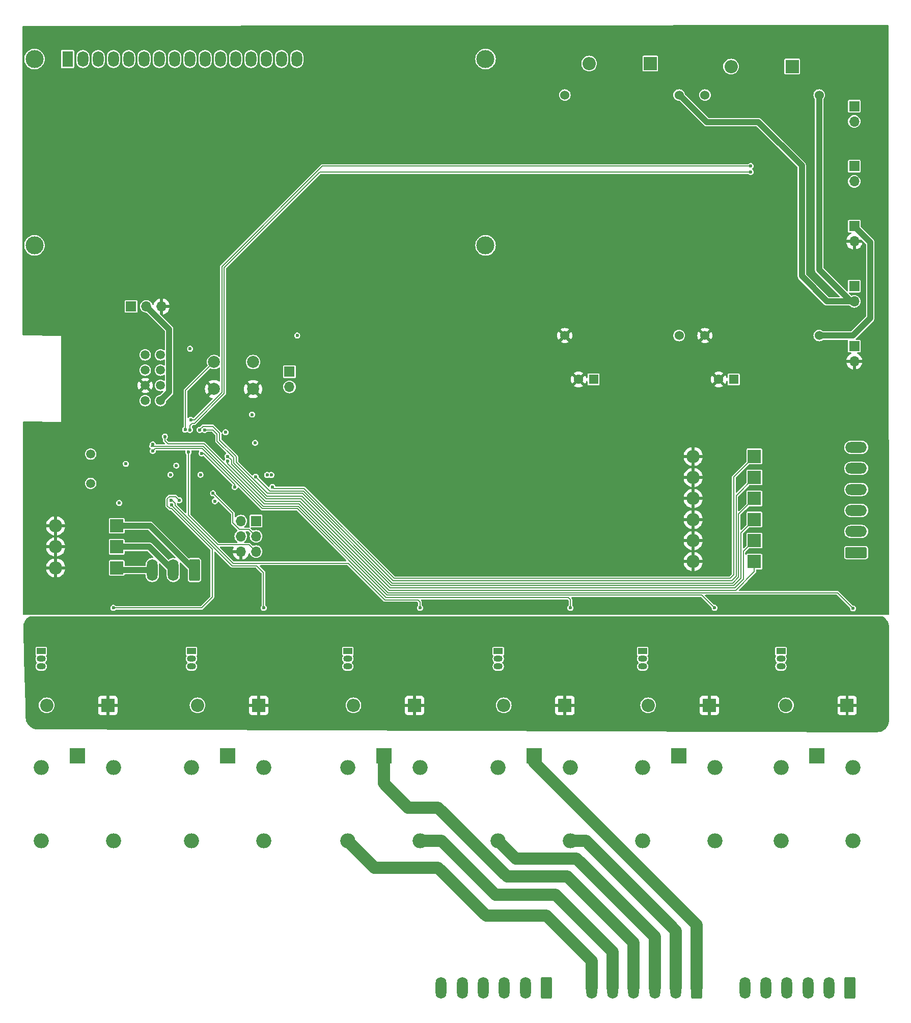
<source format=gbr>
%TF.GenerationSoftware,KiCad,Pcbnew,8.0.7*%
%TF.CreationDate,2025-02-23T09:23:23-08:00*%
%TF.ProjectId,M56Controller,4d353643-6f6e-4747-926f-6c6c65722e6b,rev?*%
%TF.SameCoordinates,Original*%
%TF.FileFunction,Copper,L4,Bot*%
%TF.FilePolarity,Positive*%
%FSLAX46Y46*%
G04 Gerber Fmt 4.6, Leading zero omitted, Abs format (unit mm)*
G04 Created by KiCad (PCBNEW 8.0.7) date 2025-02-23 09:23:23*
%MOMM*%
%LPD*%
G01*
G04 APERTURE LIST*
G04 Aperture macros list*
%AMRoundRect*
0 Rectangle with rounded corners*
0 $1 Rounding radius*
0 $2 $3 $4 $5 $6 $7 $8 $9 X,Y pos of 4 corners*
0 Add a 4 corners polygon primitive as box body*
4,1,4,$2,$3,$4,$5,$6,$7,$8,$9,$2,$3,0*
0 Add four circle primitives for the rounded corners*
1,1,$1+$1,$2,$3*
1,1,$1+$1,$4,$5*
1,1,$1+$1,$6,$7*
1,1,$1+$1,$8,$9*
0 Add four rect primitives between the rounded corners*
20,1,$1+$1,$2,$3,$4,$5,0*
20,1,$1+$1,$4,$5,$6,$7,0*
20,1,$1+$1,$6,$7,$8,$9,0*
20,1,$1+$1,$8,$9,$2,$3,0*%
G04 Aperture macros list end*
%TA.AperFunction,ComponentPad*%
%ADD10C,2.000000*%
%TD*%
%TA.AperFunction,ComponentPad*%
%ADD11R,1.500000X1.050000*%
%TD*%
%TA.AperFunction,ComponentPad*%
%ADD12O,1.500000X1.050000*%
%TD*%
%TA.AperFunction,ComponentPad*%
%ADD13R,2.200000X2.200000*%
%TD*%
%TA.AperFunction,ComponentPad*%
%ADD14O,2.200000X2.200000*%
%TD*%
%TA.AperFunction,ComponentPad*%
%ADD15R,1.700000X1.700000*%
%TD*%
%TA.AperFunction,ComponentPad*%
%ADD16O,1.700000X1.700000*%
%TD*%
%TA.AperFunction,ComponentPad*%
%ADD17C,1.524000*%
%TD*%
%TA.AperFunction,ComponentPad*%
%ADD18R,1.600000X1.600000*%
%TD*%
%TA.AperFunction,ComponentPad*%
%ADD19C,1.600000*%
%TD*%
%TA.AperFunction,ComponentPad*%
%ADD20C,3.000000*%
%TD*%
%TA.AperFunction,ComponentPad*%
%ADD21R,1.800000X2.600000*%
%TD*%
%TA.AperFunction,ComponentPad*%
%ADD22O,1.800000X2.600000*%
%TD*%
%TA.AperFunction,ComponentPad*%
%ADD23R,2.500000X2.500000*%
%TD*%
%TA.AperFunction,ComponentPad*%
%ADD24O,2.500000X2.500000*%
%TD*%
%TA.AperFunction,ComponentPad*%
%ADD25RoundRect,0.250000X0.650000X1.550000X-0.650000X1.550000X-0.650000X-1.550000X0.650000X-1.550000X0*%
%TD*%
%TA.AperFunction,ComponentPad*%
%ADD26O,1.800000X3.600000*%
%TD*%
%TA.AperFunction,ComponentPad*%
%ADD27RoundRect,0.250000X1.550000X-0.650000X1.550000X0.650000X-1.550000X0.650000X-1.550000X-0.650000X0*%
%TD*%
%TA.AperFunction,ComponentPad*%
%ADD28O,3.600000X1.800000*%
%TD*%
%TA.AperFunction,ComponentPad*%
%ADD29C,1.500000*%
%TD*%
%TA.AperFunction,ViaPad*%
%ADD30C,0.600000*%
%TD*%
%TA.AperFunction,ViaPad*%
%ADD31C,1.000000*%
%TD*%
%TA.AperFunction,Conductor*%
%ADD32C,0.200000*%
%TD*%
%TA.AperFunction,Conductor*%
%ADD33C,1.000000*%
%TD*%
%TA.AperFunction,Conductor*%
%ADD34C,2.000000*%
%TD*%
G04 APERTURE END LIST*
D10*
%TO.P,SW1,1,1*%
%TO.N,/Controller/MCU_RESET*%
X52370000Y-73000000D03*
X58870000Y-73000000D03*
%TO.P,SW1,2,2*%
%TO.N,GND*%
X52370000Y-77500000D03*
X58870000Y-77500000D03*
%TD*%
D11*
%TO.P,Q5,1,E*%
%TO.N,GND*%
X99633250Y-121107500D03*
D12*
%TO.P,Q5,2,B*%
%TO.N,Net-(Q5-B)*%
X99633250Y-122377500D03*
%TO.P,Q5,3,C*%
%TO.N,Net-(D5-A)*%
X99633250Y-123647500D03*
%TD*%
D13*
%TO.P,D10,1,K*%
%TO.N,/Controller/VoltageDividers/AVOUT4*%
X142213250Y-95700000D03*
D14*
%TO.P,D10,2,A*%
%TO.N,GND*%
X132053250Y-95700000D03*
%TD*%
D15*
%TO.P,J13,1,Pin_1*%
%TO.N,+3.3V*%
X158825000Y-70350000D03*
D16*
%TO.P,J13,2,Pin_2*%
%TO.N,GND*%
X158825000Y-72890000D03*
%TD*%
D17*
%TO.P,U5,1,V+*%
%TO.N,/Power Supply/VIN*%
X129700000Y-28600000D03*
%TO.P,U5,2,V-*%
%TO.N,Net-(D19-A)*%
X110700000Y-28600000D03*
%TO.P,U5,3,Vout+*%
%TO.N,+12V*%
X129700000Y-68600000D03*
%TO.P,U5,4,Vout-*%
%TO.N,GND*%
X110700000Y-68600000D03*
%TD*%
D13*
%TO.P,D5,1,K*%
%TO.N,+12V*%
X110713250Y-130110000D03*
D14*
%TO.P,D5,2,A*%
%TO.N,Net-(D5-A)*%
X100553250Y-130110000D03*
%TD*%
D18*
%TO.P,C9,1*%
%TO.N,+12V*%
X115475000Y-75900000D03*
D19*
%TO.P,C9,2*%
%TO.N,GND*%
X112975000Y-75900000D03*
%TD*%
D13*
%TO.P,D6,1,K*%
%TO.N,+12V*%
X34713250Y-130110000D03*
D14*
%TO.P,D6,2,A*%
%TO.N,Net-(D6-A)*%
X24553250Y-130110000D03*
%TD*%
D11*
%TO.P,Q3,1,E*%
%TO.N,GND*%
X123633250Y-121107500D03*
D12*
%TO.P,Q3,2,B*%
%TO.N,Net-(Q3-B)*%
X123633250Y-122377500D03*
%TO.P,Q3,3,C*%
%TO.N,Net-(D3-A)*%
X123633250Y-123647500D03*
%TD*%
D20*
%TO.P,DS1,*%
%TO.N,*%
X22520900Y-22600000D03*
X22520900Y-53600700D03*
X97519480Y-53600700D03*
X97520000Y-22600000D03*
D21*
%TO.P,DS1,1,VSS*%
%TO.N,unconnected-(DS1-VSS-Pad1)*%
X28020000Y-22600000D03*
D22*
%TO.P,DS1,2,VDD*%
%TO.N,unconnected-(DS1-VDD-Pad2)*%
X30560000Y-22600000D03*
%TO.P,DS1,3,VO*%
%TO.N,unconnected-(DS1-VO-Pad3)*%
X33100000Y-22600000D03*
%TO.P,DS1,4,RS*%
%TO.N,unconnected-(DS1-RS-Pad4)*%
X35640000Y-22600000D03*
%TO.P,DS1,5,R/W*%
%TO.N,unconnected-(DS1-R{slash}W-Pad5)*%
X38180000Y-22600000D03*
%TO.P,DS1,6,E*%
%TO.N,unconnected-(DS1-E-Pad6)*%
X40720000Y-22600000D03*
%TO.P,DS1,7,D0*%
%TO.N,unconnected-(DS1-D0-Pad7)*%
X43260000Y-22600000D03*
%TO.P,DS1,8,D1*%
%TO.N,unconnected-(DS1-D1-Pad8)*%
X45800000Y-22600000D03*
%TO.P,DS1,9,D2*%
%TO.N,unconnected-(DS1-D2-Pad9)*%
X48340000Y-22600000D03*
%TO.P,DS1,10,D3*%
%TO.N,unconnected-(DS1-D3-Pad10)*%
X50880000Y-22600000D03*
%TO.P,DS1,11,D4*%
%TO.N,unconnected-(DS1-D4-Pad11)*%
X53420000Y-22600000D03*
%TO.P,DS1,12,D5*%
%TO.N,unconnected-(DS1-D5-Pad12)*%
X55960000Y-22600000D03*
%TO.P,DS1,13,D6*%
%TO.N,unconnected-(DS1-D6-Pad13)*%
X58500000Y-22600000D03*
%TO.P,DS1,14,D7*%
%TO.N,unconnected-(DS1-D7-Pad14)*%
X61040000Y-22600000D03*
%TO.P,DS1,15,LED(+)*%
%TO.N,unconnected-(DS1-LED(+)-Pad15)*%
X63580000Y-22600000D03*
%TO.P,DS1,16,LED(-)*%
%TO.N,unconnected-(DS1-LED(-)-Pad16)*%
X66120000Y-22600000D03*
%TD*%
D13*
%TO.P,D3,1,K*%
%TO.N,+12V*%
X134713250Y-130110000D03*
D14*
%TO.P,D3,2,A*%
%TO.N,Net-(D3-A)*%
X124553250Y-130110000D03*
%TD*%
D13*
%TO.P,D20,1,K*%
%TO.N,/Power Supply/VIN*%
X148500000Y-23850000D03*
D14*
%TO.P,D20,2,A*%
%TO.N,Net-(D19-A)*%
X138340000Y-23850000D03*
%TD*%
D23*
%TO.P,K6,1*%
%TO.N,/RelayDriver/RELAY6IN*%
X29633250Y-138482500D03*
D24*
%TO.P,K6,2*%
%TO.N,Net-(D6-A)*%
X23633250Y-140482500D03*
%TO.P,K6,3*%
%TO.N,/RelayDriver/RELAY6OUT_NO*%
X23633250Y-152682500D03*
%TO.P,K6,4*%
%TO.N,/RelayDriver/RELAY6OUT_NC*%
X35633250Y-152682500D03*
%TO.P,K6,5*%
%TO.N,+12V*%
X35633250Y-140482500D03*
%TD*%
D15*
%TO.P,J2,1,MISO*%
%TO.N,/Controller/MCU_MISO*%
X59370000Y-99460000D03*
D16*
%TO.P,J2,2,VCC*%
%TO.N,+5V*%
X56830000Y-99460000D03*
%TO.P,J2,3,SCK*%
%TO.N,/Controller/MCU_SCK*%
X59370000Y-102000000D03*
%TO.P,J2,4,MOSI*%
%TO.N,/Controller/MCU_MOSI*%
X56830000Y-102000000D03*
%TO.P,J2,5,~{RST}*%
%TO.N,/Controller/MCU_RESET*%
X59370000Y-104540000D03*
%TO.P,J2,6,GND*%
%TO.N,GND*%
X56830000Y-104540000D03*
%TD*%
D13*
%TO.P,D16,1,K*%
%TO.N,/Controller/AUXIO1*%
X36200000Y-107250000D03*
D14*
%TO.P,D16,2,A*%
%TO.N,GND*%
X26040000Y-107250000D03*
%TD*%
D25*
%TO.P,J14,1,Pin_1*%
%TO.N,/RelayDriver/RELAY5IN*%
X107633250Y-177110000D03*
D26*
%TO.P,J14,2,Pin_2*%
%TO.N,/RelayDriver/RELAY5OUT_NC*%
X104133250Y-177110000D03*
%TO.P,J14,3,Pin_3*%
%TO.N,/RelayDriver/RELAY5OUT_NO*%
X100633250Y-177110000D03*
%TO.P,J14,4,Pin_4*%
%TO.N,/RelayDriver/RELAY6IN*%
X97133250Y-177110000D03*
%TO.P,J14,5,Pin_5*%
%TO.N,/RelayDriver/RELAY6OUT_NC*%
X93633250Y-177110000D03*
%TO.P,J14,6,Pin_6*%
%TO.N,/RelayDriver/RELAY6OUT_NO*%
X90133250Y-177110000D03*
%TD*%
D25*
%TO.P,J8,1,Pin_1*%
%TO.N,/RelayDriver/RELAY3IN*%
X132633250Y-177110000D03*
D26*
%TO.P,J8,2,Pin_2*%
%TO.N,/RelayDriver/RELAY3OUT_NC*%
X129133250Y-177110000D03*
%TO.P,J8,3,Pin_3*%
%TO.N,/RelayDriver/RELAY3OUT_NO*%
X125633250Y-177110000D03*
%TO.P,J8,4,Pin_4*%
%TO.N,/RelayDriver/RELAY4IN*%
X122133250Y-177110000D03*
%TO.P,J8,5,Pin_5*%
%TO.N,/RelayDriver/RELAY4OUT_NC*%
X118633250Y-177110000D03*
%TO.P,J8,6,Pin_6*%
%TO.N,/RelayDriver/RELAY4OUT_NO*%
X115133250Y-177110000D03*
%TD*%
D13*
%TO.P,D7,1,K*%
%TO.N,/Controller/VoltageDividers/AVOUT1*%
X142213250Y-106200000D03*
D14*
%TO.P,D7,2,A*%
%TO.N,GND*%
X132053250Y-106200000D03*
%TD*%
D23*
%TO.P,K1,1*%
%TO.N,/RelayDriver/RELAY1IN*%
X152633250Y-138482500D03*
D24*
%TO.P,K1,2*%
%TO.N,Net-(D1-A)*%
X146633250Y-140482500D03*
%TO.P,K1,3*%
%TO.N,/RelayDriver/RELAY1OUT_NO*%
X146633250Y-152682500D03*
%TO.P,K1,4*%
%TO.N,/RelayDriver/RELAY1OUT_NC*%
X158633250Y-152682500D03*
%TO.P,K1,5*%
%TO.N,+12V*%
X158633250Y-140482500D03*
%TD*%
D15*
%TO.P,J10,1,Pin_1*%
%TO.N,Net-(D19-A)*%
X158825000Y-60375000D03*
D16*
%TO.P,J10,2,Pin_2*%
%TO.N,/Power Supply/VIN*%
X158825000Y-62915000D03*
%TD*%
D13*
%TO.P,D1,1,K*%
%TO.N,+12V*%
X157633250Y-130110000D03*
D14*
%TO.P,D1,2,A*%
%TO.N,Net-(D1-A)*%
X147473250Y-130110000D03*
%TD*%
D15*
%TO.P,J12,1,Pin_1*%
%TO.N,+5V*%
X158825000Y-50400000D03*
D16*
%TO.P,J12,2,Pin_2*%
%TO.N,GND*%
X158825000Y-52940000D03*
%TD*%
D11*
%TO.P,Q1,1,E*%
%TO.N,GND*%
X146633250Y-121107500D03*
D12*
%TO.P,Q1,2,B*%
%TO.N,Net-(Q1-B)*%
X146633250Y-122377500D03*
%TO.P,Q1,3,C*%
%TO.N,Net-(D1-A)*%
X146633250Y-123647500D03*
%TD*%
D13*
%TO.P,D19,1,K*%
%TO.N,/Power Supply/VIN*%
X124910000Y-23350000D03*
D14*
%TO.P,D19,2,A*%
%TO.N,Net-(D19-A)*%
X114750000Y-23350000D03*
%TD*%
D13*
%TO.P,D9,1,K*%
%TO.N,/Controller/VoltageDividers/AVOUT3*%
X142213250Y-99200000D03*
D14*
%TO.P,D9,2,A*%
%TO.N,GND*%
X132053250Y-99200000D03*
%TD*%
D25*
%TO.P,J9,1,Pin_1*%
%TO.N,/Controller/AUXIO3*%
X49120000Y-107607500D03*
D26*
%TO.P,J9,2,Pin_2*%
%TO.N,/Controller/AUXIO2*%
X45620000Y-107607500D03*
%TO.P,J9,3,Pin_3*%
%TO.N,/Controller/AUXIO1*%
X42120000Y-107607500D03*
%TD*%
D27*
%TO.P,J6,1,Pin_1*%
%TO.N,/Controller/VoltageDividers/AVIN1*%
X159133250Y-104700000D03*
D28*
%TO.P,J6,2,Pin_2*%
%TO.N,/Controller/VoltageDividers/AVIN2*%
X159133250Y-101200000D03*
%TO.P,J6,3,Pin_3*%
%TO.N,/Controller/VoltageDividers/AVIN3*%
X159133250Y-97700000D03*
%TO.P,J6,4,Pin_4*%
%TO.N,/Controller/VoltageDividers/AVIN4*%
X159133250Y-94200000D03*
%TO.P,J6,5,Pin_5*%
%TO.N,/Controller/VoltageDividers/AVIN5*%
X159133250Y-90700000D03*
%TO.P,J6,6,Pin_6*%
%TO.N,/Controller/VoltageDividers/AVIN6*%
X159133250Y-87200000D03*
%TD*%
D13*
%TO.P,D17,1,K*%
%TO.N,/Controller/AUXIO2*%
X36200000Y-103750000D03*
D14*
%TO.P,D17,2,A*%
%TO.N,GND*%
X26040000Y-103750000D03*
%TD*%
D29*
%TO.P,Y1,1,1*%
%TO.N,Net-(U1-XTAL2{slash}PB7)*%
X31870000Y-93200000D03*
%TO.P,Y1,2,2*%
%TO.N,Net-(U1-XTAL1{slash}PB6)*%
X31870000Y-88320000D03*
%TD*%
D13*
%TO.P,D8,1,K*%
%TO.N,/Controller/VoltageDividers/AVOUT2*%
X142213250Y-102700000D03*
D14*
%TO.P,D8,2,A*%
%TO.N,GND*%
X132053250Y-102700000D03*
%TD*%
D23*
%TO.P,K3,1*%
%TO.N,/RelayDriver/RELAY3IN*%
X105633250Y-138482500D03*
D24*
%TO.P,K3,2*%
%TO.N,Net-(D5-A)*%
X99633250Y-140482500D03*
%TO.P,K3,3*%
%TO.N,/RelayDriver/RELAY3OUT_NO*%
X99633250Y-152682500D03*
%TO.P,K3,4*%
%TO.N,/RelayDriver/RELAY3OUT_NC*%
X111633250Y-152682500D03*
%TO.P,K3,5*%
%TO.N,+12V*%
X111633250Y-140482500D03*
%TD*%
D23*
%TO.P,K2,1*%
%TO.N,/RelayDriver/RELAY2IN*%
X129633250Y-138482500D03*
D24*
%TO.P,K2,2*%
%TO.N,Net-(D3-A)*%
X123633250Y-140482500D03*
%TO.P,K2,3*%
%TO.N,/RelayDriver/RELAY2OUT_NO*%
X123633250Y-152682500D03*
%TO.P,K2,4*%
%TO.N,/RelayDriver/RELAY2OUT_NC*%
X135633250Y-152682500D03*
%TO.P,K2,5*%
%TO.N,+12V*%
X135633250Y-140482500D03*
%TD*%
D11*
%TO.P,Q2,1,E*%
%TO.N,GND*%
X74633250Y-121107500D03*
D12*
%TO.P,Q2,2,B*%
%TO.N,Net-(Q2-B)*%
X74633250Y-122377500D03*
%TO.P,Q2,3,C*%
%TO.N,Net-(D2-A)*%
X74633250Y-123647500D03*
%TD*%
D29*
%TO.P,U2,1,UTXD*%
%TO.N,/Controller/ESP_TX*%
X40930000Y-79450000D03*
%TO.P,U2,2,GND*%
%TO.N,GND*%
X40930000Y-76910000D03*
%TO.P,U2,3,CH_PD*%
%TO.N,unconnected-(U2-CH_PD-Pad3)*%
X40930000Y-74370000D03*
%TO.P,U2,4,GPIO2*%
%TO.N,unconnected-(U2-GPIO2-Pad4)*%
X40930000Y-71830000D03*
%TO.P,U2,5,RST*%
%TO.N,/Controller/ESP_RST*%
X43470000Y-79450000D03*
%TO.P,U2,6,GPIO0*%
%TO.N,unconnected-(U2-GPIO0-Pad6)*%
X43470000Y-76910000D03*
%TO.P,U2,7,VCC*%
%TO.N,+3.3V*%
X43470000Y-74370000D03*
%TO.P,U2,8,URXD*%
%TO.N,Net-(U2-URXD)*%
X43470000Y-71830000D03*
%TD*%
D15*
%TO.P,J5,1,Pin_1*%
%TO.N,/Controller/MCU_SDA*%
X158825000Y-30450000D03*
D16*
%TO.P,J5,2,Pin_2*%
%TO.N,/Controller/MCU_SCL*%
X158825000Y-32990000D03*
%TD*%
D18*
%TO.P,C11,1*%
%TO.N,+5V*%
X138775000Y-75900000D03*
D19*
%TO.P,C11,2*%
%TO.N,GND*%
X136275000Y-75900000D03*
%TD*%
D13*
%TO.P,D2,1,K*%
%TO.N,+12V*%
X85713250Y-130110000D03*
D14*
%TO.P,D2,2,A*%
%TO.N,Net-(D2-A)*%
X75553250Y-130110000D03*
%TD*%
D11*
%TO.P,Q6,1,E*%
%TO.N,GND*%
X23633250Y-121107500D03*
D12*
%TO.P,Q6,2,B*%
%TO.N,Net-(Q6-B)*%
X23633250Y-122377500D03*
%TO.P,Q6,3,C*%
%TO.N,Net-(D6-A)*%
X23633250Y-123647500D03*
%TD*%
D15*
%TO.P,J4,1,Pin_1*%
%TO.N,/Controller/MCU_SDA*%
X158825000Y-40425000D03*
D16*
%TO.P,J4,2,Pin_2*%
%TO.N,/Controller/MCU_SCL*%
X158825000Y-42965000D03*
%TD*%
D13*
%TO.P,D12,1,K*%
%TO.N,/Controller/ANALOG7*%
X142213250Y-88700000D03*
D14*
%TO.P,D12,2,A*%
%TO.N,GND*%
X132053250Y-88700000D03*
%TD*%
D15*
%TO.P,J1,1,Pin_1*%
%TO.N,+3.3V*%
X38580000Y-63750000D03*
D16*
%TO.P,J1,2,Pin_2*%
%TO.N,/Controller/ESP_RST*%
X41120000Y-63750000D03*
%TO.P,J1,3,Pin_3*%
%TO.N,GND*%
X43660000Y-63750000D03*
%TD*%
D23*
%TO.P,K4,1*%
%TO.N,/RelayDriver/RELAY4IN*%
X80633250Y-138482500D03*
D24*
%TO.P,K4,2*%
%TO.N,Net-(D2-A)*%
X74633250Y-140482500D03*
%TO.P,K4,3*%
%TO.N,/RelayDriver/RELAY4OUT_NO*%
X74633250Y-152682500D03*
%TO.P,K4,4*%
%TO.N,/RelayDriver/RELAY4OUT_NC*%
X86633250Y-152682500D03*
%TO.P,K4,5*%
%TO.N,+12V*%
X86633250Y-140482500D03*
%TD*%
D25*
%TO.P,J7,1,Pin_1*%
%TO.N,/RelayDriver/RELAY1IN*%
X158133250Y-177110000D03*
D26*
%TO.P,J7,2,Pin_2*%
%TO.N,/RelayDriver/RELAY1OUT_NC*%
X154633250Y-177110000D03*
%TO.P,J7,3,Pin_3*%
%TO.N,/RelayDriver/RELAY1OUT_NO*%
X151133250Y-177110000D03*
%TO.P,J7,4,Pin_4*%
%TO.N,/RelayDriver/RELAY2IN*%
X147633250Y-177110000D03*
%TO.P,J7,5,Pin_5*%
%TO.N,/RelayDriver/RELAY2OUT_NC*%
X144133250Y-177110000D03*
%TO.P,J7,6,Pin_6*%
%TO.N,/RelayDriver/RELAY2OUT_NO*%
X140633250Y-177110000D03*
%TD*%
D11*
%TO.P,Q4,1,E*%
%TO.N,GND*%
X48633250Y-121107500D03*
D12*
%TO.P,Q4,2,B*%
%TO.N,Net-(Q4-B)*%
X48633250Y-122377500D03*
%TO.P,Q4,3,C*%
%TO.N,Net-(D4-A)*%
X48633250Y-123647500D03*
%TD*%
D13*
%TO.P,D18,1,K*%
%TO.N,/Controller/AUXIO3*%
X36200000Y-100250000D03*
D14*
%TO.P,D18,2,A*%
%TO.N,GND*%
X26040000Y-100250000D03*
%TD*%
D13*
%TO.P,D4,1,K*%
%TO.N,+12V*%
X59793250Y-130110000D03*
D14*
%TO.P,D4,2,A*%
%TO.N,Net-(D4-A)*%
X49633250Y-130110000D03*
%TD*%
D23*
%TO.P,K5,1*%
%TO.N,/RelayDriver/RELAY5IN*%
X54633250Y-138482500D03*
D24*
%TO.P,K5,2*%
%TO.N,Net-(D4-A)*%
X48633250Y-140482500D03*
%TO.P,K5,3*%
%TO.N,/RelayDriver/RELAY5OUT_NO*%
X48633250Y-152682500D03*
%TO.P,K5,4*%
%TO.N,/RelayDriver/RELAY5OUT_NC*%
X60633250Y-152682500D03*
%TO.P,K5,5*%
%TO.N,+12V*%
X60633250Y-140482500D03*
%TD*%
D13*
%TO.P,D11,1,K*%
%TO.N,/Controller/ANALOG6*%
X142213250Y-92200000D03*
D14*
%TO.P,D11,2,A*%
%TO.N,GND*%
X132053250Y-92200000D03*
%TD*%
D17*
%TO.P,U4,1,V+*%
%TO.N,/Power Supply/VIN*%
X153000000Y-28600000D03*
%TO.P,U4,2,V-*%
%TO.N,Net-(D19-A)*%
X134000000Y-28600000D03*
%TO.P,U4,3,Vout+*%
%TO.N,+5V*%
X153000000Y-68600000D03*
%TO.P,U4,4,Vout-*%
%TO.N,GND*%
X134000000Y-68600000D03*
%TD*%
D15*
%TO.P,J3,1,Pin_1*%
%TO.N,Net-(J3-Pin_1)*%
X64920000Y-74610000D03*
D16*
%TO.P,J3,2,Pin_2*%
%TO.N,+5V*%
X64920000Y-77150000D03*
%TD*%
D30*
%TO.N,GND*%
X31800000Y-110600000D03*
X60400000Y-68500000D03*
X26200000Y-111300000D03*
X24800000Y-110600000D03*
X30400000Y-111300000D03*
D31*
X136883250Y-102700000D03*
X136883250Y-92200000D03*
D30*
X31100000Y-111600000D03*
X32400000Y-111600000D03*
X46000000Y-80800000D03*
X31800000Y-111300000D03*
X64020000Y-85242500D03*
X25845000Y-91750000D03*
X41820000Y-96550000D03*
X28300000Y-110900000D03*
X57520000Y-95850000D03*
X26900000Y-111600000D03*
X24100000Y-111600000D03*
X29700000Y-110200000D03*
X24800000Y-111300000D03*
X29000000Y-109900000D03*
X50120000Y-89750000D03*
X29700000Y-110900000D03*
X30400000Y-109900000D03*
X23400000Y-109900000D03*
X26900000Y-110900000D03*
X45120000Y-90750000D03*
X33100000Y-109900000D03*
D31*
X136883250Y-88700000D03*
D30*
X24100000Y-110200000D03*
X40620000Y-89950000D03*
X64120000Y-81850000D03*
X30400000Y-110600000D03*
X66320000Y-99650000D03*
X25845000Y-89750000D03*
X26900000Y-110200000D03*
X23400000Y-110600000D03*
X29700000Y-111600000D03*
X29000000Y-111300000D03*
D31*
X136883250Y-95700000D03*
D30*
X28300000Y-111600000D03*
X69020000Y-94742500D03*
D31*
X136883250Y-106200000D03*
D30*
X25845000Y-90750000D03*
X45620000Y-89250000D03*
X31100000Y-110200000D03*
X32400000Y-110200000D03*
X71595000Y-80900000D03*
X25500000Y-110900000D03*
X29000000Y-110600000D03*
X27600000Y-109900000D03*
X26200000Y-110600000D03*
X24800000Y-109900000D03*
X32400000Y-110900000D03*
X33100000Y-110600000D03*
X27600000Y-110600000D03*
D31*
X136883250Y-99200000D03*
D30*
X33100000Y-111300000D03*
X28300000Y-110200000D03*
X23400000Y-111300000D03*
X25500000Y-111600000D03*
X25500000Y-110200000D03*
X71600000Y-80100000D03*
X48400000Y-67400000D03*
X27600000Y-111300000D03*
X58320000Y-87350000D03*
X26200000Y-109900000D03*
X24100000Y-110900000D03*
X31800000Y-109900000D03*
X31100000Y-110900000D03*
%TO.N,+5V*%
X66200000Y-68600000D03*
X61200000Y-91802500D03*
X37720000Y-89950000D03*
X45120000Y-91750000D03*
X54300000Y-84700000D03*
X46120000Y-90250000D03*
X48400000Y-70800000D03*
X50120000Y-91750000D03*
X52520000Y-96150000D03*
X36620000Y-96450000D03*
X61900000Y-91802500D03*
X58720000Y-81750000D03*
%TO.N,+3.3V*%
X59223750Y-86446250D03*
%TO.N,+12V*%
X117800000Y-116400000D03*
X121300000Y-116400000D03*
X120600000Y-116400000D03*
X122000000Y-116400000D03*
X119200000Y-116400000D03*
X123400000Y-116400000D03*
X117100000Y-116400000D03*
X122700000Y-116400000D03*
X118500000Y-116400000D03*
X119900000Y-116400000D03*
%TO.N,/Controller/VoltageDividers/AVOUT1*%
X54600000Y-89500000D03*
%TO.N,/Controller/VoltageDividers/AVOUT2*%
X54600000Y-88700000D03*
%TO.N,/Controller/VoltageDividers/AVOUT3*%
X50800000Y-84300000D03*
%TO.N,/Controller/VoltageDividers/AVOUT4*%
X50000000Y-84300000D03*
%TO.N,/Controller/ANALOG6*%
X59321323Y-92078677D03*
%TO.N,/Controller/ANALOG7*%
X50300000Y-88200000D03*
X55800000Y-93800000D03*
X62100000Y-93800000D03*
%TO.N,/Controller/MCU_RESET*%
X48120000Y-88000000D03*
X47570000Y-84250000D03*
%TO.N,/Controller/MCU_SCK*%
X52220000Y-94850000D03*
%TO.N,/Controller/MCU_SCL*%
X48370000Y-84300000D03*
X141600000Y-41400000D03*
%TO.N,/Controller/MCU_SDA*%
X141600000Y-40400000D03*
X48500000Y-82600000D03*
%TO.N,/Controller/RELAY1*%
X158633250Y-114000000D03*
X44200000Y-85400000D03*
%TO.N,/Controller/RELAY4*%
X86633250Y-113900000D03*
X45200000Y-96000000D03*
%TO.N,/Controller/RELAY2*%
X135600000Y-113900000D03*
X42200000Y-86700000D03*
%TO.N,/Controller/RELAY5*%
X45313137Y-96791962D03*
X60633250Y-113900000D03*
%TO.N,/Controller/RELAY3*%
X111633250Y-113900000D03*
X42200000Y-87800000D03*
%TO.N,/Controller/RELAY6*%
X46600000Y-96000000D03*
X35633250Y-113900000D03*
%TD*%
D32*
%TO.N,GND*%
X40930000Y-76910000D02*
X41980000Y-77960000D01*
X41980000Y-79444925D02*
X43335075Y-80800000D01*
X41980000Y-77960000D02*
X41980000Y-79444925D01*
X43335075Y-80800000D02*
X46000000Y-80800000D01*
D33*
%TO.N,+5V*%
X158600000Y-68600000D02*
X161500000Y-65700000D01*
X161500000Y-65700000D02*
X161500000Y-53100000D01*
X161500000Y-53100000D02*
X158825000Y-50425000D01*
X158825000Y-50425000D02*
X158825000Y-50400000D01*
X153000000Y-68600000D02*
X158600000Y-68600000D01*
%TO.N,/Power Supply/VIN*%
X134300000Y-33100000D02*
X142900000Y-33100000D01*
X150100000Y-58700000D02*
X154315000Y-62915000D01*
X129800000Y-28600000D02*
X134300000Y-33100000D01*
X150100000Y-40300000D02*
X150100000Y-58700000D01*
X129700000Y-28600000D02*
X129800000Y-28600000D01*
X153000000Y-28600000D02*
X153000000Y-57650000D01*
X158265000Y-62915000D02*
X158825000Y-62915000D01*
X154315000Y-62915000D02*
X158825000Y-62915000D01*
X142900000Y-33100000D02*
X150100000Y-40300000D01*
X153000000Y-57650000D02*
X158265000Y-62915000D01*
D32*
%TO.N,/Controller/VoltageDividers/AVOUT1*%
X60897058Y-96200000D02*
X66697058Y-96200000D01*
X81481372Y-110984314D02*
X139112744Y-110984314D01*
X54600000Y-89500000D02*
X54600000Y-89902942D01*
X139112744Y-110984314D02*
X142213250Y-107883808D01*
X66697058Y-96200000D02*
X81481372Y-110984314D01*
X54600000Y-89902942D02*
X60897058Y-96200000D01*
X142213250Y-107883808D02*
X142213250Y-106200000D01*
%TO.N,/Controller/VoltageDividers/AVOUT2*%
X61031372Y-95768628D02*
X66831371Y-95768628D01*
X54648529Y-88700000D02*
X55281372Y-89332843D01*
X55281372Y-90018628D02*
X61031372Y-95768628D01*
X140400000Y-109131372D02*
X140400000Y-104513250D01*
X55281372Y-89332843D02*
X55281372Y-90018628D01*
X138947058Y-110584314D02*
X140400000Y-109131372D01*
X54600000Y-88700000D02*
X54648529Y-88700000D01*
X66831371Y-95768628D02*
X81647057Y-110584314D01*
X81647057Y-110584314D02*
X138947058Y-110584314D01*
X140400000Y-104513250D02*
X142213250Y-102700000D01*
%TO.N,/Controller/VoltageDividers/AVOUT3*%
X81812743Y-110184314D02*
X138781372Y-110184314D01*
X52200000Y-84300000D02*
X52900000Y-85000000D01*
X55681372Y-89852942D02*
X61197058Y-95368628D01*
X50800000Y-84300000D02*
X52200000Y-84300000D01*
X138781372Y-110184314D02*
X140000000Y-108965686D01*
X140000000Y-108965686D02*
X140000000Y-101413250D01*
X61197058Y-95368628D02*
X66997057Y-95368628D01*
X55681372Y-88932843D02*
X55681372Y-89852942D01*
X52900000Y-85000000D02*
X52900000Y-86151471D01*
X66997057Y-95368628D02*
X81812743Y-110184314D01*
X140000000Y-101413250D02*
X142213250Y-99200000D01*
X52900000Y-86151471D02*
X55681372Y-88932843D01*
%TO.N,/Controller/VoltageDividers/AVOUT4*%
X56081372Y-89687256D02*
X61247058Y-94852942D01*
X138615686Y-109784314D02*
X139600000Y-108800000D01*
X52165686Y-83700000D02*
X53307107Y-84841421D01*
X67047057Y-94852942D02*
X81978429Y-109784314D01*
X81978429Y-109784314D02*
X138615686Y-109784314D01*
X53307107Y-85992893D02*
X56081372Y-88767158D01*
X139600000Y-108800000D02*
X139600000Y-98313250D01*
X61247058Y-94852942D02*
X67047057Y-94852942D01*
X56081372Y-88767158D02*
X56081372Y-89687256D01*
X50000000Y-84251471D02*
X50551471Y-83700000D01*
X139600000Y-98313250D02*
X142213250Y-95700000D01*
X50551471Y-83700000D02*
X52165686Y-83700000D01*
X50000000Y-84300000D02*
X50000000Y-84251471D01*
X53307107Y-84841421D02*
X53307107Y-85992893D01*
%TO.N,/Controller/ANALOG6*%
X139200000Y-108634314D02*
X139200000Y-95213250D01*
X139200000Y-95213250D02*
X142213250Y-92200000D01*
X138450000Y-109384314D02*
X139200000Y-108634314D01*
X59321323Y-92121323D02*
X61652942Y-94452942D01*
X61652942Y-94452942D02*
X67212743Y-94452942D01*
X59321323Y-92078677D02*
X59321323Y-92121323D01*
X82144115Y-109384314D02*
X138450000Y-109384314D01*
X67212743Y-94452942D02*
X82144115Y-109384314D01*
%TO.N,/Controller/ANALOG7*%
X55800000Y-93365686D02*
X55800000Y-93800000D01*
X138800000Y-92113250D02*
X142213250Y-88700000D01*
X55717157Y-93282843D02*
X55800000Y-93365686D01*
X62100000Y-93800000D02*
X62352942Y-94052942D01*
X62352942Y-94052942D02*
X67378429Y-94052942D01*
X67378429Y-94052942D02*
X82309801Y-108984314D01*
X82309801Y-108984314D02*
X138215686Y-108984314D01*
X50300000Y-88200000D02*
X50634314Y-88200000D01*
X50634314Y-88200000D02*
X55717157Y-93282843D01*
X138800000Y-108400000D02*
X138800000Y-92113250D01*
X138215686Y-108984314D02*
X138800000Y-108400000D01*
D33*
%TO.N,/Controller/AUXIO1*%
X42120000Y-107607500D02*
X36557500Y-107607500D01*
X36557500Y-107607500D02*
X36200000Y-107250000D01*
%TO.N,/Controller/AUXIO2*%
X45620000Y-107607500D02*
X45477500Y-107607500D01*
X41620000Y-103750000D02*
X36200000Y-103750000D01*
X45477500Y-107607500D02*
X41620000Y-103750000D01*
%TO.N,/Controller/AUXIO3*%
X41762500Y-100250000D02*
X49120000Y-107607500D01*
X36200000Y-100250000D02*
X41762500Y-100250000D01*
%TO.N,/Controller/ESP_RST*%
X44920000Y-67550000D02*
X41120000Y-63750000D01*
X44920000Y-78000000D02*
X44920000Y-67550000D01*
X43470000Y-79450000D02*
X44920000Y-78000000D01*
D32*
%TO.N,/Controller/MCU_RESET*%
X58220000Y-103390000D02*
X59370000Y-104540000D01*
X48120000Y-88000000D02*
X48120000Y-98500000D01*
X47570000Y-84250000D02*
X47620000Y-84200000D01*
X48120000Y-98500000D02*
X53010000Y-103390000D01*
X53010000Y-103390000D02*
X58220000Y-103390000D01*
X47620000Y-84200000D02*
X47620000Y-77750000D01*
X47620000Y-77750000D02*
X52370000Y-73000000D01*
%TO.N,/Controller/MCU_SCK*%
X56593654Y-100850000D02*
X58220000Y-100850000D01*
X55520000Y-99776346D02*
X56593654Y-100850000D01*
X52220000Y-94850000D02*
X55520000Y-98150000D01*
X55520000Y-98150000D02*
X55520000Y-99776346D01*
X58220000Y-100850000D02*
X59370000Y-102000000D01*
%TO.N,/Controller/MCU_SCL*%
X48370000Y-84300000D02*
X48370000Y-83530000D01*
X69965686Y-41400000D02*
X141600000Y-41400000D01*
X49099998Y-83200000D02*
X54070000Y-78229998D01*
X48700000Y-83200000D02*
X49099998Y-83200000D01*
X54070000Y-78229998D02*
X54070000Y-57295686D01*
X54070000Y-57295686D02*
X69965686Y-41400000D01*
X48370000Y-83530000D02*
X48700000Y-83200000D01*
%TO.N,/Controller/MCU_SDA*%
X48500000Y-82600000D02*
X49134313Y-82600000D01*
X53670000Y-57130000D02*
X70400000Y-40400000D01*
X53670000Y-78064312D02*
X53670000Y-57130000D01*
X70400000Y-40400000D02*
X141600000Y-40400000D01*
X49134313Y-82600000D02*
X53670000Y-78064312D01*
D34*
%TO.N,/RelayDriver/RELAY3IN*%
X105633250Y-139610000D02*
X132633250Y-166610000D01*
X105633250Y-138482500D02*
X105633250Y-139610000D01*
X132633250Y-166610000D02*
X132633250Y-177110000D01*
%TO.N,/RelayDriver/RELAY4IN*%
X84633250Y-147110000D02*
X80633250Y-143110000D01*
X122133250Y-169610000D02*
X111133250Y-158610000D01*
X89633250Y-147110000D02*
X84633250Y-147110000D01*
X80633250Y-143110000D02*
X80633250Y-138482500D01*
X122133250Y-177110000D02*
X122133250Y-169610000D01*
X101133250Y-158610000D02*
X89633250Y-147110000D01*
X111133250Y-158610000D02*
X101133250Y-158610000D01*
%TO.N,/RelayDriver/RELAY3OUT_NO*%
X99633250Y-152682500D02*
X102560750Y-155610000D01*
X125633250Y-168610000D02*
X125633250Y-177110000D01*
X102560750Y-155610000D02*
X112633250Y-155610000D01*
X112633250Y-155610000D02*
X125633250Y-168610000D01*
%TO.N,/RelayDriver/RELAY3OUT_NC*%
X129133250Y-167610000D02*
X129133250Y-177110000D01*
X111633250Y-152682500D02*
X114205750Y-152682500D01*
X114205750Y-152682500D02*
X129133250Y-167610000D01*
%TO.N,/RelayDriver/RELAY4OUT_NO*%
X107633250Y-165110000D02*
X115133250Y-172610000D01*
X115133250Y-172610000D02*
X115133250Y-177110000D01*
X89633250Y-157110000D02*
X97633250Y-165110000D01*
X74633250Y-152682500D02*
X79060750Y-157110000D01*
X79060750Y-157110000D02*
X89633250Y-157110000D01*
X97633250Y-165110000D02*
X107633250Y-165110000D01*
%TO.N,/RelayDriver/RELAY4OUT_NC*%
X99133250Y-161610000D02*
X109133250Y-161610000D01*
X90205750Y-152682500D02*
X99133250Y-161610000D01*
X86633250Y-152682500D02*
X90205750Y-152682500D01*
X109133250Y-161610000D02*
X118633250Y-171110000D01*
X118633250Y-171110000D02*
X118633250Y-177110000D01*
D32*
%TO.N,/Controller/RELAY1*%
X81331372Y-111400000D02*
X156033250Y-111400000D01*
X44200000Y-86100000D02*
X44700000Y-86600000D01*
X66531372Y-96600000D02*
X81331372Y-111400000D01*
X44700000Y-86600000D02*
X50731372Y-86600000D01*
X156033250Y-111400000D02*
X158633250Y-114000000D01*
X44200000Y-85400000D02*
X44200000Y-86100000D01*
X60731372Y-96600000D02*
X66531372Y-96600000D01*
X50731372Y-86600000D02*
X60731372Y-96600000D01*
%TO.N,/Controller/RELAY4*%
X45913137Y-96543433D02*
X45913137Y-96858823D01*
X45369704Y-96000000D02*
X45913137Y-96543433D01*
X55554314Y-106500000D02*
X74734314Y-106500000D01*
X86633250Y-112933250D02*
X86633250Y-113900000D01*
X80834314Y-112600000D02*
X86300000Y-112600000D01*
X74734314Y-106500000D02*
X80834314Y-112600000D01*
X45200000Y-96000000D02*
X45369704Y-96000000D01*
X45913137Y-96858823D02*
X55554314Y-106500000D01*
X86300000Y-112600000D02*
X86633250Y-112933250D01*
%TO.N,/Controller/RELAY2*%
X50565686Y-87000000D02*
X60565686Y-97000000D01*
X133500000Y-111800000D02*
X135600000Y-113900000D01*
X81165686Y-111800000D02*
X133500000Y-111800000D01*
X42200000Y-86700000D02*
X41900000Y-87000000D01*
X41900000Y-87000000D02*
X50565686Y-87000000D01*
X60565686Y-97000000D02*
X66365686Y-97000000D01*
X66365686Y-97000000D02*
X81165686Y-111800000D01*
%TO.N,/Controller/RELAY5*%
X55388628Y-106900000D02*
X59500000Y-106900000D01*
X45313137Y-96824509D02*
X55388628Y-106900000D01*
X45313137Y-96791962D02*
X45313137Y-96824509D01*
X59500000Y-106900000D02*
X60600000Y-108000000D01*
X60600000Y-108000000D02*
X60600000Y-113900000D01*
%TO.N,/Controller/RELAY3*%
X111633250Y-112533250D02*
X111633250Y-113900000D01*
X42600000Y-87400000D02*
X50400000Y-87400000D01*
X50400000Y-87400000D02*
X60400000Y-97400000D01*
X66200000Y-97400000D02*
X81000000Y-112200000D01*
X81000000Y-112200000D02*
X111300000Y-112200000D01*
X111300000Y-112200000D02*
X111633250Y-112533250D01*
X42200000Y-87800000D02*
X42600000Y-87400000D01*
X60400000Y-97400000D02*
X66200000Y-97400000D01*
%TO.N,/Controller/RELAY6*%
X50300000Y-113900000D02*
X35700000Y-113900000D01*
X45314904Y-97391962D02*
X52100000Y-104177058D01*
X45064608Y-97391962D02*
X45314904Y-97391962D01*
X44951471Y-95400000D02*
X44600000Y-95751471D01*
X44600000Y-96927354D02*
X45064608Y-97391962D01*
X44600000Y-95751471D02*
X44600000Y-96927354D01*
X46000000Y-95400000D02*
X44951471Y-95400000D01*
X52100000Y-104177058D02*
X52100000Y-112100000D01*
X52100000Y-112100000D02*
X50300000Y-113900000D01*
X46600000Y-96000000D02*
X46000000Y-95400000D01*
%TD*%
%TA.AperFunction,Conductor*%
%TO.N,+12V*%
G36*
X163503960Y-115320668D02*
G01*
X163673501Y-115413244D01*
X163688375Y-115422802D01*
X163702526Y-115433396D01*
X163902624Y-115583188D01*
X163915994Y-115594774D01*
X164105225Y-115784005D01*
X164116811Y-115797375D01*
X164277193Y-116011619D01*
X164286758Y-116026503D01*
X164415011Y-116261382D01*
X164422361Y-116277475D01*
X164515888Y-116528229D01*
X164520872Y-116545205D01*
X164577757Y-116806702D01*
X164580275Y-116824214D01*
X164599684Y-117095581D01*
X164600000Y-117104427D01*
X164600000Y-132588576D01*
X164599683Y-132597442D01*
X164580188Y-132869410D01*
X164577659Y-132886960D01*
X164520521Y-133149020D01*
X164515514Y-133166029D01*
X164421587Y-133417250D01*
X164414206Y-133433372D01*
X164285404Y-133668635D01*
X164275799Y-133683540D01*
X164114759Y-133898026D01*
X164103126Y-133911408D01*
X163913143Y-134100729D01*
X163899721Y-134112315D01*
X163684672Y-134272609D01*
X163669734Y-134282162D01*
X163434029Y-134410140D01*
X163417882Y-134417465D01*
X163166327Y-134510520D01*
X163149299Y-134515467D01*
X162887050Y-134571690D01*
X162869491Y-134574158D01*
X162597453Y-134592705D01*
X162588587Y-134592991D01*
X23045619Y-134106779D01*
X23036941Y-134106445D01*
X22770746Y-134086836D01*
X22753568Y-134084352D01*
X22496993Y-134028693D01*
X22480330Y-134023836D01*
X22234015Y-133932887D01*
X22218193Y-133925749D01*
X21987018Y-133801311D01*
X21972347Y-133792035D01*
X21760795Y-133636523D01*
X21747568Y-133625293D01*
X21559796Y-133441759D01*
X21548276Y-133428803D01*
X21387975Y-133220852D01*
X21378368Y-133206400D01*
X21248679Y-132978111D01*
X21241183Y-132962456D01*
X21237544Y-132953253D01*
X21144641Y-132718296D01*
X21139405Y-132701750D01*
X21077903Y-132446501D01*
X21075028Y-132429385D01*
X21049347Y-132163694D01*
X21048817Y-132155058D01*
X20995000Y-130109998D01*
X23247782Y-130109998D01*
X23247782Y-130110001D01*
X23267614Y-130336686D01*
X23267616Y-130336697D01*
X23326508Y-130556488D01*
X23326511Y-130556497D01*
X23422681Y-130762732D01*
X23422682Y-130762734D01*
X23553204Y-130949141D01*
X23714108Y-131110045D01*
X23714111Y-131110047D01*
X23900516Y-131240568D01*
X24106754Y-131336739D01*
X24326558Y-131395635D01*
X24488480Y-131409801D01*
X24553248Y-131415468D01*
X24553250Y-131415468D01*
X24553252Y-131415468D01*
X24609923Y-131410509D01*
X24779942Y-131395635D01*
X24999746Y-131336739D01*
X25205984Y-131240568D01*
X25392389Y-131110047D01*
X25553297Y-130949139D01*
X25683818Y-130762734D01*
X25779989Y-130556496D01*
X25838885Y-130336692D01*
X25858718Y-130110000D01*
X25838885Y-129883308D01*
X25779989Y-129663504D01*
X25683818Y-129457266D01*
X25553297Y-129270861D01*
X25553295Y-129270858D01*
X25392391Y-129109954D01*
X25205984Y-128979432D01*
X25205982Y-128979431D01*
X25168934Y-128962155D01*
X33113250Y-128962155D01*
X33113250Y-129860000D01*
X34222502Y-129860000D01*
X34200732Y-129897708D01*
X34163250Y-130037591D01*
X34163250Y-130182409D01*
X34200732Y-130322292D01*
X34222502Y-130360000D01*
X33113250Y-130360000D01*
X33113250Y-131257844D01*
X33119651Y-131317372D01*
X33119653Y-131317379D01*
X33169895Y-131452086D01*
X33169899Y-131452093D01*
X33256059Y-131567187D01*
X33256062Y-131567190D01*
X33371156Y-131653350D01*
X33371163Y-131653354D01*
X33505870Y-131703596D01*
X33505877Y-131703598D01*
X33565405Y-131709999D01*
X33565422Y-131710000D01*
X34463250Y-131710000D01*
X34463250Y-130600747D01*
X34500958Y-130622518D01*
X34640841Y-130660000D01*
X34785659Y-130660000D01*
X34925542Y-130622518D01*
X34963250Y-130600747D01*
X34963250Y-131710000D01*
X35861078Y-131710000D01*
X35861094Y-131709999D01*
X35920622Y-131703598D01*
X35920629Y-131703596D01*
X36055336Y-131653354D01*
X36055343Y-131653350D01*
X36170437Y-131567190D01*
X36170440Y-131567187D01*
X36256600Y-131452093D01*
X36256604Y-131452086D01*
X36306846Y-131317379D01*
X36306848Y-131317372D01*
X36313249Y-131257844D01*
X36313250Y-131257827D01*
X36313250Y-130360000D01*
X35203998Y-130360000D01*
X35225768Y-130322292D01*
X35263250Y-130182409D01*
X35263250Y-130109998D01*
X48327782Y-130109998D01*
X48327782Y-130110001D01*
X48347614Y-130336686D01*
X48347616Y-130336697D01*
X48406508Y-130556488D01*
X48406511Y-130556497D01*
X48502681Y-130762732D01*
X48502682Y-130762734D01*
X48633204Y-130949141D01*
X48794108Y-131110045D01*
X48794111Y-131110047D01*
X48980516Y-131240568D01*
X49186754Y-131336739D01*
X49406558Y-131395635D01*
X49568480Y-131409801D01*
X49633248Y-131415468D01*
X49633250Y-131415468D01*
X49633252Y-131415468D01*
X49689923Y-131410509D01*
X49859942Y-131395635D01*
X50079746Y-131336739D01*
X50285984Y-131240568D01*
X50472389Y-131110047D01*
X50633297Y-130949139D01*
X50763818Y-130762734D01*
X50859989Y-130556496D01*
X50918885Y-130336692D01*
X50938718Y-130110000D01*
X50918885Y-129883308D01*
X50859989Y-129663504D01*
X50763818Y-129457266D01*
X50633297Y-129270861D01*
X50633295Y-129270858D01*
X50472391Y-129109954D01*
X50285984Y-128979432D01*
X50285982Y-128979431D01*
X50248934Y-128962155D01*
X58193250Y-128962155D01*
X58193250Y-129860000D01*
X59302502Y-129860000D01*
X59280732Y-129897708D01*
X59243250Y-130037591D01*
X59243250Y-130182409D01*
X59280732Y-130322292D01*
X59302502Y-130360000D01*
X58193250Y-130360000D01*
X58193250Y-131257844D01*
X58199651Y-131317372D01*
X58199653Y-131317379D01*
X58249895Y-131452086D01*
X58249899Y-131452093D01*
X58336059Y-131567187D01*
X58336062Y-131567190D01*
X58451156Y-131653350D01*
X58451163Y-131653354D01*
X58585870Y-131703596D01*
X58585877Y-131703598D01*
X58645405Y-131709999D01*
X58645422Y-131710000D01*
X59543250Y-131710000D01*
X59543250Y-130600747D01*
X59580958Y-130622518D01*
X59720841Y-130660000D01*
X59865659Y-130660000D01*
X60005542Y-130622518D01*
X60043250Y-130600747D01*
X60043250Y-131710000D01*
X60941078Y-131710000D01*
X60941094Y-131709999D01*
X61000622Y-131703598D01*
X61000629Y-131703596D01*
X61135336Y-131653354D01*
X61135343Y-131653350D01*
X61250437Y-131567190D01*
X61250440Y-131567187D01*
X61336600Y-131452093D01*
X61336604Y-131452086D01*
X61386846Y-131317379D01*
X61386848Y-131317372D01*
X61393249Y-131257844D01*
X61393250Y-131257827D01*
X61393250Y-130360000D01*
X60283998Y-130360000D01*
X60305768Y-130322292D01*
X60343250Y-130182409D01*
X60343250Y-130109998D01*
X74247782Y-130109998D01*
X74247782Y-130110001D01*
X74267614Y-130336686D01*
X74267616Y-130336697D01*
X74326508Y-130556488D01*
X74326511Y-130556497D01*
X74422681Y-130762732D01*
X74422682Y-130762734D01*
X74553204Y-130949141D01*
X74714108Y-131110045D01*
X74714111Y-131110047D01*
X74900516Y-131240568D01*
X75106754Y-131336739D01*
X75326558Y-131395635D01*
X75488480Y-131409801D01*
X75553248Y-131415468D01*
X75553250Y-131415468D01*
X75553252Y-131415468D01*
X75609923Y-131410509D01*
X75779942Y-131395635D01*
X75999746Y-131336739D01*
X76205984Y-131240568D01*
X76392389Y-131110047D01*
X76553297Y-130949139D01*
X76683818Y-130762734D01*
X76779989Y-130556496D01*
X76838885Y-130336692D01*
X76858718Y-130110000D01*
X76838885Y-129883308D01*
X76779989Y-129663504D01*
X76683818Y-129457266D01*
X76553297Y-129270861D01*
X76553295Y-129270858D01*
X76392391Y-129109954D01*
X76205984Y-128979432D01*
X76205982Y-128979431D01*
X76168934Y-128962155D01*
X84113250Y-128962155D01*
X84113250Y-129860000D01*
X85222502Y-129860000D01*
X85200732Y-129897708D01*
X85163250Y-130037591D01*
X85163250Y-130182409D01*
X85200732Y-130322292D01*
X85222502Y-130360000D01*
X84113250Y-130360000D01*
X84113250Y-131257844D01*
X84119651Y-131317372D01*
X84119653Y-131317379D01*
X84169895Y-131452086D01*
X84169899Y-131452093D01*
X84256059Y-131567187D01*
X84256062Y-131567190D01*
X84371156Y-131653350D01*
X84371163Y-131653354D01*
X84505870Y-131703596D01*
X84505877Y-131703598D01*
X84565405Y-131709999D01*
X84565422Y-131710000D01*
X85463250Y-131710000D01*
X85463250Y-130600747D01*
X85500958Y-130622518D01*
X85640841Y-130660000D01*
X85785659Y-130660000D01*
X85925542Y-130622518D01*
X85963250Y-130600747D01*
X85963250Y-131710000D01*
X86861078Y-131710000D01*
X86861094Y-131709999D01*
X86920622Y-131703598D01*
X86920629Y-131703596D01*
X87055336Y-131653354D01*
X87055343Y-131653350D01*
X87170437Y-131567190D01*
X87170440Y-131567187D01*
X87256600Y-131452093D01*
X87256604Y-131452086D01*
X87306846Y-131317379D01*
X87306848Y-131317372D01*
X87313249Y-131257844D01*
X87313250Y-131257827D01*
X87313250Y-130360000D01*
X86203998Y-130360000D01*
X86225768Y-130322292D01*
X86263250Y-130182409D01*
X86263250Y-130109998D01*
X99247782Y-130109998D01*
X99247782Y-130110001D01*
X99267614Y-130336686D01*
X99267616Y-130336697D01*
X99326508Y-130556488D01*
X99326511Y-130556497D01*
X99422681Y-130762732D01*
X99422682Y-130762734D01*
X99553204Y-130949141D01*
X99714108Y-131110045D01*
X99714111Y-131110047D01*
X99900516Y-131240568D01*
X100106754Y-131336739D01*
X100326558Y-131395635D01*
X100488480Y-131409801D01*
X100553248Y-131415468D01*
X100553250Y-131415468D01*
X100553252Y-131415468D01*
X100609923Y-131410509D01*
X100779942Y-131395635D01*
X100999746Y-131336739D01*
X101205984Y-131240568D01*
X101392389Y-131110047D01*
X101553297Y-130949139D01*
X101683818Y-130762734D01*
X101779989Y-130556496D01*
X101838885Y-130336692D01*
X101858718Y-130110000D01*
X101838885Y-129883308D01*
X101779989Y-129663504D01*
X101683818Y-129457266D01*
X101553297Y-129270861D01*
X101553295Y-129270858D01*
X101392391Y-129109954D01*
X101205984Y-128979432D01*
X101205982Y-128979431D01*
X101168934Y-128962155D01*
X109113250Y-128962155D01*
X109113250Y-129860000D01*
X110222502Y-129860000D01*
X110200732Y-129897708D01*
X110163250Y-130037591D01*
X110163250Y-130182409D01*
X110200732Y-130322292D01*
X110222502Y-130360000D01*
X109113250Y-130360000D01*
X109113250Y-131257844D01*
X109119651Y-131317372D01*
X109119653Y-131317379D01*
X109169895Y-131452086D01*
X109169899Y-131452093D01*
X109256059Y-131567187D01*
X109256062Y-131567190D01*
X109371156Y-131653350D01*
X109371163Y-131653354D01*
X109505870Y-131703596D01*
X109505877Y-131703598D01*
X109565405Y-131709999D01*
X109565422Y-131710000D01*
X110463250Y-131710000D01*
X110463250Y-130600747D01*
X110500958Y-130622518D01*
X110640841Y-130660000D01*
X110785659Y-130660000D01*
X110925542Y-130622518D01*
X110963250Y-130600747D01*
X110963250Y-131710000D01*
X111861078Y-131710000D01*
X111861094Y-131709999D01*
X111920622Y-131703598D01*
X111920629Y-131703596D01*
X112055336Y-131653354D01*
X112055343Y-131653350D01*
X112170437Y-131567190D01*
X112170440Y-131567187D01*
X112256600Y-131452093D01*
X112256604Y-131452086D01*
X112306846Y-131317379D01*
X112306848Y-131317372D01*
X112313249Y-131257844D01*
X112313250Y-131257827D01*
X112313250Y-130360000D01*
X111203998Y-130360000D01*
X111225768Y-130322292D01*
X111263250Y-130182409D01*
X111263250Y-130109998D01*
X123247782Y-130109998D01*
X123247782Y-130110001D01*
X123267614Y-130336686D01*
X123267616Y-130336697D01*
X123326508Y-130556488D01*
X123326511Y-130556497D01*
X123422681Y-130762732D01*
X123422682Y-130762734D01*
X123553204Y-130949141D01*
X123714108Y-131110045D01*
X123714111Y-131110047D01*
X123900516Y-131240568D01*
X124106754Y-131336739D01*
X124326558Y-131395635D01*
X124488480Y-131409801D01*
X124553248Y-131415468D01*
X124553250Y-131415468D01*
X124553252Y-131415468D01*
X124609923Y-131410509D01*
X124779942Y-131395635D01*
X124999746Y-131336739D01*
X125205984Y-131240568D01*
X125392389Y-131110047D01*
X125553297Y-130949139D01*
X125683818Y-130762734D01*
X125779989Y-130556496D01*
X125838885Y-130336692D01*
X125858718Y-130110000D01*
X125838885Y-129883308D01*
X125779989Y-129663504D01*
X125683818Y-129457266D01*
X125553297Y-129270861D01*
X125553295Y-129270858D01*
X125392391Y-129109954D01*
X125205984Y-128979432D01*
X125205982Y-128979431D01*
X125168934Y-128962155D01*
X133113250Y-128962155D01*
X133113250Y-129860000D01*
X134222502Y-129860000D01*
X134200732Y-129897708D01*
X134163250Y-130037591D01*
X134163250Y-130182409D01*
X134200732Y-130322292D01*
X134222502Y-130360000D01*
X133113250Y-130360000D01*
X133113250Y-131257844D01*
X133119651Y-131317372D01*
X133119653Y-131317379D01*
X133169895Y-131452086D01*
X133169899Y-131452093D01*
X133256059Y-131567187D01*
X133256062Y-131567190D01*
X133371156Y-131653350D01*
X133371163Y-131653354D01*
X133505870Y-131703596D01*
X133505877Y-131703598D01*
X133565405Y-131709999D01*
X133565422Y-131710000D01*
X134463250Y-131710000D01*
X134463250Y-130600747D01*
X134500958Y-130622518D01*
X134640841Y-130660000D01*
X134785659Y-130660000D01*
X134925542Y-130622518D01*
X134963250Y-130600747D01*
X134963250Y-131710000D01*
X135861078Y-131710000D01*
X135861094Y-131709999D01*
X135920622Y-131703598D01*
X135920629Y-131703596D01*
X136055336Y-131653354D01*
X136055343Y-131653350D01*
X136170437Y-131567190D01*
X136170440Y-131567187D01*
X136256600Y-131452093D01*
X136256604Y-131452086D01*
X136306846Y-131317379D01*
X136306848Y-131317372D01*
X136313249Y-131257844D01*
X136313250Y-131257827D01*
X136313250Y-130360000D01*
X135203998Y-130360000D01*
X135225768Y-130322292D01*
X135263250Y-130182409D01*
X135263250Y-130109998D01*
X146167782Y-130109998D01*
X146167782Y-130110001D01*
X146187614Y-130336686D01*
X146187616Y-130336697D01*
X146246508Y-130556488D01*
X146246511Y-130556497D01*
X146342681Y-130762732D01*
X146342682Y-130762734D01*
X146473204Y-130949141D01*
X146634108Y-131110045D01*
X146634111Y-131110047D01*
X146820516Y-131240568D01*
X147026754Y-131336739D01*
X147246558Y-131395635D01*
X147408480Y-131409801D01*
X147473248Y-131415468D01*
X147473250Y-131415468D01*
X147473252Y-131415468D01*
X147529923Y-131410509D01*
X147699942Y-131395635D01*
X147919746Y-131336739D01*
X148125984Y-131240568D01*
X148312389Y-131110047D01*
X148473297Y-130949139D01*
X148603818Y-130762734D01*
X148699989Y-130556496D01*
X148758885Y-130336692D01*
X148778718Y-130110000D01*
X148758885Y-129883308D01*
X148699989Y-129663504D01*
X148603818Y-129457266D01*
X148473297Y-129270861D01*
X148473295Y-129270858D01*
X148312391Y-129109954D01*
X148125984Y-128979432D01*
X148125982Y-128979431D01*
X148088934Y-128962155D01*
X156033250Y-128962155D01*
X156033250Y-129860000D01*
X157142502Y-129860000D01*
X157120732Y-129897708D01*
X157083250Y-130037591D01*
X157083250Y-130182409D01*
X157120732Y-130322292D01*
X157142502Y-130360000D01*
X156033250Y-130360000D01*
X156033250Y-131257844D01*
X156039651Y-131317372D01*
X156039653Y-131317379D01*
X156089895Y-131452086D01*
X156089899Y-131452093D01*
X156176059Y-131567187D01*
X156176062Y-131567190D01*
X156291156Y-131653350D01*
X156291163Y-131653354D01*
X156425870Y-131703596D01*
X156425877Y-131703598D01*
X156485405Y-131709999D01*
X156485422Y-131710000D01*
X157383250Y-131710000D01*
X157383250Y-130600747D01*
X157420958Y-130622518D01*
X157560841Y-130660000D01*
X157705659Y-130660000D01*
X157845542Y-130622518D01*
X157883250Y-130600747D01*
X157883250Y-131710000D01*
X158781078Y-131710000D01*
X158781094Y-131709999D01*
X158840622Y-131703598D01*
X158840629Y-131703596D01*
X158975336Y-131653354D01*
X158975343Y-131653350D01*
X159090437Y-131567190D01*
X159090440Y-131567187D01*
X159176600Y-131452093D01*
X159176604Y-131452086D01*
X159226846Y-131317379D01*
X159226848Y-131317372D01*
X159233249Y-131257844D01*
X159233250Y-131257827D01*
X159233250Y-130360000D01*
X158123998Y-130360000D01*
X158145768Y-130322292D01*
X158183250Y-130182409D01*
X158183250Y-130037591D01*
X158145768Y-129897708D01*
X158123998Y-129860000D01*
X159233250Y-129860000D01*
X159233250Y-128962172D01*
X159233249Y-128962155D01*
X159226848Y-128902627D01*
X159226846Y-128902620D01*
X159176604Y-128767913D01*
X159176600Y-128767906D01*
X159090440Y-128652812D01*
X159090437Y-128652809D01*
X158975343Y-128566649D01*
X158975336Y-128566645D01*
X158840629Y-128516403D01*
X158840622Y-128516401D01*
X158781094Y-128510000D01*
X157883250Y-128510000D01*
X157883250Y-129619252D01*
X157845542Y-129597482D01*
X157705659Y-129560000D01*
X157560841Y-129560000D01*
X157420958Y-129597482D01*
X157383250Y-129619252D01*
X157383250Y-128510000D01*
X156485405Y-128510000D01*
X156425877Y-128516401D01*
X156425870Y-128516403D01*
X156291163Y-128566645D01*
X156291156Y-128566649D01*
X156176062Y-128652809D01*
X156176059Y-128652812D01*
X156089899Y-128767906D01*
X156089895Y-128767913D01*
X156039653Y-128902620D01*
X156039651Y-128902627D01*
X156033250Y-128962155D01*
X148088934Y-128962155D01*
X147919747Y-128883261D01*
X147919738Y-128883258D01*
X147699947Y-128824366D01*
X147699943Y-128824365D01*
X147699942Y-128824365D01*
X147699941Y-128824364D01*
X147699936Y-128824364D01*
X147473252Y-128804532D01*
X147473248Y-128804532D01*
X147246563Y-128824364D01*
X147246552Y-128824366D01*
X147026761Y-128883258D01*
X147026752Y-128883261D01*
X146820517Y-128979431D01*
X146820515Y-128979432D01*
X146634108Y-129109954D01*
X146473204Y-129270858D01*
X146342682Y-129457265D01*
X146342681Y-129457267D01*
X146246511Y-129663502D01*
X146246508Y-129663511D01*
X146187616Y-129883302D01*
X146187614Y-129883313D01*
X146167782Y-130109998D01*
X135263250Y-130109998D01*
X135263250Y-130037591D01*
X135225768Y-129897708D01*
X135203998Y-129860000D01*
X136313250Y-129860000D01*
X136313250Y-128962172D01*
X136313249Y-128962155D01*
X136306848Y-128902627D01*
X136306846Y-128902620D01*
X136256604Y-128767913D01*
X136256600Y-128767906D01*
X136170440Y-128652812D01*
X136170437Y-128652809D01*
X136055343Y-128566649D01*
X136055336Y-128566645D01*
X135920629Y-128516403D01*
X135920622Y-128516401D01*
X135861094Y-128510000D01*
X134963250Y-128510000D01*
X134963250Y-129619252D01*
X134925542Y-129597482D01*
X134785659Y-129560000D01*
X134640841Y-129560000D01*
X134500958Y-129597482D01*
X134463250Y-129619252D01*
X134463250Y-128510000D01*
X133565405Y-128510000D01*
X133505877Y-128516401D01*
X133505870Y-128516403D01*
X133371163Y-128566645D01*
X133371156Y-128566649D01*
X133256062Y-128652809D01*
X133256059Y-128652812D01*
X133169899Y-128767906D01*
X133169895Y-128767913D01*
X133119653Y-128902620D01*
X133119651Y-128902627D01*
X133113250Y-128962155D01*
X125168934Y-128962155D01*
X124999747Y-128883261D01*
X124999738Y-128883258D01*
X124779947Y-128824366D01*
X124779943Y-128824365D01*
X124779942Y-128824365D01*
X124779941Y-128824364D01*
X124779936Y-128824364D01*
X124553252Y-128804532D01*
X124553248Y-128804532D01*
X124326563Y-128824364D01*
X124326552Y-128824366D01*
X124106761Y-128883258D01*
X124106752Y-128883261D01*
X123900517Y-128979431D01*
X123900515Y-128979432D01*
X123714108Y-129109954D01*
X123553204Y-129270858D01*
X123422682Y-129457265D01*
X123422681Y-129457267D01*
X123326511Y-129663502D01*
X123326508Y-129663511D01*
X123267616Y-129883302D01*
X123267614Y-129883313D01*
X123247782Y-130109998D01*
X111263250Y-130109998D01*
X111263250Y-130037591D01*
X111225768Y-129897708D01*
X111203998Y-129860000D01*
X112313250Y-129860000D01*
X112313250Y-128962172D01*
X112313249Y-128962155D01*
X112306848Y-128902627D01*
X112306846Y-128902620D01*
X112256604Y-128767913D01*
X112256600Y-128767906D01*
X112170440Y-128652812D01*
X112170437Y-128652809D01*
X112055343Y-128566649D01*
X112055336Y-128566645D01*
X111920629Y-128516403D01*
X111920622Y-128516401D01*
X111861094Y-128510000D01*
X110963250Y-128510000D01*
X110963250Y-129619252D01*
X110925542Y-129597482D01*
X110785659Y-129560000D01*
X110640841Y-129560000D01*
X110500958Y-129597482D01*
X110463250Y-129619252D01*
X110463250Y-128510000D01*
X109565405Y-128510000D01*
X109505877Y-128516401D01*
X109505870Y-128516403D01*
X109371163Y-128566645D01*
X109371156Y-128566649D01*
X109256062Y-128652809D01*
X109256059Y-128652812D01*
X109169899Y-128767906D01*
X109169895Y-128767913D01*
X109119653Y-128902620D01*
X109119651Y-128902627D01*
X109113250Y-128962155D01*
X101168934Y-128962155D01*
X100999747Y-128883261D01*
X100999738Y-128883258D01*
X100779947Y-128824366D01*
X100779943Y-128824365D01*
X100779942Y-128824365D01*
X100779941Y-128824364D01*
X100779936Y-128824364D01*
X100553252Y-128804532D01*
X100553248Y-128804532D01*
X100326563Y-128824364D01*
X100326552Y-128824366D01*
X100106761Y-128883258D01*
X100106752Y-128883261D01*
X99900517Y-128979431D01*
X99900515Y-128979432D01*
X99714108Y-129109954D01*
X99553204Y-129270858D01*
X99422682Y-129457265D01*
X99422681Y-129457267D01*
X99326511Y-129663502D01*
X99326508Y-129663511D01*
X99267616Y-129883302D01*
X99267614Y-129883313D01*
X99247782Y-130109998D01*
X86263250Y-130109998D01*
X86263250Y-130037591D01*
X86225768Y-129897708D01*
X86203998Y-129860000D01*
X87313250Y-129860000D01*
X87313250Y-128962172D01*
X87313249Y-128962155D01*
X87306848Y-128902627D01*
X87306846Y-128902620D01*
X87256604Y-128767913D01*
X87256600Y-128767906D01*
X87170440Y-128652812D01*
X87170437Y-128652809D01*
X87055343Y-128566649D01*
X87055336Y-128566645D01*
X86920629Y-128516403D01*
X86920622Y-128516401D01*
X86861094Y-128510000D01*
X85963250Y-128510000D01*
X85963250Y-129619252D01*
X85925542Y-129597482D01*
X85785659Y-129560000D01*
X85640841Y-129560000D01*
X85500958Y-129597482D01*
X85463250Y-129619252D01*
X85463250Y-128510000D01*
X84565405Y-128510000D01*
X84505877Y-128516401D01*
X84505870Y-128516403D01*
X84371163Y-128566645D01*
X84371156Y-128566649D01*
X84256062Y-128652809D01*
X84256059Y-128652812D01*
X84169899Y-128767906D01*
X84169895Y-128767913D01*
X84119653Y-128902620D01*
X84119651Y-128902627D01*
X84113250Y-128962155D01*
X76168934Y-128962155D01*
X75999747Y-128883261D01*
X75999738Y-128883258D01*
X75779947Y-128824366D01*
X75779943Y-128824365D01*
X75779942Y-128824365D01*
X75779941Y-128824364D01*
X75779936Y-128824364D01*
X75553252Y-128804532D01*
X75553248Y-128804532D01*
X75326563Y-128824364D01*
X75326552Y-128824366D01*
X75106761Y-128883258D01*
X75106752Y-128883261D01*
X74900517Y-128979431D01*
X74900515Y-128979432D01*
X74714108Y-129109954D01*
X74553204Y-129270858D01*
X74422682Y-129457265D01*
X74422681Y-129457267D01*
X74326511Y-129663502D01*
X74326508Y-129663511D01*
X74267616Y-129883302D01*
X74267614Y-129883313D01*
X74247782Y-130109998D01*
X60343250Y-130109998D01*
X60343250Y-130037591D01*
X60305768Y-129897708D01*
X60283998Y-129860000D01*
X61393250Y-129860000D01*
X61393250Y-128962172D01*
X61393249Y-128962155D01*
X61386848Y-128902627D01*
X61386846Y-128902620D01*
X61336604Y-128767913D01*
X61336600Y-128767906D01*
X61250440Y-128652812D01*
X61250437Y-128652809D01*
X61135343Y-128566649D01*
X61135336Y-128566645D01*
X61000629Y-128516403D01*
X61000622Y-128516401D01*
X60941094Y-128510000D01*
X60043250Y-128510000D01*
X60043250Y-129619252D01*
X60005542Y-129597482D01*
X59865659Y-129560000D01*
X59720841Y-129560000D01*
X59580958Y-129597482D01*
X59543250Y-129619252D01*
X59543250Y-128510000D01*
X58645405Y-128510000D01*
X58585877Y-128516401D01*
X58585870Y-128516403D01*
X58451163Y-128566645D01*
X58451156Y-128566649D01*
X58336062Y-128652809D01*
X58336059Y-128652812D01*
X58249899Y-128767906D01*
X58249895Y-128767913D01*
X58199653Y-128902620D01*
X58199651Y-128902627D01*
X58193250Y-128962155D01*
X50248934Y-128962155D01*
X50079747Y-128883261D01*
X50079738Y-128883258D01*
X49859947Y-128824366D01*
X49859943Y-128824365D01*
X49859942Y-128824365D01*
X49859941Y-128824364D01*
X49859936Y-128824364D01*
X49633252Y-128804532D01*
X49633248Y-128804532D01*
X49406563Y-128824364D01*
X49406552Y-128824366D01*
X49186761Y-128883258D01*
X49186752Y-128883261D01*
X48980517Y-128979431D01*
X48980515Y-128979432D01*
X48794108Y-129109954D01*
X48633204Y-129270858D01*
X48502682Y-129457265D01*
X48502681Y-129457267D01*
X48406511Y-129663502D01*
X48406508Y-129663511D01*
X48347616Y-129883302D01*
X48347614Y-129883313D01*
X48327782Y-130109998D01*
X35263250Y-130109998D01*
X35263250Y-130037591D01*
X35225768Y-129897708D01*
X35203998Y-129860000D01*
X36313250Y-129860000D01*
X36313250Y-128962172D01*
X36313249Y-128962155D01*
X36306848Y-128902627D01*
X36306846Y-128902620D01*
X36256604Y-128767913D01*
X36256600Y-128767906D01*
X36170440Y-128652812D01*
X36170437Y-128652809D01*
X36055343Y-128566649D01*
X36055336Y-128566645D01*
X35920629Y-128516403D01*
X35920622Y-128516401D01*
X35861094Y-128510000D01*
X34963250Y-128510000D01*
X34963250Y-129619252D01*
X34925542Y-129597482D01*
X34785659Y-129560000D01*
X34640841Y-129560000D01*
X34500958Y-129597482D01*
X34463250Y-129619252D01*
X34463250Y-128510000D01*
X33565405Y-128510000D01*
X33505877Y-128516401D01*
X33505870Y-128516403D01*
X33371163Y-128566645D01*
X33371156Y-128566649D01*
X33256062Y-128652809D01*
X33256059Y-128652812D01*
X33169899Y-128767906D01*
X33169895Y-128767913D01*
X33119653Y-128902620D01*
X33119651Y-128902627D01*
X33113250Y-128962155D01*
X25168934Y-128962155D01*
X24999747Y-128883261D01*
X24999738Y-128883258D01*
X24779947Y-128824366D01*
X24779943Y-128824365D01*
X24779942Y-128824365D01*
X24779941Y-128824364D01*
X24779936Y-128824364D01*
X24553252Y-128804532D01*
X24553248Y-128804532D01*
X24326563Y-128824364D01*
X24326552Y-128824366D01*
X24106761Y-128883258D01*
X24106752Y-128883261D01*
X23900517Y-128979431D01*
X23900515Y-128979432D01*
X23714108Y-129109954D01*
X23553204Y-129270858D01*
X23422682Y-129457265D01*
X23422681Y-129457267D01*
X23326511Y-129663502D01*
X23326508Y-129663511D01*
X23267616Y-129883302D01*
X23267614Y-129883313D01*
X23247782Y-130109998D01*
X20995000Y-130109998D01*
X20793393Y-122448957D01*
X22682749Y-122448957D01*
X22710629Y-122589114D01*
X22710631Y-122589120D01*
X22765319Y-122721150D01*
X22765324Y-122721159D01*
X22844717Y-122839978D01*
X22844720Y-122839982D01*
X22929557Y-122924819D01*
X22963042Y-122986142D01*
X22958058Y-123055834D01*
X22929557Y-123100181D01*
X22844720Y-123185017D01*
X22844717Y-123185021D01*
X22765324Y-123303840D01*
X22765319Y-123303849D01*
X22710631Y-123435879D01*
X22710629Y-123435885D01*
X22682750Y-123576042D01*
X22682750Y-123576045D01*
X22682750Y-123718955D01*
X22682750Y-123718957D01*
X22682749Y-123718957D01*
X22710629Y-123859114D01*
X22710631Y-123859120D01*
X22765319Y-123991150D01*
X22765324Y-123991159D01*
X22844717Y-124109978D01*
X22844720Y-124109982D01*
X22945767Y-124211029D01*
X22945771Y-124211032D01*
X23064590Y-124290425D01*
X23064596Y-124290428D01*
X23064597Y-124290429D01*
X23196630Y-124345119D01*
X23196634Y-124345119D01*
X23196635Y-124345120D01*
X23336792Y-124373000D01*
X23336795Y-124373000D01*
X23929707Y-124373000D01*
X24024001Y-124354242D01*
X24069870Y-124345119D01*
X24201903Y-124290429D01*
X24320729Y-124211032D01*
X24421782Y-124109979D01*
X24501179Y-123991153D01*
X24555869Y-123859120D01*
X24583750Y-123718955D01*
X24583750Y-123576045D01*
X24583750Y-123576042D01*
X24555870Y-123435885D01*
X24555869Y-123435884D01*
X24555869Y-123435880D01*
X24501179Y-123303847D01*
X24501178Y-123303846D01*
X24501175Y-123303840D01*
X24421782Y-123185021D01*
X24421779Y-123185017D01*
X24336943Y-123100181D01*
X24303458Y-123038858D01*
X24308442Y-122969166D01*
X24336943Y-122924819D01*
X24421779Y-122839982D01*
X24421782Y-122839979D01*
X24501179Y-122721153D01*
X24555869Y-122589120D01*
X24583750Y-122448957D01*
X47682749Y-122448957D01*
X47710629Y-122589114D01*
X47710631Y-122589120D01*
X47765319Y-122721150D01*
X47765324Y-122721159D01*
X47844717Y-122839978D01*
X47844720Y-122839982D01*
X47929557Y-122924819D01*
X47963042Y-122986142D01*
X47958058Y-123055834D01*
X47929557Y-123100181D01*
X47844720Y-123185017D01*
X47844717Y-123185021D01*
X47765324Y-123303840D01*
X47765319Y-123303849D01*
X47710631Y-123435879D01*
X47710629Y-123435885D01*
X47682750Y-123576042D01*
X47682750Y-123576045D01*
X47682750Y-123718955D01*
X47682750Y-123718957D01*
X47682749Y-123718957D01*
X47710629Y-123859114D01*
X47710631Y-123859120D01*
X47765319Y-123991150D01*
X47765324Y-123991159D01*
X47844717Y-124109978D01*
X47844720Y-124109982D01*
X47945767Y-124211029D01*
X47945771Y-124211032D01*
X48064590Y-124290425D01*
X48064596Y-124290428D01*
X48064597Y-124290429D01*
X48196630Y-124345119D01*
X48196634Y-124345119D01*
X48196635Y-124345120D01*
X48336792Y-124373000D01*
X48336795Y-124373000D01*
X48929707Y-124373000D01*
X49024001Y-124354242D01*
X49069870Y-124345119D01*
X49201903Y-124290429D01*
X49320729Y-124211032D01*
X49421782Y-124109979D01*
X49501179Y-123991153D01*
X49555869Y-123859120D01*
X49583750Y-123718955D01*
X49583750Y-123576045D01*
X49583750Y-123576042D01*
X49555870Y-123435885D01*
X49555869Y-123435884D01*
X49555869Y-123435880D01*
X49501179Y-123303847D01*
X49501178Y-123303846D01*
X49501175Y-123303840D01*
X49421782Y-123185021D01*
X49421779Y-123185017D01*
X49336943Y-123100181D01*
X49303458Y-123038858D01*
X49308442Y-122969166D01*
X49336943Y-122924819D01*
X49421779Y-122839982D01*
X49421782Y-122839979D01*
X49501179Y-122721153D01*
X49555869Y-122589120D01*
X49583750Y-122448957D01*
X73682749Y-122448957D01*
X73710629Y-122589114D01*
X73710631Y-122589120D01*
X73765319Y-122721150D01*
X73765324Y-122721159D01*
X73844717Y-122839978D01*
X73844720Y-122839982D01*
X73929557Y-122924819D01*
X73963042Y-122986142D01*
X73958058Y-123055834D01*
X73929557Y-123100181D01*
X73844720Y-123185017D01*
X73844717Y-123185021D01*
X73765324Y-123303840D01*
X73765319Y-123303849D01*
X73710631Y-123435879D01*
X73710629Y-123435885D01*
X73682750Y-123576042D01*
X73682750Y-123576045D01*
X73682750Y-123718955D01*
X73682750Y-123718957D01*
X73682749Y-123718957D01*
X73710629Y-123859114D01*
X73710631Y-123859120D01*
X73765319Y-123991150D01*
X73765324Y-123991159D01*
X73844717Y-124109978D01*
X73844720Y-124109982D01*
X73945767Y-124211029D01*
X73945771Y-124211032D01*
X74064590Y-124290425D01*
X74064596Y-124290428D01*
X74064597Y-124290429D01*
X74196630Y-124345119D01*
X74196634Y-124345119D01*
X74196635Y-124345120D01*
X74336792Y-124373000D01*
X74336795Y-124373000D01*
X74929707Y-124373000D01*
X75024001Y-124354242D01*
X75069870Y-124345119D01*
X75201903Y-124290429D01*
X75320729Y-124211032D01*
X75421782Y-124109979D01*
X75501179Y-123991153D01*
X75555869Y-123859120D01*
X75583750Y-123718955D01*
X75583750Y-123576045D01*
X75583750Y-123576042D01*
X75555870Y-123435885D01*
X75555869Y-123435884D01*
X75555869Y-123435880D01*
X75501179Y-123303847D01*
X75501178Y-123303846D01*
X75501175Y-123303840D01*
X75421782Y-123185021D01*
X75421779Y-123185017D01*
X75336943Y-123100181D01*
X75303458Y-123038858D01*
X75308442Y-122969166D01*
X75336943Y-122924819D01*
X75421779Y-122839982D01*
X75421782Y-122839979D01*
X75501179Y-122721153D01*
X75555869Y-122589120D01*
X75583750Y-122448957D01*
X98682749Y-122448957D01*
X98710629Y-122589114D01*
X98710631Y-122589120D01*
X98765319Y-122721150D01*
X98765324Y-122721159D01*
X98844717Y-122839978D01*
X98844720Y-122839982D01*
X98929557Y-122924819D01*
X98963042Y-122986142D01*
X98958058Y-123055834D01*
X98929557Y-123100181D01*
X98844720Y-123185017D01*
X98844717Y-123185021D01*
X98765324Y-123303840D01*
X98765319Y-123303849D01*
X98710631Y-123435879D01*
X98710629Y-123435885D01*
X98682750Y-123576042D01*
X98682750Y-123576045D01*
X98682750Y-123718955D01*
X98682750Y-123718957D01*
X98682749Y-123718957D01*
X98710629Y-123859114D01*
X98710631Y-123859120D01*
X98765319Y-123991150D01*
X98765324Y-123991159D01*
X98844717Y-124109978D01*
X98844720Y-124109982D01*
X98945767Y-124211029D01*
X98945771Y-124211032D01*
X99064590Y-124290425D01*
X99064596Y-124290428D01*
X99064597Y-124290429D01*
X99196630Y-124345119D01*
X99196634Y-124345119D01*
X99196635Y-124345120D01*
X99336792Y-124373000D01*
X99336795Y-124373000D01*
X99929707Y-124373000D01*
X100024001Y-124354242D01*
X100069870Y-124345119D01*
X100201903Y-124290429D01*
X100320729Y-124211032D01*
X100421782Y-124109979D01*
X100501179Y-123991153D01*
X100555869Y-123859120D01*
X100583750Y-123718955D01*
X100583750Y-123576045D01*
X100583750Y-123576042D01*
X100555870Y-123435885D01*
X100555869Y-123435884D01*
X100555869Y-123435880D01*
X100501179Y-123303847D01*
X100501178Y-123303846D01*
X100501175Y-123303840D01*
X100421782Y-123185021D01*
X100421779Y-123185017D01*
X100336943Y-123100181D01*
X100303458Y-123038858D01*
X100308442Y-122969166D01*
X100336943Y-122924819D01*
X100421779Y-122839982D01*
X100421782Y-122839979D01*
X100501179Y-122721153D01*
X100555869Y-122589120D01*
X100583750Y-122448957D01*
X122682749Y-122448957D01*
X122710629Y-122589114D01*
X122710631Y-122589120D01*
X122765319Y-122721150D01*
X122765324Y-122721159D01*
X122844717Y-122839978D01*
X122844720Y-122839982D01*
X122929557Y-122924819D01*
X122963042Y-122986142D01*
X122958058Y-123055834D01*
X122929557Y-123100181D01*
X122844720Y-123185017D01*
X122844717Y-123185021D01*
X122765324Y-123303840D01*
X122765319Y-123303849D01*
X122710631Y-123435879D01*
X122710629Y-123435885D01*
X122682750Y-123576042D01*
X122682750Y-123576045D01*
X122682750Y-123718955D01*
X122682750Y-123718957D01*
X122682749Y-123718957D01*
X122710629Y-123859114D01*
X122710631Y-123859120D01*
X122765319Y-123991150D01*
X122765324Y-123991159D01*
X122844717Y-124109978D01*
X122844720Y-124109982D01*
X122945767Y-124211029D01*
X122945771Y-124211032D01*
X123064590Y-124290425D01*
X123064596Y-124290428D01*
X123064597Y-124290429D01*
X123196630Y-124345119D01*
X123196634Y-124345119D01*
X123196635Y-124345120D01*
X123336792Y-124373000D01*
X123336795Y-124373000D01*
X123929707Y-124373000D01*
X124024001Y-124354242D01*
X124069870Y-124345119D01*
X124201903Y-124290429D01*
X124320729Y-124211032D01*
X124421782Y-124109979D01*
X124501179Y-123991153D01*
X124555869Y-123859120D01*
X124583750Y-123718955D01*
X124583750Y-123576045D01*
X124583750Y-123576042D01*
X124555870Y-123435885D01*
X124555869Y-123435884D01*
X124555869Y-123435880D01*
X124501179Y-123303847D01*
X124501178Y-123303846D01*
X124501175Y-123303840D01*
X124421782Y-123185021D01*
X124421779Y-123185017D01*
X124336943Y-123100181D01*
X124303458Y-123038858D01*
X124308442Y-122969166D01*
X124336943Y-122924819D01*
X124421779Y-122839982D01*
X124421782Y-122839979D01*
X124501179Y-122721153D01*
X124555869Y-122589120D01*
X124583750Y-122448957D01*
X145682749Y-122448957D01*
X145710629Y-122589114D01*
X145710631Y-122589120D01*
X145765319Y-122721150D01*
X145765324Y-122721159D01*
X145844717Y-122839978D01*
X145844720Y-122839982D01*
X145929557Y-122924819D01*
X145963042Y-122986142D01*
X145958058Y-123055834D01*
X145929557Y-123100181D01*
X145844720Y-123185017D01*
X145844717Y-123185021D01*
X145765324Y-123303840D01*
X145765319Y-123303849D01*
X145710631Y-123435879D01*
X145710629Y-123435885D01*
X145682750Y-123576042D01*
X145682750Y-123576045D01*
X145682750Y-123718955D01*
X145682750Y-123718957D01*
X145682749Y-123718957D01*
X145710629Y-123859114D01*
X145710631Y-123859120D01*
X145765319Y-123991150D01*
X145765324Y-123991159D01*
X145844717Y-124109978D01*
X145844720Y-124109982D01*
X145945767Y-124211029D01*
X145945771Y-124211032D01*
X146064590Y-124290425D01*
X146064596Y-124290428D01*
X146064597Y-124290429D01*
X146196630Y-124345119D01*
X146196634Y-124345119D01*
X146196635Y-124345120D01*
X146336792Y-124373000D01*
X146336795Y-124373000D01*
X146929707Y-124373000D01*
X147024001Y-124354242D01*
X147069870Y-124345119D01*
X147201903Y-124290429D01*
X147320729Y-124211032D01*
X147421782Y-124109979D01*
X147501179Y-123991153D01*
X147555869Y-123859120D01*
X147583750Y-123718955D01*
X147583750Y-123576045D01*
X147583750Y-123576042D01*
X147555870Y-123435885D01*
X147555869Y-123435884D01*
X147555869Y-123435880D01*
X147501179Y-123303847D01*
X147501178Y-123303846D01*
X147501175Y-123303840D01*
X147421782Y-123185021D01*
X147421779Y-123185017D01*
X147336943Y-123100181D01*
X147303458Y-123038858D01*
X147308442Y-122969166D01*
X147336943Y-122924819D01*
X147421779Y-122839982D01*
X147421782Y-122839979D01*
X147501179Y-122721153D01*
X147555869Y-122589120D01*
X147583750Y-122448955D01*
X147583750Y-122306045D01*
X147583750Y-122306042D01*
X147555870Y-122165885D01*
X147555869Y-122165884D01*
X147555869Y-122165880D01*
X147501179Y-122033847D01*
X147501178Y-122033845D01*
X147501172Y-122033835D01*
X147459664Y-121971713D01*
X147438786Y-121905036D01*
X147457271Y-121837656D01*
X147493873Y-121799722D01*
X147527802Y-121777052D01*
X147572117Y-121710731D01*
X147572117Y-121710729D01*
X147572118Y-121710729D01*
X147583749Y-121652252D01*
X147583750Y-121652250D01*
X147583750Y-120562749D01*
X147583749Y-120562747D01*
X147572118Y-120504270D01*
X147572117Y-120504269D01*
X147527802Y-120437947D01*
X147461480Y-120393632D01*
X147461479Y-120393631D01*
X147403002Y-120382000D01*
X147402998Y-120382000D01*
X145863502Y-120382000D01*
X145863497Y-120382000D01*
X145805020Y-120393631D01*
X145805019Y-120393632D01*
X145738697Y-120437947D01*
X145694382Y-120504269D01*
X145694381Y-120504270D01*
X145682750Y-120562747D01*
X145682750Y-121652252D01*
X145694381Y-121710729D01*
X145694382Y-121710730D01*
X145738697Y-121777052D01*
X145772624Y-121799721D01*
X145817429Y-121853333D01*
X145826136Y-121922658D01*
X145806836Y-121971712D01*
X145765326Y-122033837D01*
X145765319Y-122033849D01*
X145710631Y-122165879D01*
X145710629Y-122165885D01*
X145682750Y-122306042D01*
X145682750Y-122306045D01*
X145682750Y-122448955D01*
X145682750Y-122448957D01*
X145682749Y-122448957D01*
X124583750Y-122448957D01*
X124583750Y-122448955D01*
X124583750Y-122306045D01*
X124583750Y-122306042D01*
X124555870Y-122165885D01*
X124555869Y-122165884D01*
X124555869Y-122165880D01*
X124501179Y-122033847D01*
X124501178Y-122033845D01*
X124501172Y-122033835D01*
X124459664Y-121971713D01*
X124438786Y-121905036D01*
X124457271Y-121837656D01*
X124493873Y-121799722D01*
X124527802Y-121777052D01*
X124572117Y-121710731D01*
X124572117Y-121710729D01*
X124572118Y-121710729D01*
X124583749Y-121652252D01*
X124583750Y-121652250D01*
X124583750Y-120562749D01*
X124583749Y-120562747D01*
X124572118Y-120504270D01*
X124572117Y-120504269D01*
X124527802Y-120437947D01*
X124461480Y-120393632D01*
X124461479Y-120393631D01*
X124403002Y-120382000D01*
X124402998Y-120382000D01*
X122863502Y-120382000D01*
X122863497Y-120382000D01*
X122805020Y-120393631D01*
X122805019Y-120393632D01*
X122738697Y-120437947D01*
X122694382Y-120504269D01*
X122694381Y-120504270D01*
X122682750Y-120562747D01*
X122682750Y-121652252D01*
X122694381Y-121710729D01*
X122694382Y-121710730D01*
X122738697Y-121777052D01*
X122772624Y-121799721D01*
X122817429Y-121853333D01*
X122826136Y-121922658D01*
X122806836Y-121971712D01*
X122765326Y-122033837D01*
X122765319Y-122033849D01*
X122710631Y-122165879D01*
X122710629Y-122165885D01*
X122682750Y-122306042D01*
X122682750Y-122306045D01*
X122682750Y-122448955D01*
X122682750Y-122448957D01*
X122682749Y-122448957D01*
X100583750Y-122448957D01*
X100583750Y-122448955D01*
X100583750Y-122306045D01*
X100583750Y-122306042D01*
X100555870Y-122165885D01*
X100555869Y-122165884D01*
X100555869Y-122165880D01*
X100501179Y-122033847D01*
X100501178Y-122033845D01*
X100501172Y-122033835D01*
X100459664Y-121971713D01*
X100438786Y-121905036D01*
X100457271Y-121837656D01*
X100493873Y-121799722D01*
X100527802Y-121777052D01*
X100572117Y-121710731D01*
X100572117Y-121710729D01*
X100572118Y-121710729D01*
X100583749Y-121652252D01*
X100583750Y-121652250D01*
X100583750Y-120562749D01*
X100583749Y-120562747D01*
X100572118Y-120504270D01*
X100572117Y-120504269D01*
X100527802Y-120437947D01*
X100461480Y-120393632D01*
X100461479Y-120393631D01*
X100403002Y-120382000D01*
X100402998Y-120382000D01*
X98863502Y-120382000D01*
X98863497Y-120382000D01*
X98805020Y-120393631D01*
X98805019Y-120393632D01*
X98738697Y-120437947D01*
X98694382Y-120504269D01*
X98694381Y-120504270D01*
X98682750Y-120562747D01*
X98682750Y-121652252D01*
X98694381Y-121710729D01*
X98694382Y-121710730D01*
X98738697Y-121777052D01*
X98772624Y-121799721D01*
X98817429Y-121853333D01*
X98826136Y-121922658D01*
X98806836Y-121971712D01*
X98765326Y-122033837D01*
X98765319Y-122033849D01*
X98710631Y-122165879D01*
X98710629Y-122165885D01*
X98682750Y-122306042D01*
X98682750Y-122306045D01*
X98682750Y-122448955D01*
X98682750Y-122448957D01*
X98682749Y-122448957D01*
X75583750Y-122448957D01*
X75583750Y-122448955D01*
X75583750Y-122306045D01*
X75583750Y-122306042D01*
X75555870Y-122165885D01*
X75555869Y-122165884D01*
X75555869Y-122165880D01*
X75501179Y-122033847D01*
X75501178Y-122033845D01*
X75501172Y-122033835D01*
X75459664Y-121971713D01*
X75438786Y-121905036D01*
X75457271Y-121837656D01*
X75493873Y-121799722D01*
X75527802Y-121777052D01*
X75572117Y-121710731D01*
X75572117Y-121710729D01*
X75572118Y-121710729D01*
X75583749Y-121652252D01*
X75583750Y-121652250D01*
X75583750Y-120562749D01*
X75583749Y-120562747D01*
X75572118Y-120504270D01*
X75572117Y-120504269D01*
X75527802Y-120437947D01*
X75461480Y-120393632D01*
X75461479Y-120393631D01*
X75403002Y-120382000D01*
X75402998Y-120382000D01*
X73863502Y-120382000D01*
X73863497Y-120382000D01*
X73805020Y-120393631D01*
X73805019Y-120393632D01*
X73738697Y-120437947D01*
X73694382Y-120504269D01*
X73694381Y-120504270D01*
X73682750Y-120562747D01*
X73682750Y-121652252D01*
X73694381Y-121710729D01*
X73694382Y-121710730D01*
X73738697Y-121777052D01*
X73772624Y-121799721D01*
X73817429Y-121853333D01*
X73826136Y-121922658D01*
X73806836Y-121971712D01*
X73765326Y-122033837D01*
X73765319Y-122033849D01*
X73710631Y-122165879D01*
X73710629Y-122165885D01*
X73682750Y-122306042D01*
X73682750Y-122306045D01*
X73682750Y-122448955D01*
X73682750Y-122448957D01*
X73682749Y-122448957D01*
X49583750Y-122448957D01*
X49583750Y-122448955D01*
X49583750Y-122306045D01*
X49583750Y-122306042D01*
X49555870Y-122165885D01*
X49555869Y-122165884D01*
X49555869Y-122165880D01*
X49501179Y-122033847D01*
X49501178Y-122033845D01*
X49501172Y-122033835D01*
X49459664Y-121971713D01*
X49438786Y-121905036D01*
X49457271Y-121837656D01*
X49493873Y-121799722D01*
X49527802Y-121777052D01*
X49572117Y-121710731D01*
X49572117Y-121710729D01*
X49572118Y-121710729D01*
X49583749Y-121652252D01*
X49583750Y-121652250D01*
X49583750Y-120562749D01*
X49583749Y-120562747D01*
X49572118Y-120504270D01*
X49572117Y-120504269D01*
X49527802Y-120437947D01*
X49461480Y-120393632D01*
X49461479Y-120393631D01*
X49403002Y-120382000D01*
X49402998Y-120382000D01*
X47863502Y-120382000D01*
X47863497Y-120382000D01*
X47805020Y-120393631D01*
X47805019Y-120393632D01*
X47738697Y-120437947D01*
X47694382Y-120504269D01*
X47694381Y-120504270D01*
X47682750Y-120562747D01*
X47682750Y-121652252D01*
X47694381Y-121710729D01*
X47694382Y-121710730D01*
X47738697Y-121777052D01*
X47772624Y-121799721D01*
X47817429Y-121853333D01*
X47826136Y-121922658D01*
X47806836Y-121971712D01*
X47765326Y-122033837D01*
X47765319Y-122033849D01*
X47710631Y-122165879D01*
X47710629Y-122165885D01*
X47682750Y-122306042D01*
X47682750Y-122306045D01*
X47682750Y-122448955D01*
X47682750Y-122448957D01*
X47682749Y-122448957D01*
X24583750Y-122448957D01*
X24583750Y-122448955D01*
X24583750Y-122306045D01*
X24583750Y-122306042D01*
X24555870Y-122165885D01*
X24555869Y-122165884D01*
X24555869Y-122165880D01*
X24501179Y-122033847D01*
X24501178Y-122033845D01*
X24501172Y-122033835D01*
X24459664Y-121971713D01*
X24438786Y-121905036D01*
X24457271Y-121837656D01*
X24493873Y-121799722D01*
X24527802Y-121777052D01*
X24572117Y-121710731D01*
X24572117Y-121710729D01*
X24572118Y-121710729D01*
X24583749Y-121652252D01*
X24583750Y-121652250D01*
X24583750Y-120562749D01*
X24583749Y-120562747D01*
X24572118Y-120504270D01*
X24572117Y-120504269D01*
X24527802Y-120437947D01*
X24461480Y-120393632D01*
X24461479Y-120393631D01*
X24403002Y-120382000D01*
X24402998Y-120382000D01*
X22863502Y-120382000D01*
X22863497Y-120382000D01*
X22805020Y-120393631D01*
X22805019Y-120393632D01*
X22738697Y-120437947D01*
X22694382Y-120504269D01*
X22694381Y-120504270D01*
X22682750Y-120562747D01*
X22682750Y-121652252D01*
X22694381Y-121710729D01*
X22694382Y-121710730D01*
X22738697Y-121777052D01*
X22772624Y-121799721D01*
X22817429Y-121853333D01*
X22826136Y-121922658D01*
X22806836Y-121971712D01*
X22765326Y-122033837D01*
X22765319Y-122033849D01*
X22710631Y-122165879D01*
X22710629Y-122165885D01*
X22682750Y-122306042D01*
X22682750Y-122306045D01*
X22682750Y-122448955D01*
X22682750Y-122448957D01*
X22682749Y-122448957D01*
X20793393Y-122448957D01*
X20654134Y-117157101D01*
X20654224Y-117148113D01*
X20667023Y-116871796D01*
X20669153Y-116853957D01*
X20720939Y-116586816D01*
X20725632Y-116569461D01*
X20815520Y-116312633D01*
X20822672Y-116296145D01*
X20948778Y-116055014D01*
X20958237Y-116039741D01*
X21117901Y-115819397D01*
X21129468Y-115805654D01*
X21319332Y-115610726D01*
X21332774Y-115598794D01*
X21548842Y-115433390D01*
X21563863Y-115423532D01*
X21747653Y-115321168D01*
X21807989Y-115305500D01*
X163444533Y-115305500D01*
X163503960Y-115320668D01*
G37*
%TD.AperFunction*%
%TD*%
%TA.AperFunction,Conductor*%
%TO.N,GND*%
G36*
X49866080Y-87720185D02*
G01*
X49911835Y-87772989D01*
X49921779Y-87842147D01*
X49892754Y-87905702D01*
X49874623Y-87926627D01*
X49874622Y-87926628D01*
X49814834Y-88057543D01*
X49794353Y-88200000D01*
X49814834Y-88342456D01*
X49863461Y-88448932D01*
X49874623Y-88473373D01*
X49968872Y-88582143D01*
X50089947Y-88659953D01*
X50089950Y-88659954D01*
X50089949Y-88659954D01*
X50176960Y-88685502D01*
X50226336Y-88700000D01*
X50228036Y-88700499D01*
X50228038Y-88700500D01*
X50228039Y-88700500D01*
X50371962Y-88700500D01*
X50371962Y-88700499D01*
X50510050Y-88659954D01*
X50510051Y-88659954D01*
X50522932Y-88651676D01*
X50589971Y-88631991D01*
X50657010Y-88651675D01*
X50677653Y-88668310D01*
X55367892Y-93358549D01*
X55401377Y-93419872D01*
X55396393Y-93489564D01*
X55378992Y-93518892D01*
X55379418Y-93519166D01*
X55374622Y-93526628D01*
X55314834Y-93657543D01*
X55294353Y-93799998D01*
X55294353Y-93800000D01*
X55296148Y-93812482D01*
X55314834Y-93942456D01*
X55354683Y-94029712D01*
X55374623Y-94073373D01*
X55468872Y-94182143D01*
X55589947Y-94259953D01*
X55589950Y-94259954D01*
X55589949Y-94259954D01*
X55728036Y-94300499D01*
X55728038Y-94300500D01*
X55728039Y-94300500D01*
X55871962Y-94300500D01*
X55871962Y-94300499D01*
X56010053Y-94259953D01*
X56131128Y-94182143D01*
X56225377Y-94073373D01*
X56283811Y-93945421D01*
X56329563Y-93892621D01*
X56396603Y-93872936D01*
X56463642Y-93892620D01*
X56484284Y-93909255D01*
X60215489Y-97640460D01*
X60284012Y-97680022D01*
X60360438Y-97700500D01*
X66024167Y-97700500D01*
X66091206Y-97720185D01*
X66111848Y-97736819D01*
X74362848Y-105987819D01*
X74396333Y-106049142D01*
X74391349Y-106118834D01*
X74349477Y-106174767D01*
X74284013Y-106199184D01*
X74275167Y-106199500D01*
X55730147Y-106199500D01*
X55663108Y-106179815D01*
X55642466Y-106163181D01*
X53381466Y-103902181D01*
X53347981Y-103840858D01*
X53352965Y-103771166D01*
X53394837Y-103715233D01*
X53460301Y-103690816D01*
X53469147Y-103690500D01*
X55541927Y-103690500D01*
X55608966Y-103710185D01*
X55654721Y-103762989D01*
X55664665Y-103832147D01*
X55654309Y-103866905D01*
X55556570Y-104076507D01*
X55556567Y-104076513D01*
X55499364Y-104289999D01*
X55499364Y-104290000D01*
X56396988Y-104290000D01*
X56364075Y-104347007D01*
X56330000Y-104474174D01*
X56330000Y-104605826D01*
X56364075Y-104732993D01*
X56396988Y-104790000D01*
X55499364Y-104790000D01*
X55556567Y-105003486D01*
X55556570Y-105003492D01*
X55656399Y-105217578D01*
X55791894Y-105411082D01*
X55958917Y-105578105D01*
X56152421Y-105713600D01*
X56366507Y-105813429D01*
X56366516Y-105813433D01*
X56580000Y-105870634D01*
X56580000Y-104973012D01*
X56637007Y-105005925D01*
X56764174Y-105040000D01*
X56895826Y-105040000D01*
X57022993Y-105005925D01*
X57080000Y-104973012D01*
X57080000Y-105870633D01*
X57293483Y-105813433D01*
X57293492Y-105813429D01*
X57507578Y-105713600D01*
X57701082Y-105578105D01*
X57868105Y-105411082D01*
X58003600Y-105217578D01*
X58103429Y-105003492D01*
X58103433Y-105003483D01*
X58136158Y-104881350D01*
X58172522Y-104821690D01*
X58235369Y-104791160D01*
X58304745Y-104799454D01*
X58358623Y-104843939D01*
X58374593Y-104877447D01*
X58394768Y-104943954D01*
X58492315Y-105126450D01*
X58492317Y-105126452D01*
X58623589Y-105286410D01*
X58720209Y-105365702D01*
X58783550Y-105417685D01*
X58966046Y-105515232D01*
X59164066Y-105575300D01*
X59164065Y-105575300D01*
X59182529Y-105577118D01*
X59370000Y-105595583D01*
X59575934Y-105575300D01*
X59773954Y-105515232D01*
X59956450Y-105417685D01*
X60116410Y-105286410D01*
X60247685Y-105126450D01*
X60345232Y-104943954D01*
X60405300Y-104745934D01*
X60425583Y-104540000D01*
X60405300Y-104334066D01*
X60345232Y-104136046D01*
X60247685Y-103953550D01*
X60155202Y-103840858D01*
X60116410Y-103793589D01*
X59956452Y-103662317D01*
X59956453Y-103662317D01*
X59956450Y-103662315D01*
X59773954Y-103564768D01*
X59575934Y-103504700D01*
X59575932Y-103504699D01*
X59575934Y-103504699D01*
X59370000Y-103484417D01*
X59164067Y-103504699D01*
X58966039Y-103564770D01*
X58951800Y-103572381D01*
X58883397Y-103586620D01*
X58818154Y-103561616D01*
X58805672Y-103550701D01*
X58404512Y-103149541D01*
X58404507Y-103149537D01*
X58382681Y-103136937D01*
X58369324Y-103129225D01*
X58369323Y-103129224D01*
X58335994Y-103109981D01*
X58335991Y-103109979D01*
X58297775Y-103099739D01*
X58259562Y-103089500D01*
X58259560Y-103089500D01*
X57504910Y-103089500D01*
X57437871Y-103069815D01*
X57392116Y-103017011D01*
X57382172Y-102947853D01*
X57411197Y-102884297D01*
X57426246Y-102869646D01*
X57576410Y-102746410D01*
X57707685Y-102586450D01*
X57805232Y-102403954D01*
X57865300Y-102205934D01*
X57885583Y-102000000D01*
X57865300Y-101794066D01*
X57805232Y-101596046D01*
X57707685Y-101413550D01*
X57707682Y-101413546D01*
X57658129Y-101353165D01*
X57630816Y-101288855D01*
X57642607Y-101219987D01*
X57689760Y-101168427D01*
X57753982Y-101150500D01*
X58044167Y-101150500D01*
X58111206Y-101170185D01*
X58131848Y-101186819D01*
X58380701Y-101435672D01*
X58414186Y-101496995D01*
X58409202Y-101566687D01*
X58402381Y-101581800D01*
X58394770Y-101596039D01*
X58334699Y-101794067D01*
X58314417Y-102000000D01*
X58334699Y-102205932D01*
X58351067Y-102259890D01*
X58394768Y-102403954D01*
X58492315Y-102586450D01*
X58492317Y-102586452D01*
X58623589Y-102746410D01*
X58696971Y-102806632D01*
X58783550Y-102877685D01*
X58966046Y-102975232D01*
X59164066Y-103035300D01*
X59164065Y-103035300D01*
X59182529Y-103037118D01*
X59370000Y-103055583D01*
X59575934Y-103035300D01*
X59773954Y-102975232D01*
X59956450Y-102877685D01*
X60116410Y-102746410D01*
X60247685Y-102586450D01*
X60345232Y-102403954D01*
X60405300Y-102205934D01*
X60425583Y-102000000D01*
X60405300Y-101794066D01*
X60345232Y-101596046D01*
X60247685Y-101413550D01*
X60195702Y-101350209D01*
X60116410Y-101253589D01*
X59956452Y-101122317D01*
X59956453Y-101122317D01*
X59956450Y-101122315D01*
X59773954Y-101024768D01*
X59575934Y-100964700D01*
X59575932Y-100964699D01*
X59575934Y-100964699D01*
X59370000Y-100944417D01*
X59164067Y-100964699D01*
X58966039Y-101024770D01*
X58951800Y-101032381D01*
X58883397Y-101046620D01*
X58818154Y-101021616D01*
X58805672Y-101010701D01*
X58517152Y-100722181D01*
X58483667Y-100660858D01*
X58488651Y-100591166D01*
X58530523Y-100535233D01*
X58595987Y-100510816D01*
X58604833Y-100510500D01*
X60239750Y-100510500D01*
X60239751Y-100510499D01*
X60254568Y-100507552D01*
X60298229Y-100498868D01*
X60298229Y-100498867D01*
X60298231Y-100498867D01*
X60364552Y-100454552D01*
X60408867Y-100388231D01*
X60408867Y-100388229D01*
X60408868Y-100388229D01*
X60420499Y-100329752D01*
X60420500Y-100329750D01*
X60420500Y-98590249D01*
X60420499Y-98590247D01*
X60408868Y-98531770D01*
X60408867Y-98531769D01*
X60364552Y-98465447D01*
X60298230Y-98421132D01*
X60298229Y-98421131D01*
X60239752Y-98409500D01*
X60239748Y-98409500D01*
X58500252Y-98409500D01*
X58500247Y-98409500D01*
X58441770Y-98421131D01*
X58441769Y-98421132D01*
X58375447Y-98465447D01*
X58331132Y-98531769D01*
X58331131Y-98531770D01*
X58319500Y-98590247D01*
X58319500Y-100329752D01*
X58333515Y-100400210D01*
X58329386Y-100401031D01*
X58334379Y-100447538D01*
X58303093Y-100510011D01*
X58242998Y-100545653D01*
X58212353Y-100549500D01*
X57504910Y-100549500D01*
X57437871Y-100529815D01*
X57392116Y-100477011D01*
X57382172Y-100407853D01*
X57411197Y-100344297D01*
X57426246Y-100329646D01*
X57576410Y-100206410D01*
X57600061Y-100177591D01*
X57707685Y-100046450D01*
X57805232Y-99863954D01*
X57865300Y-99665934D01*
X57885583Y-99460000D01*
X57865300Y-99254066D01*
X57805232Y-99056046D01*
X57707685Y-98873550D01*
X57623765Y-98771292D01*
X57576410Y-98713589D01*
X57426121Y-98590252D01*
X57416450Y-98582315D01*
X57233954Y-98484768D01*
X57035934Y-98424700D01*
X57035932Y-98424699D01*
X57035934Y-98424699D01*
X56830000Y-98404417D01*
X56624067Y-98424699D01*
X56426043Y-98484769D01*
X56338114Y-98531769D01*
X56243550Y-98582315D01*
X56243548Y-98582316D01*
X56243547Y-98582317D01*
X56083589Y-98713590D01*
X56040353Y-98766274D01*
X55982608Y-98805608D01*
X55912763Y-98807479D01*
X55852995Y-98771292D01*
X55822279Y-98708536D01*
X55820500Y-98687609D01*
X55820500Y-98110439D01*
X55820500Y-98110438D01*
X55810412Y-98072790D01*
X55800022Y-98034012D01*
X55760460Y-97965489D01*
X52759395Y-94964424D01*
X52725910Y-94903101D01*
X52724339Y-94859094D01*
X52725647Y-94850000D01*
X52705165Y-94707543D01*
X52645377Y-94576627D01*
X52551128Y-94467857D01*
X52430053Y-94390047D01*
X52430051Y-94390046D01*
X52430049Y-94390045D01*
X52430050Y-94390045D01*
X52291963Y-94349500D01*
X52291961Y-94349500D01*
X52148039Y-94349500D01*
X52148036Y-94349500D01*
X52009949Y-94390045D01*
X51888873Y-94467856D01*
X51794623Y-94576626D01*
X51794622Y-94576628D01*
X51734834Y-94707543D01*
X51714353Y-94850000D01*
X51734834Y-94992456D01*
X51783720Y-95099500D01*
X51794623Y-95123373D01*
X51888872Y-95232143D01*
X52009947Y-95309953D01*
X52009950Y-95309954D01*
X52009949Y-95309954D01*
X52104517Y-95337721D01*
X52145280Y-95349690D01*
X52148036Y-95350499D01*
X52148038Y-95350500D01*
X52244167Y-95350500D01*
X52311206Y-95370185D01*
X52331848Y-95386819D01*
X52413499Y-95468470D01*
X52446984Y-95529793D01*
X52442000Y-95599485D01*
X52400128Y-95655418D01*
X52360754Y-95675128D01*
X52309948Y-95690046D01*
X52188873Y-95767856D01*
X52094623Y-95876626D01*
X52094622Y-95876628D01*
X52034834Y-96007543D01*
X52014353Y-96150000D01*
X52034834Y-96292456D01*
X52085076Y-96402469D01*
X52094623Y-96423373D01*
X52188872Y-96532143D01*
X52309947Y-96609953D01*
X52309950Y-96609954D01*
X52309949Y-96609954D01*
X52448036Y-96650499D01*
X52448038Y-96650500D01*
X52448039Y-96650500D01*
X52591962Y-96650500D01*
X52591962Y-96650499D01*
X52730053Y-96609953D01*
X52851128Y-96532143D01*
X52945377Y-96423373D01*
X53003811Y-96295421D01*
X53049563Y-96242621D01*
X53116603Y-96222936D01*
X53183642Y-96242620D01*
X53204284Y-96259255D01*
X55183181Y-98238152D01*
X55216666Y-98299475D01*
X55219500Y-98325833D01*
X55219500Y-99815908D01*
X55239979Y-99892335D01*
X55249828Y-99909394D01*
X55279539Y-99960855D01*
X55279541Y-99960858D01*
X56255255Y-100936572D01*
X56288740Y-100997895D01*
X56283756Y-101067587D01*
X56246239Y-101120106D01*
X56083590Y-101253589D01*
X55952318Y-101413546D01*
X55952315Y-101413550D01*
X55929920Y-101455448D01*
X55854769Y-101596043D01*
X55794699Y-101794067D01*
X55774417Y-102000000D01*
X55794699Y-102205932D01*
X55811067Y-102259890D01*
X55854768Y-102403954D01*
X55952315Y-102586450D01*
X55952317Y-102586452D01*
X56083589Y-102746410D01*
X56233754Y-102869646D01*
X56273089Y-102927392D01*
X56274960Y-102997237D01*
X56238773Y-103057005D01*
X56176017Y-103087721D01*
X56155090Y-103089500D01*
X53185833Y-103089500D01*
X53118794Y-103069815D01*
X53098152Y-103053181D01*
X48456819Y-98411848D01*
X48423334Y-98350525D01*
X48420500Y-98324167D01*
X48420500Y-91750000D01*
X49614353Y-91750000D01*
X49634834Y-91892456D01*
X49661114Y-91949999D01*
X49694623Y-92023373D01*
X49788872Y-92132143D01*
X49909947Y-92209953D01*
X49909950Y-92209954D01*
X49909949Y-92209954D01*
X50048036Y-92250499D01*
X50048038Y-92250500D01*
X50048039Y-92250500D01*
X50191962Y-92250500D01*
X50191962Y-92250499D01*
X50330053Y-92209953D01*
X50451128Y-92132143D01*
X50545377Y-92023373D01*
X50605165Y-91892457D01*
X50625647Y-91750000D01*
X50605165Y-91607543D01*
X50545377Y-91476627D01*
X50451128Y-91367857D01*
X50330053Y-91290047D01*
X50330051Y-91290046D01*
X50330049Y-91290045D01*
X50330050Y-91290045D01*
X50191963Y-91249500D01*
X50191961Y-91249500D01*
X50048039Y-91249500D01*
X50048036Y-91249500D01*
X49909949Y-91290045D01*
X49788873Y-91367856D01*
X49694623Y-91476626D01*
X49694622Y-91476628D01*
X49634834Y-91607543D01*
X49614353Y-91750000D01*
X48420500Y-91750000D01*
X48420500Y-88463738D01*
X48440185Y-88396699D01*
X48450787Y-88382535D01*
X48451124Y-88382144D01*
X48451128Y-88382143D01*
X48545377Y-88273373D01*
X48605165Y-88142457D01*
X48625647Y-88000000D01*
X48605165Y-87857543D01*
X48603903Y-87848765D01*
X48605720Y-87848503D01*
X48605722Y-87789562D01*
X48643498Y-87730785D01*
X48707055Y-87701762D01*
X48724698Y-87700500D01*
X49799041Y-87700500D01*
X49866080Y-87720185D01*
G37*
%TD.AperFunction*%
%TA.AperFunction,Conductor*%
G36*
X53294153Y-73880084D02*
G01*
X53348093Y-73924494D01*
X53369461Y-73991016D01*
X53369500Y-73994141D01*
X53369500Y-76127237D01*
X53349815Y-76194276D01*
X53297011Y-76240031D01*
X53227853Y-76249975D01*
X53186483Y-76236292D01*
X52974614Y-76121635D01*
X52974603Y-76121630D01*
X52739493Y-76040916D01*
X52494293Y-76000000D01*
X52245707Y-76000000D01*
X52000506Y-76040916D01*
X51765396Y-76121630D01*
X51765385Y-76121635D01*
X51546770Y-76239943D01*
X51499943Y-76276389D01*
X52199766Y-76976212D01*
X52157708Y-76987482D01*
X52032292Y-77059890D01*
X51929890Y-77162292D01*
X51857482Y-77287708D01*
X51846212Y-77329766D01*
X51146563Y-76630117D01*
X51046267Y-76783633D01*
X51046265Y-76783637D01*
X50946412Y-77011282D01*
X50885387Y-77252261D01*
X50885385Y-77252270D01*
X50864859Y-77499994D01*
X50864859Y-77500005D01*
X50885385Y-77747729D01*
X50885387Y-77747738D01*
X50946412Y-77988717D01*
X51046267Y-78216367D01*
X51146562Y-78369881D01*
X51846212Y-77670233D01*
X51857482Y-77712292D01*
X51929890Y-77837708D01*
X52032292Y-77940110D01*
X52157708Y-78012518D01*
X52199764Y-78023787D01*
X51499943Y-78723609D01*
X51546768Y-78760055D01*
X51546771Y-78760057D01*
X51765385Y-78878364D01*
X51765396Y-78878369D01*
X52000508Y-78959083D01*
X52062628Y-78969449D01*
X52125514Y-78999898D01*
X52161954Y-79059513D01*
X52160380Y-79129365D01*
X52129901Y-79179439D01*
X49046172Y-82263169D01*
X48984849Y-82296654D01*
X48915157Y-82291670D01*
X48864779Y-82256692D01*
X48831127Y-82217856D01*
X48784502Y-82187892D01*
X48710053Y-82140047D01*
X48710051Y-82140046D01*
X48710049Y-82140045D01*
X48710050Y-82140045D01*
X48571963Y-82099500D01*
X48571961Y-82099500D01*
X48428039Y-82099500D01*
X48428036Y-82099500D01*
X48289949Y-82140045D01*
X48168873Y-82217856D01*
X48138213Y-82253240D01*
X48079435Y-82291014D01*
X48009565Y-82291014D01*
X47950787Y-82253240D01*
X47921762Y-82189684D01*
X47920500Y-82172037D01*
X47920500Y-77925832D01*
X47940185Y-77858793D01*
X47956814Y-77838156D01*
X51691488Y-74103481D01*
X51752809Y-74069998D01*
X51822501Y-74074982D01*
X51830070Y-74078267D01*
X51832597Y-74079246D01*
X51832599Y-74079247D01*
X52040060Y-74159618D01*
X52258757Y-74200500D01*
X52258759Y-74200500D01*
X52481241Y-74200500D01*
X52481243Y-74200500D01*
X52699940Y-74159618D01*
X52907401Y-74079247D01*
X53096562Y-73962124D01*
X53161962Y-73902503D01*
X53224766Y-73871887D01*
X53294153Y-73880084D01*
G37*
%TD.AperFunction*%
%TA.AperFunction,Conductor*%
G36*
X164443021Y-16919764D02*
G01*
X164488849Y-16972504D01*
X164500126Y-17024046D01*
X164540780Y-56945495D01*
X164599348Y-114459954D01*
X164599874Y-114975874D01*
X164580258Y-115042933D01*
X164527500Y-115088742D01*
X164475874Y-115100000D01*
X20723874Y-115100000D01*
X20656835Y-115080315D01*
X20611080Y-115027511D01*
X20599874Y-114976127D01*
X20598776Y-113900000D01*
X35127603Y-113900000D01*
X35148084Y-114042456D01*
X35193754Y-114142457D01*
X35207873Y-114173373D01*
X35302122Y-114282143D01*
X35423197Y-114359953D01*
X35423200Y-114359954D01*
X35423199Y-114359954D01*
X35561286Y-114400499D01*
X35561288Y-114400500D01*
X35561289Y-114400500D01*
X35705212Y-114400500D01*
X35705212Y-114400499D01*
X35843303Y-114359953D01*
X35964378Y-114282143D01*
X35998038Y-114243296D01*
X36056817Y-114205523D01*
X36091751Y-114200500D01*
X50339560Y-114200500D01*
X50339562Y-114200500D01*
X50415989Y-114180021D01*
X50484511Y-114140460D01*
X50540460Y-114084511D01*
X52340460Y-112284511D01*
X52380021Y-112215989D01*
X52400500Y-112139562D01*
X52400500Y-104636205D01*
X52420185Y-104569166D01*
X52472989Y-104523411D01*
X52542147Y-104513467D01*
X52605703Y-104542492D01*
X52612181Y-104548524D01*
X55148168Y-107084511D01*
X55204117Y-107140460D01*
X55204119Y-107140461D01*
X55204123Y-107140464D01*
X55268430Y-107177591D01*
X55272639Y-107180021D01*
X55349066Y-107200500D01*
X55428190Y-107200500D01*
X59324167Y-107200500D01*
X59391206Y-107220185D01*
X59411848Y-107236819D01*
X60263181Y-108088152D01*
X60296666Y-108149475D01*
X60299500Y-108175833D01*
X60299500Y-113474632D01*
X60279815Y-113541671D01*
X60269214Y-113555833D01*
X60207875Y-113626623D01*
X60207872Y-113626628D01*
X60148084Y-113757543D01*
X60127603Y-113900000D01*
X60148084Y-114042456D01*
X60193754Y-114142457D01*
X60207873Y-114173373D01*
X60302122Y-114282143D01*
X60423197Y-114359953D01*
X60423200Y-114359954D01*
X60423199Y-114359954D01*
X60561286Y-114400499D01*
X60561288Y-114400500D01*
X60561289Y-114400500D01*
X60705212Y-114400500D01*
X60705212Y-114400499D01*
X60843303Y-114359953D01*
X60964378Y-114282143D01*
X61058627Y-114173373D01*
X61118415Y-114042457D01*
X61138897Y-113900000D01*
X61118415Y-113757543D01*
X61058627Y-113626627D01*
X60964378Y-113517857D01*
X60964377Y-113517856D01*
X60964376Y-113517855D01*
X60957456Y-113513408D01*
X60911704Y-113460602D01*
X60900500Y-113409095D01*
X60900500Y-107960439D01*
X60880020Y-107884009D01*
X60880017Y-107884004D01*
X60840464Y-107815495D01*
X60840458Y-107815487D01*
X60037152Y-107012181D01*
X60003667Y-106950858D01*
X60008651Y-106881166D01*
X60050523Y-106825233D01*
X60115987Y-106800816D01*
X60124833Y-106800500D01*
X74558481Y-106800500D01*
X74625520Y-106820185D01*
X74646162Y-106836819D01*
X80649803Y-112840460D01*
X80718326Y-112880022D01*
X80794752Y-112900500D01*
X80873876Y-112900500D01*
X86124167Y-112900500D01*
X86191206Y-112920185D01*
X86211848Y-112936819D01*
X86296431Y-113021402D01*
X86329916Y-113082725D01*
X86332750Y-113109083D01*
X86332750Y-113436260D01*
X86313065Y-113503299D01*
X86302463Y-113517462D01*
X86207875Y-113626622D01*
X86207872Y-113626628D01*
X86148084Y-113757543D01*
X86127603Y-113900000D01*
X86148084Y-114042456D01*
X86193754Y-114142457D01*
X86207873Y-114173373D01*
X86302122Y-114282143D01*
X86423197Y-114359953D01*
X86423200Y-114359954D01*
X86423199Y-114359954D01*
X86561286Y-114400499D01*
X86561288Y-114400500D01*
X86561289Y-114400500D01*
X86705212Y-114400500D01*
X86705212Y-114400499D01*
X86843303Y-114359953D01*
X86964378Y-114282143D01*
X87058627Y-114173373D01*
X87118415Y-114042457D01*
X87138897Y-113900000D01*
X87118415Y-113757543D01*
X87058627Y-113626627D01*
X87058625Y-113626625D01*
X87058624Y-113626622D01*
X86964037Y-113517462D01*
X86935012Y-113453906D01*
X86933750Y-113436260D01*
X86933750Y-112893690D01*
X86933749Y-112893683D01*
X86930088Y-112880021D01*
X86913272Y-112817262D01*
X86873710Y-112748739D01*
X86837152Y-112712181D01*
X86803667Y-112650858D01*
X86808651Y-112581166D01*
X86850523Y-112525233D01*
X86915987Y-112500816D01*
X86924833Y-112500500D01*
X111124167Y-112500500D01*
X111191206Y-112520185D01*
X111211848Y-112536819D01*
X111296431Y-112621402D01*
X111329916Y-112682725D01*
X111332750Y-112709083D01*
X111332750Y-113436260D01*
X111313065Y-113503299D01*
X111302463Y-113517462D01*
X111207875Y-113626622D01*
X111207872Y-113626628D01*
X111148084Y-113757543D01*
X111127603Y-113900000D01*
X111148084Y-114042456D01*
X111193754Y-114142457D01*
X111207873Y-114173373D01*
X111302122Y-114282143D01*
X111423197Y-114359953D01*
X111423200Y-114359954D01*
X111423199Y-114359954D01*
X111561286Y-114400499D01*
X111561288Y-114400500D01*
X111561289Y-114400500D01*
X111705212Y-114400500D01*
X111705212Y-114400499D01*
X111843303Y-114359953D01*
X111964378Y-114282143D01*
X112058627Y-114173373D01*
X112118415Y-114042457D01*
X112138897Y-113900000D01*
X112118415Y-113757543D01*
X112058627Y-113626627D01*
X112058625Y-113626625D01*
X112058624Y-113626622D01*
X111964037Y-113517462D01*
X111935012Y-113453906D01*
X111933750Y-113436260D01*
X111933750Y-112493690D01*
X111933749Y-112493683D01*
X111930088Y-112480021D01*
X111913272Y-112417262D01*
X111873710Y-112348739D01*
X111837152Y-112312181D01*
X111803667Y-112250858D01*
X111808651Y-112181166D01*
X111850523Y-112125233D01*
X111915987Y-112100816D01*
X111924833Y-112100500D01*
X133324167Y-112100500D01*
X133391206Y-112120185D01*
X133411848Y-112136819D01*
X135060604Y-113785575D01*
X135094089Y-113846898D01*
X135095661Y-113890902D01*
X135094353Y-113899999D01*
X135114834Y-114042456D01*
X135160504Y-114142457D01*
X135174623Y-114173373D01*
X135268872Y-114282143D01*
X135389947Y-114359953D01*
X135389950Y-114359954D01*
X135389949Y-114359954D01*
X135528036Y-114400499D01*
X135528038Y-114400500D01*
X135528039Y-114400500D01*
X135671962Y-114400500D01*
X135671962Y-114400499D01*
X135810053Y-114359953D01*
X135931128Y-114282143D01*
X136025377Y-114173373D01*
X136085165Y-114042457D01*
X136105647Y-113900000D01*
X136085165Y-113757543D01*
X136025377Y-113626627D01*
X135931128Y-113517857D01*
X135810053Y-113440047D01*
X135810051Y-113440046D01*
X135810049Y-113440045D01*
X135810050Y-113440045D01*
X135671963Y-113399500D01*
X135671961Y-113399500D01*
X135575833Y-113399500D01*
X135508794Y-113379815D01*
X135488152Y-113363181D01*
X134037152Y-111912181D01*
X134003667Y-111850858D01*
X134008651Y-111781166D01*
X134050523Y-111725233D01*
X134115987Y-111700816D01*
X134124833Y-111700500D01*
X155857417Y-111700500D01*
X155924456Y-111720185D01*
X155945098Y-111736819D01*
X158093854Y-113885575D01*
X158127339Y-113946898D01*
X158128911Y-113990902D01*
X158127603Y-113999999D01*
X158148084Y-114142456D01*
X158207872Y-114273371D01*
X158207873Y-114273373D01*
X158302122Y-114382143D01*
X158423197Y-114459953D01*
X158423200Y-114459954D01*
X158423199Y-114459954D01*
X158561286Y-114500499D01*
X158561288Y-114500500D01*
X158561289Y-114500500D01*
X158705212Y-114500500D01*
X158705212Y-114500499D01*
X158843303Y-114459953D01*
X158964378Y-114382143D01*
X159058627Y-114273373D01*
X159118415Y-114142457D01*
X159138897Y-114000000D01*
X159118415Y-113857543D01*
X159058627Y-113726627D01*
X158964378Y-113617857D01*
X158843303Y-113540047D01*
X158843301Y-113540046D01*
X158843299Y-113540045D01*
X158843300Y-113540045D01*
X158705213Y-113499500D01*
X158705211Y-113499500D01*
X158609083Y-113499500D01*
X158542044Y-113479815D01*
X158521402Y-113463181D01*
X156217762Y-111159541D01*
X156217754Y-111159535D01*
X156149245Y-111119982D01*
X156149240Y-111119979D01*
X156123763Y-111113152D01*
X156072812Y-111099500D01*
X156072810Y-111099500D01*
X139721891Y-111099500D01*
X139654852Y-111079815D01*
X139609097Y-111027011D01*
X139599153Y-110957853D01*
X139628178Y-110894297D01*
X139634210Y-110887819D01*
X141042380Y-109479649D01*
X142453710Y-108068319D01*
X142493272Y-107999796D01*
X142513750Y-107923370D01*
X142513750Y-107844246D01*
X142513750Y-107624500D01*
X142533435Y-107557461D01*
X142586239Y-107511706D01*
X142637750Y-107500500D01*
X143333000Y-107500500D01*
X143333001Y-107500499D01*
X143347818Y-107497552D01*
X143391479Y-107488868D01*
X143391479Y-107488867D01*
X143391481Y-107488867D01*
X143457802Y-107444552D01*
X143502117Y-107378231D01*
X143502117Y-107378229D01*
X143502118Y-107378229D01*
X143513749Y-107319752D01*
X143513750Y-107319750D01*
X143513750Y-105080249D01*
X143513749Y-105080247D01*
X143502118Y-105021770D01*
X143502117Y-105021769D01*
X143457802Y-104955447D01*
X143391480Y-104911132D01*
X143391479Y-104911131D01*
X143333002Y-104899500D01*
X143332998Y-104899500D01*
X141093502Y-104899500D01*
X141093497Y-104899500D01*
X141035020Y-104911131D01*
X141035019Y-104911132D01*
X140968697Y-104955447D01*
X140927602Y-105016951D01*
X140873989Y-105061756D01*
X140804664Y-105070463D01*
X140741637Y-105040308D01*
X140704918Y-104980865D01*
X140700500Y-104948060D01*
X140700500Y-104689083D01*
X140720185Y-104622044D01*
X140736819Y-104601402D01*
X141301402Y-104036819D01*
X141362725Y-104003334D01*
X141389083Y-104000500D01*
X143333000Y-104000500D01*
X143333001Y-104000499D01*
X143347818Y-103997552D01*
X143356979Y-103995730D01*
X157132750Y-103995730D01*
X157132750Y-105404269D01*
X157135603Y-105434699D01*
X157135603Y-105434701D01*
X157180456Y-105562880D01*
X157180457Y-105562882D01*
X157261100Y-105672150D01*
X157370368Y-105752793D01*
X157413095Y-105767744D01*
X157498549Y-105797646D01*
X157528980Y-105800500D01*
X157528984Y-105800500D01*
X160737520Y-105800500D01*
X160767949Y-105797646D01*
X160767951Y-105797646D01*
X160832040Y-105775219D01*
X160896132Y-105752793D01*
X161005400Y-105672150D01*
X161086043Y-105562882D01*
X161123218Y-105456642D01*
X161130896Y-105434701D01*
X161130896Y-105434699D01*
X161133750Y-105404269D01*
X161133750Y-103995730D01*
X161130896Y-103965300D01*
X161130896Y-103965298D01*
X161096466Y-103866905D01*
X161086043Y-103837118D01*
X161005400Y-103727850D01*
X160896132Y-103647207D01*
X160896130Y-103647206D01*
X160767950Y-103602353D01*
X160737520Y-103599500D01*
X160737516Y-103599500D01*
X157528984Y-103599500D01*
X157528980Y-103599500D01*
X157498550Y-103602353D01*
X157498548Y-103602353D01*
X157370369Y-103647206D01*
X157370367Y-103647207D01*
X157261100Y-103727850D01*
X157180457Y-103837117D01*
X157180456Y-103837119D01*
X157135603Y-103965298D01*
X157135603Y-103965300D01*
X157132750Y-103995730D01*
X143356979Y-103995730D01*
X143391479Y-103988868D01*
X143391479Y-103988867D01*
X143391481Y-103988867D01*
X143457802Y-103944552D01*
X143502117Y-103878231D01*
X143502117Y-103878229D01*
X143502118Y-103878229D01*
X143513749Y-103819752D01*
X143513750Y-103819750D01*
X143513750Y-101580249D01*
X143513749Y-101580247D01*
X143502118Y-101521770D01*
X143502117Y-101521769D01*
X143457802Y-101455447D01*
X143391480Y-101411132D01*
X143391479Y-101411131D01*
X143333002Y-101399500D01*
X143332998Y-101399500D01*
X141093502Y-101399500D01*
X141093497Y-101399500D01*
X141035020Y-101411131D01*
X141035019Y-101411132D01*
X140968697Y-101455447D01*
X140924382Y-101521769D01*
X140924381Y-101521770D01*
X140912750Y-101580247D01*
X140912750Y-103524167D01*
X140893065Y-103591206D01*
X140876431Y-103611848D01*
X140512181Y-103976098D01*
X140450858Y-104009583D01*
X140381166Y-104004599D01*
X140325233Y-103962727D01*
X140300816Y-103897263D01*
X140300500Y-103888417D01*
X140300500Y-101589083D01*
X140320185Y-101522044D01*
X140336819Y-101501402D01*
X140724832Y-101113389D01*
X157132750Y-101113389D01*
X157132750Y-101286611D01*
X157140927Y-101338239D01*
X157152854Y-101413547D01*
X157159848Y-101457701D01*
X157213377Y-101622445D01*
X157292018Y-101776788D01*
X157393836Y-101916928D01*
X157516322Y-102039414D01*
X157656462Y-102141232D01*
X157810805Y-102219873D01*
X157975549Y-102273402D01*
X158146639Y-102300500D01*
X158146640Y-102300500D01*
X160119860Y-102300500D01*
X160119861Y-102300500D01*
X160290951Y-102273402D01*
X160455695Y-102219873D01*
X160610038Y-102141232D01*
X160750178Y-102039414D01*
X160872664Y-101916928D01*
X160974482Y-101776788D01*
X161053123Y-101622445D01*
X161106652Y-101457701D01*
X161133750Y-101286611D01*
X161133750Y-101113389D01*
X161106652Y-100942299D01*
X161053123Y-100777555D01*
X160974482Y-100623212D01*
X160872664Y-100483072D01*
X160750178Y-100360586D01*
X160610038Y-100258768D01*
X160455695Y-100180127D01*
X160290951Y-100126598D01*
X160290949Y-100126597D01*
X160290948Y-100126597D01*
X160159521Y-100105781D01*
X160119861Y-100099500D01*
X158146639Y-100099500D01*
X158106978Y-100105781D01*
X157975552Y-100126597D01*
X157810802Y-100180128D01*
X157656461Y-100258768D01*
X157576506Y-100316859D01*
X157516322Y-100360586D01*
X157516320Y-100360588D01*
X157516319Y-100360588D01*
X157393838Y-100483069D01*
X157393838Y-100483070D01*
X157393836Y-100483072D01*
X157359875Y-100529815D01*
X157292018Y-100623211D01*
X157213378Y-100777552D01*
X157159847Y-100942302D01*
X157136806Y-101087779D01*
X157132750Y-101113389D01*
X140724832Y-101113389D01*
X141301402Y-100536819D01*
X141362725Y-100503334D01*
X141389083Y-100500500D01*
X143333000Y-100500500D01*
X143333001Y-100500499D01*
X143347818Y-100497552D01*
X143391479Y-100488868D01*
X143391479Y-100488867D01*
X143391481Y-100488867D01*
X143457802Y-100444552D01*
X143502117Y-100378231D01*
X143502117Y-100378229D01*
X143502118Y-100378229D01*
X143513749Y-100319752D01*
X143513750Y-100319750D01*
X143513750Y-98080249D01*
X143513749Y-98080247D01*
X143502118Y-98021770D01*
X143502117Y-98021769D01*
X143457802Y-97955447D01*
X143391480Y-97911132D01*
X143391479Y-97911131D01*
X143333002Y-97899500D01*
X143332998Y-97899500D01*
X141093502Y-97899500D01*
X141093497Y-97899500D01*
X141035020Y-97911131D01*
X141035019Y-97911132D01*
X140968697Y-97955447D01*
X140924382Y-98021769D01*
X140924381Y-98021770D01*
X140912750Y-98080247D01*
X140912750Y-100024167D01*
X140893065Y-100091206D01*
X140876431Y-100111848D01*
X140112181Y-100876098D01*
X140050858Y-100909583D01*
X139981166Y-100904599D01*
X139925233Y-100862727D01*
X139900816Y-100797263D01*
X139900500Y-100788417D01*
X139900500Y-98489083D01*
X139920185Y-98422044D01*
X139936819Y-98401402D01*
X140724832Y-97613389D01*
X157132750Y-97613389D01*
X157132750Y-97786611D01*
X157159848Y-97957701D01*
X157213377Y-98122445D01*
X157292018Y-98276788D01*
X157393836Y-98416928D01*
X157516322Y-98539414D01*
X157656462Y-98641232D01*
X157810805Y-98719873D01*
X157975549Y-98773402D01*
X158146639Y-98800500D01*
X158146640Y-98800500D01*
X160119860Y-98800500D01*
X160119861Y-98800500D01*
X160290951Y-98773402D01*
X160455695Y-98719873D01*
X160610038Y-98641232D01*
X160750178Y-98539414D01*
X160872664Y-98416928D01*
X160974482Y-98276788D01*
X161053123Y-98122445D01*
X161106652Y-97957701D01*
X161133750Y-97786611D01*
X161133750Y-97613389D01*
X161106652Y-97442299D01*
X161053123Y-97277555D01*
X160974482Y-97123212D01*
X160872664Y-96983072D01*
X160750178Y-96860586D01*
X160610038Y-96758768D01*
X160455695Y-96680127D01*
X160290951Y-96626598D01*
X160290949Y-96626597D01*
X160290948Y-96626597D01*
X160159521Y-96605781D01*
X160119861Y-96599500D01*
X158146639Y-96599500D01*
X158106978Y-96605781D01*
X157975552Y-96626597D01*
X157810802Y-96680128D01*
X157656461Y-96758768D01*
X157576506Y-96816859D01*
X157516322Y-96860586D01*
X157516320Y-96860588D01*
X157516319Y-96860588D01*
X157393838Y-96983069D01*
X157393838Y-96983070D01*
X157393836Y-96983072D01*
X157382677Y-96998431D01*
X157292018Y-97123211D01*
X157213378Y-97277552D01*
X157159847Y-97442302D01*
X157138597Y-97576473D01*
X157132750Y-97613389D01*
X140724832Y-97613389D01*
X141301402Y-97036819D01*
X141362725Y-97003334D01*
X141389083Y-97000500D01*
X143333000Y-97000500D01*
X143333001Y-97000499D01*
X143347818Y-96997552D01*
X143391479Y-96988868D01*
X143391479Y-96988867D01*
X143391481Y-96988867D01*
X143457802Y-96944552D01*
X143502117Y-96878231D01*
X143502117Y-96878229D01*
X143502118Y-96878229D01*
X143513749Y-96819752D01*
X143513750Y-96819750D01*
X143513750Y-94580249D01*
X143513749Y-94580247D01*
X143502118Y-94521770D01*
X143502117Y-94521769D01*
X143457802Y-94455447D01*
X143391480Y-94411132D01*
X143391479Y-94411131D01*
X143333002Y-94399500D01*
X143332998Y-94399500D01*
X141093502Y-94399500D01*
X141093497Y-94399500D01*
X141035020Y-94411131D01*
X141035019Y-94411132D01*
X140968697Y-94455447D01*
X140924382Y-94521769D01*
X140924381Y-94521770D01*
X140912750Y-94580247D01*
X140912750Y-96524167D01*
X140893065Y-96591206D01*
X140876431Y-96611848D01*
X139712181Y-97776098D01*
X139650858Y-97809583D01*
X139581166Y-97804599D01*
X139525233Y-97762727D01*
X139500816Y-97697263D01*
X139500500Y-97688417D01*
X139500500Y-95389083D01*
X139520185Y-95322044D01*
X139536819Y-95301402D01*
X140724832Y-94113389D01*
X157132750Y-94113389D01*
X157132750Y-94286610D01*
X157149132Y-94390047D01*
X157159848Y-94457701D01*
X157213377Y-94622445D01*
X157292018Y-94776788D01*
X157393836Y-94916928D01*
X157516322Y-95039414D01*
X157656462Y-95141232D01*
X157810805Y-95219873D01*
X157975549Y-95273402D01*
X158146639Y-95300500D01*
X158146640Y-95300500D01*
X160119860Y-95300500D01*
X160119861Y-95300500D01*
X160290951Y-95273402D01*
X160455695Y-95219873D01*
X160610038Y-95141232D01*
X160750178Y-95039414D01*
X160872664Y-94916928D01*
X160974482Y-94776788D01*
X161053123Y-94622445D01*
X161106652Y-94457701D01*
X161133750Y-94286611D01*
X161133750Y-94113389D01*
X161106652Y-93942299D01*
X161053123Y-93777555D01*
X160974482Y-93623212D01*
X160872664Y-93483072D01*
X160750178Y-93360586D01*
X160610038Y-93258768D01*
X160455695Y-93180127D01*
X160290951Y-93126598D01*
X160290949Y-93126597D01*
X160290948Y-93126597D01*
X160159521Y-93105781D01*
X160119861Y-93099500D01*
X158146639Y-93099500D01*
X158106978Y-93105781D01*
X157975552Y-93126597D01*
X157810802Y-93180128D01*
X157656461Y-93258768D01*
X157600399Y-93299500D01*
X157516322Y-93360586D01*
X157516320Y-93360588D01*
X157516319Y-93360588D01*
X157393838Y-93483069D01*
X157393838Y-93483070D01*
X157393836Y-93483072D01*
X157382677Y-93498431D01*
X157292018Y-93623211D01*
X157213378Y-93777552D01*
X157159847Y-93942302D01*
X157132750Y-94113389D01*
X140724832Y-94113389D01*
X141301402Y-93536819D01*
X141362725Y-93503334D01*
X141389083Y-93500500D01*
X143333000Y-93500500D01*
X143333001Y-93500499D01*
X143347818Y-93497552D01*
X143391479Y-93488868D01*
X143391479Y-93488867D01*
X143391481Y-93488867D01*
X143457802Y-93444552D01*
X143502117Y-93378231D01*
X143502117Y-93378229D01*
X143502118Y-93378229D01*
X143513749Y-93319752D01*
X143513750Y-93319750D01*
X143513750Y-91080249D01*
X143513749Y-91080247D01*
X143502118Y-91021770D01*
X143502117Y-91021769D01*
X143457802Y-90955447D01*
X143391480Y-90911132D01*
X143391479Y-90911131D01*
X143333002Y-90899500D01*
X143332998Y-90899500D01*
X141093502Y-90899500D01*
X141093497Y-90899500D01*
X141035020Y-90911131D01*
X141035019Y-90911132D01*
X140968697Y-90955447D01*
X140924382Y-91021769D01*
X140924381Y-91021770D01*
X140912750Y-91080247D01*
X140912750Y-93024167D01*
X140893065Y-93091206D01*
X140876431Y-93111848D01*
X139312181Y-94676098D01*
X139250858Y-94709583D01*
X139181166Y-94704599D01*
X139125233Y-94662727D01*
X139100816Y-94597263D01*
X139100500Y-94588417D01*
X139100500Y-92289083D01*
X139120185Y-92222044D01*
X139136819Y-92201402D01*
X140724832Y-90613389D01*
X157132750Y-90613389D01*
X157132750Y-90786611D01*
X157159848Y-90957701D01*
X157213377Y-91122445D01*
X157292018Y-91276788D01*
X157393836Y-91416928D01*
X157516322Y-91539414D01*
X157656462Y-91641232D01*
X157810805Y-91719873D01*
X157975549Y-91773402D01*
X158146639Y-91800500D01*
X158146640Y-91800500D01*
X160119860Y-91800500D01*
X160119861Y-91800500D01*
X160290951Y-91773402D01*
X160455695Y-91719873D01*
X160610038Y-91641232D01*
X160750178Y-91539414D01*
X160872664Y-91416928D01*
X160974482Y-91276788D01*
X161053123Y-91122445D01*
X161106652Y-90957701D01*
X161133750Y-90786611D01*
X161133750Y-90613389D01*
X161106652Y-90442299D01*
X161053123Y-90277555D01*
X160974482Y-90123212D01*
X160872664Y-89983072D01*
X160750178Y-89860586D01*
X160610038Y-89758768D01*
X160455695Y-89680127D01*
X160290951Y-89626598D01*
X160290949Y-89626597D01*
X160290948Y-89626597D01*
X160159521Y-89605781D01*
X160119861Y-89599500D01*
X158146639Y-89599500D01*
X158106978Y-89605781D01*
X157975552Y-89626597D01*
X157810802Y-89680128D01*
X157656461Y-89758768D01*
X157613413Y-89790045D01*
X157516322Y-89860586D01*
X157516320Y-89860588D01*
X157516319Y-89860588D01*
X157393838Y-89983069D01*
X157393838Y-89983070D01*
X157393836Y-89983072D01*
X157382677Y-89998431D01*
X157292018Y-90123211D01*
X157213378Y-90277552D01*
X157159847Y-90442302D01*
X157158549Y-90450499D01*
X157132750Y-90613389D01*
X140724832Y-90613389D01*
X141301402Y-90036819D01*
X141362725Y-90003334D01*
X141389083Y-90000500D01*
X143333000Y-90000500D01*
X143333001Y-90000499D01*
X143347818Y-89997552D01*
X143391479Y-89988868D01*
X143391479Y-89988867D01*
X143391481Y-89988867D01*
X143457802Y-89944552D01*
X143502117Y-89878231D01*
X143502117Y-89878229D01*
X143502118Y-89878229D01*
X143513749Y-89819752D01*
X143513750Y-89819750D01*
X143513750Y-87580249D01*
X143513749Y-87580247D01*
X143502118Y-87521770D01*
X143502117Y-87521769D01*
X143457802Y-87455447D01*
X143391480Y-87411132D01*
X143391479Y-87411131D01*
X143333002Y-87399500D01*
X143332998Y-87399500D01*
X141093502Y-87399500D01*
X141093497Y-87399500D01*
X141035020Y-87411131D01*
X141035019Y-87411132D01*
X140968697Y-87455447D01*
X140924382Y-87521769D01*
X140924381Y-87521770D01*
X140912750Y-87580247D01*
X140912750Y-89524167D01*
X140893065Y-89591206D01*
X140876431Y-89611848D01*
X138559541Y-91928737D01*
X138559535Y-91928745D01*
X138519982Y-91997254D01*
X138519979Y-91997259D01*
X138499500Y-92073689D01*
X138499500Y-108224167D01*
X138479815Y-108291206D01*
X138463181Y-108311848D01*
X138127534Y-108647495D01*
X138066211Y-108680980D01*
X138039853Y-108683814D01*
X82485634Y-108683814D01*
X82418595Y-108664129D01*
X82397953Y-108647495D01*
X79700457Y-105949999D01*
X130467978Y-105949999D01*
X130467979Y-105950000D01*
X131562502Y-105950000D01*
X131540732Y-105987708D01*
X131503250Y-106127591D01*
X131503250Y-106272409D01*
X131540732Y-106412292D01*
X131562502Y-106450000D01*
X130467978Y-106450000D01*
X130468061Y-106451067D01*
X130526853Y-106695956D01*
X130623230Y-106928631D01*
X130754818Y-107143362D01*
X130754821Y-107143367D01*
X130918380Y-107334869D01*
X131109882Y-107498428D01*
X131109887Y-107498431D01*
X131324618Y-107630019D01*
X131557293Y-107726396D01*
X131802182Y-107785188D01*
X131803249Y-107785271D01*
X131803250Y-107785271D01*
X131803250Y-106690747D01*
X131840958Y-106712518D01*
X131980841Y-106750000D01*
X132125659Y-106750000D01*
X132265542Y-106712518D01*
X132303250Y-106690747D01*
X132303250Y-107785271D01*
X132304317Y-107785188D01*
X132549206Y-107726396D01*
X132781881Y-107630019D01*
X132996612Y-107498431D01*
X132996617Y-107498428D01*
X133188119Y-107334869D01*
X133351678Y-107143367D01*
X133351681Y-107143362D01*
X133483269Y-106928631D01*
X133579646Y-106695956D01*
X133638438Y-106451067D01*
X133638522Y-106450000D01*
X132543998Y-106450000D01*
X132565768Y-106412292D01*
X132603250Y-106272409D01*
X132603250Y-106127591D01*
X132565768Y-105987708D01*
X132543998Y-105950000D01*
X133638521Y-105950000D01*
X133638521Y-105949999D01*
X133638438Y-105948932D01*
X133579646Y-105704043D01*
X133483269Y-105471368D01*
X133351681Y-105256637D01*
X133351678Y-105256632D01*
X133188119Y-105065130D01*
X132996617Y-104901571D01*
X132996612Y-104901568D01*
X132781881Y-104769980D01*
X132549206Y-104673603D01*
X132304314Y-104614811D01*
X132303250Y-104614726D01*
X132303250Y-105709252D01*
X132265542Y-105687482D01*
X132125659Y-105650000D01*
X131980841Y-105650000D01*
X131840958Y-105687482D01*
X131803250Y-105709252D01*
X131803250Y-104614726D01*
X131802185Y-104614811D01*
X131557293Y-104673603D01*
X131324618Y-104769980D01*
X131109887Y-104901568D01*
X131109882Y-104901571D01*
X130918380Y-105065130D01*
X130754821Y-105256632D01*
X130754818Y-105256637D01*
X130623230Y-105471368D01*
X130526853Y-105704043D01*
X130468061Y-105948932D01*
X130467978Y-105949999D01*
X79700457Y-105949999D01*
X76200457Y-102449999D01*
X130467978Y-102449999D01*
X130467979Y-102450000D01*
X131562502Y-102450000D01*
X131540732Y-102487708D01*
X131503250Y-102627591D01*
X131503250Y-102772409D01*
X131540732Y-102912292D01*
X131562502Y-102950000D01*
X130467978Y-102950000D01*
X130468061Y-102951067D01*
X130526853Y-103195956D01*
X130623230Y-103428631D01*
X130754818Y-103643362D01*
X130754821Y-103643367D01*
X130918380Y-103834869D01*
X131109882Y-103998428D01*
X131109887Y-103998431D01*
X131324618Y-104130019D01*
X131557293Y-104226396D01*
X131802182Y-104285188D01*
X131803249Y-104285271D01*
X131803250Y-104285271D01*
X131803250Y-103190747D01*
X131840958Y-103212518D01*
X131980841Y-103250000D01*
X132125659Y-103250000D01*
X132265542Y-103212518D01*
X132303250Y-103190747D01*
X132303250Y-104285271D01*
X132304317Y-104285188D01*
X132549206Y-104226396D01*
X132781881Y-104130019D01*
X132996612Y-103998431D01*
X132996617Y-103998428D01*
X133188119Y-103834869D01*
X133351678Y-103643367D01*
X133351681Y-103643362D01*
X133483269Y-103428631D01*
X133579646Y-103195956D01*
X133638438Y-102951067D01*
X133638522Y-102950000D01*
X132543998Y-102950000D01*
X132565768Y-102912292D01*
X132603250Y-102772409D01*
X132603250Y-102627591D01*
X132565768Y-102487708D01*
X132543998Y-102450000D01*
X133638521Y-102450000D01*
X133638521Y-102449999D01*
X133638438Y-102448932D01*
X133579646Y-102204043D01*
X133483269Y-101971368D01*
X133351681Y-101756637D01*
X133351678Y-101756632D01*
X133188119Y-101565130D01*
X132996617Y-101401571D01*
X132996612Y-101401568D01*
X132781881Y-101269980D01*
X132549206Y-101173603D01*
X132304314Y-101114811D01*
X132303250Y-101114726D01*
X132303250Y-102209252D01*
X132265542Y-102187482D01*
X132125659Y-102150000D01*
X131980841Y-102150000D01*
X131840958Y-102187482D01*
X131803250Y-102209252D01*
X131803250Y-101114726D01*
X131802185Y-101114811D01*
X131557293Y-101173603D01*
X131324618Y-101269980D01*
X131109887Y-101401568D01*
X131109882Y-101401571D01*
X130918380Y-101565130D01*
X130754821Y-101756632D01*
X130754818Y-101756637D01*
X130623230Y-101971368D01*
X130526853Y-102204043D01*
X130468061Y-102448932D01*
X130467978Y-102449999D01*
X76200457Y-102449999D01*
X72700457Y-98949999D01*
X130467978Y-98949999D01*
X130467979Y-98950000D01*
X131562502Y-98950000D01*
X131540732Y-98987708D01*
X131503250Y-99127591D01*
X131503250Y-99272409D01*
X131540732Y-99412292D01*
X131562502Y-99450000D01*
X130467978Y-99450000D01*
X130468061Y-99451067D01*
X130526853Y-99695956D01*
X130623230Y-99928631D01*
X130754818Y-100143362D01*
X130754821Y-100143367D01*
X130918380Y-100334869D01*
X131109882Y-100498428D01*
X131109887Y-100498431D01*
X131324618Y-100630019D01*
X131557293Y-100726396D01*
X131802182Y-100785188D01*
X131803249Y-100785271D01*
X131803250Y-100785271D01*
X131803250Y-99690747D01*
X131840958Y-99712518D01*
X131980841Y-99750000D01*
X132125659Y-99750000D01*
X132265542Y-99712518D01*
X132303250Y-99690747D01*
X132303250Y-100785271D01*
X132304317Y-100785188D01*
X132549206Y-100726396D01*
X132781881Y-100630019D01*
X132996612Y-100498431D01*
X132996617Y-100498428D01*
X133188119Y-100334869D01*
X133351678Y-100143367D01*
X133351681Y-100143362D01*
X133483269Y-99928631D01*
X133579646Y-99695956D01*
X133638438Y-99451067D01*
X133638522Y-99450000D01*
X132543998Y-99450000D01*
X132565768Y-99412292D01*
X132603250Y-99272409D01*
X132603250Y-99127591D01*
X132565768Y-98987708D01*
X132543998Y-98950000D01*
X133638521Y-98950000D01*
X133638521Y-98949999D01*
X133638438Y-98948932D01*
X133579646Y-98704043D01*
X133483269Y-98471368D01*
X133351681Y-98256637D01*
X133351678Y-98256632D01*
X133188119Y-98065130D01*
X132996617Y-97901571D01*
X132996612Y-97901568D01*
X132781881Y-97769980D01*
X132549206Y-97673603D01*
X132304314Y-97614811D01*
X132303250Y-97614726D01*
X132303250Y-98709252D01*
X132265542Y-98687482D01*
X132125659Y-98650000D01*
X131980841Y-98650000D01*
X131840958Y-98687482D01*
X131803250Y-98709252D01*
X131803250Y-97614726D01*
X131802185Y-97614811D01*
X131557293Y-97673603D01*
X131324618Y-97769980D01*
X131109887Y-97901568D01*
X131109882Y-97901571D01*
X130918380Y-98065130D01*
X130754821Y-98256632D01*
X130754818Y-98256637D01*
X130623230Y-98471368D01*
X130526853Y-98704043D01*
X130468061Y-98948932D01*
X130467978Y-98949999D01*
X72700457Y-98949999D01*
X69200457Y-95449999D01*
X130467978Y-95449999D01*
X130467979Y-95450000D01*
X131562502Y-95450000D01*
X131540732Y-95487708D01*
X131503250Y-95627591D01*
X131503250Y-95772409D01*
X131540732Y-95912292D01*
X131562502Y-95950000D01*
X130467978Y-95950000D01*
X130468061Y-95951067D01*
X130526853Y-96195956D01*
X130623230Y-96428631D01*
X130754818Y-96643362D01*
X130754821Y-96643367D01*
X130918380Y-96834869D01*
X131109882Y-96998428D01*
X131109887Y-96998431D01*
X131324618Y-97130019D01*
X131557293Y-97226396D01*
X131802182Y-97285188D01*
X131803249Y-97285271D01*
X131803250Y-97285271D01*
X131803250Y-96190747D01*
X131840958Y-96212518D01*
X131980841Y-96250000D01*
X132125659Y-96250000D01*
X132265542Y-96212518D01*
X132303250Y-96190747D01*
X132303250Y-97285271D01*
X132304317Y-97285188D01*
X132549206Y-97226396D01*
X132781881Y-97130019D01*
X132996612Y-96998431D01*
X132996617Y-96998428D01*
X133188119Y-96834869D01*
X133351678Y-96643367D01*
X133351681Y-96643362D01*
X133483269Y-96428631D01*
X133579646Y-96195956D01*
X133638438Y-95951067D01*
X133638522Y-95950000D01*
X132543998Y-95950000D01*
X132565768Y-95912292D01*
X132603250Y-95772409D01*
X132603250Y-95627591D01*
X132565768Y-95487708D01*
X132543998Y-95450000D01*
X133638521Y-95450000D01*
X133638521Y-95449999D01*
X133638438Y-95448932D01*
X133579646Y-95204043D01*
X133483269Y-94971368D01*
X133351681Y-94756637D01*
X133351678Y-94756632D01*
X133188119Y-94565130D01*
X132996617Y-94401571D01*
X132996612Y-94401568D01*
X132781881Y-94269980D01*
X132549206Y-94173603D01*
X132304314Y-94114811D01*
X132303250Y-94114726D01*
X132303250Y-95209252D01*
X132265542Y-95187482D01*
X132125659Y-95150000D01*
X131980841Y-95150000D01*
X131840958Y-95187482D01*
X131803250Y-95209252D01*
X131803250Y-94114726D01*
X131802185Y-94114811D01*
X131557293Y-94173603D01*
X131324618Y-94269980D01*
X131109887Y-94401568D01*
X131109882Y-94401571D01*
X130918380Y-94565130D01*
X130754821Y-94756632D01*
X130754818Y-94756637D01*
X130623230Y-94971368D01*
X130526853Y-95204043D01*
X130468061Y-95448932D01*
X130467978Y-95449999D01*
X69200457Y-95449999D01*
X67562941Y-93812483D01*
X67562940Y-93812482D01*
X67541320Y-93800000D01*
X67541320Y-93799998D01*
X67541317Y-93799998D01*
X67494423Y-93772923D01*
X67494420Y-93772921D01*
X67456204Y-93762681D01*
X67417991Y-93752442D01*
X67417989Y-93752442D01*
X62705855Y-93752442D01*
X62638816Y-93732757D01*
X62593061Y-93679953D01*
X62586879Y-93663381D01*
X62585164Y-93657541D01*
X62525379Y-93526630D01*
X62525376Y-93526626D01*
X62518912Y-93519166D01*
X62431128Y-93417857D01*
X62310053Y-93340047D01*
X62310051Y-93340046D01*
X62310049Y-93340045D01*
X62310050Y-93340045D01*
X62171963Y-93299500D01*
X62171961Y-93299500D01*
X62028039Y-93299500D01*
X62028036Y-93299500D01*
X61889949Y-93340045D01*
X61768873Y-93417856D01*
X61674623Y-93526626D01*
X61674622Y-93526628D01*
X61614835Y-93657543D01*
X61608314Y-93702892D01*
X61579287Y-93766447D01*
X61520509Y-93804221D01*
X61450639Y-93804219D01*
X61397895Y-93772924D01*
X59855357Y-92230386D01*
X59821872Y-92169063D01*
X59820301Y-92125055D01*
X59826970Y-92078679D01*
X59826970Y-92078678D01*
X59826566Y-92075871D01*
X59806488Y-91936220D01*
X59746700Y-91805304D01*
X59744270Y-91802500D01*
X60694353Y-91802500D01*
X60714834Y-91944956D01*
X60774622Y-92075871D01*
X60774623Y-92075873D01*
X60868872Y-92184643D01*
X60989947Y-92262453D01*
X60989950Y-92262454D01*
X60989949Y-92262454D01*
X61128036Y-92302999D01*
X61128038Y-92303000D01*
X61128039Y-92303000D01*
X61271962Y-92303000D01*
X61271962Y-92302999D01*
X61379121Y-92271535D01*
X61410050Y-92262454D01*
X61410050Y-92262453D01*
X61410053Y-92262453D01*
X61482961Y-92215598D01*
X61550000Y-92195914D01*
X61617039Y-92215598D01*
X61689947Y-92262453D01*
X61689950Y-92262454D01*
X61689949Y-92262454D01*
X61828036Y-92302999D01*
X61828038Y-92303000D01*
X61828039Y-92303000D01*
X61971962Y-92303000D01*
X61971962Y-92302999D01*
X62079121Y-92271535D01*
X62110050Y-92262454D01*
X62110050Y-92262453D01*
X62110053Y-92262453D01*
X62231128Y-92184643D01*
X62325377Y-92075873D01*
X62382862Y-91949999D01*
X130467978Y-91949999D01*
X130467979Y-91950000D01*
X131562502Y-91950000D01*
X131540732Y-91987708D01*
X131503250Y-92127591D01*
X131503250Y-92272409D01*
X131540732Y-92412292D01*
X131562502Y-92450000D01*
X130467978Y-92450000D01*
X130468061Y-92451067D01*
X130526853Y-92695956D01*
X130623230Y-92928631D01*
X130754818Y-93143362D01*
X130754821Y-93143367D01*
X130918380Y-93334869D01*
X131109882Y-93498428D01*
X131109887Y-93498431D01*
X131324618Y-93630019D01*
X131557293Y-93726396D01*
X131802182Y-93785188D01*
X131803250Y-93785271D01*
X131803250Y-92690747D01*
X131840958Y-92712518D01*
X131980841Y-92750000D01*
X132125659Y-92750000D01*
X132265542Y-92712518D01*
X132303250Y-92690747D01*
X132303250Y-93785271D01*
X132304317Y-93785188D01*
X132549206Y-93726396D01*
X132781881Y-93630019D01*
X132996612Y-93498431D01*
X132996617Y-93498428D01*
X133188119Y-93334869D01*
X133351678Y-93143367D01*
X133351681Y-93143362D01*
X133483269Y-92928631D01*
X133579646Y-92695956D01*
X133638438Y-92451067D01*
X133638522Y-92450000D01*
X132543998Y-92450000D01*
X132565768Y-92412292D01*
X132603250Y-92272409D01*
X132603250Y-92127591D01*
X132565768Y-91987708D01*
X132543998Y-91950000D01*
X133638521Y-91950000D01*
X133638521Y-91949999D01*
X133638438Y-91948932D01*
X133579646Y-91704043D01*
X133483269Y-91471368D01*
X133351681Y-91256637D01*
X133351678Y-91256632D01*
X133188119Y-91065130D01*
X132996617Y-90901571D01*
X132996612Y-90901568D01*
X132781881Y-90769980D01*
X132549206Y-90673603D01*
X132304314Y-90614811D01*
X132303250Y-90614726D01*
X132303250Y-91709252D01*
X132265542Y-91687482D01*
X132125659Y-91650000D01*
X131980841Y-91650000D01*
X131840958Y-91687482D01*
X131803250Y-91709252D01*
X131803250Y-90614726D01*
X131802185Y-90614811D01*
X131557293Y-90673603D01*
X131324618Y-90769980D01*
X131109887Y-90901568D01*
X131109882Y-90901571D01*
X130918380Y-91065130D01*
X130754821Y-91256632D01*
X130754818Y-91256637D01*
X130623230Y-91471368D01*
X130526853Y-91704043D01*
X130468061Y-91948932D01*
X130467978Y-91949999D01*
X62382862Y-91949999D01*
X62385165Y-91944957D01*
X62405647Y-91802500D01*
X62385165Y-91660043D01*
X62325377Y-91529127D01*
X62231128Y-91420357D01*
X62110053Y-91342547D01*
X62110051Y-91342546D01*
X62110049Y-91342545D01*
X62110050Y-91342545D01*
X61971963Y-91302000D01*
X61971961Y-91302000D01*
X61828039Y-91302000D01*
X61828036Y-91302000D01*
X61689949Y-91342545D01*
X61617039Y-91389402D01*
X61550000Y-91409086D01*
X61482961Y-91389402D01*
X61449436Y-91367857D01*
X61410053Y-91342547D01*
X61410051Y-91342546D01*
X61410049Y-91342545D01*
X61410050Y-91342545D01*
X61271963Y-91302000D01*
X61271961Y-91302000D01*
X61128039Y-91302000D01*
X61128036Y-91302000D01*
X60989949Y-91342545D01*
X60868873Y-91420356D01*
X60774623Y-91529126D01*
X60774622Y-91529128D01*
X60714834Y-91660043D01*
X60694353Y-91802500D01*
X59744270Y-91802500D01*
X59652451Y-91696534D01*
X59531376Y-91618724D01*
X59531374Y-91618723D01*
X59531372Y-91618722D01*
X59531373Y-91618722D01*
X59393286Y-91578177D01*
X59393284Y-91578177D01*
X59249362Y-91578177D01*
X59249359Y-91578177D01*
X59111272Y-91618722D01*
X58990196Y-91696533D01*
X58990195Y-91696533D01*
X58990195Y-91696534D01*
X58977613Y-91711054D01*
X58895946Y-91805303D01*
X58895943Y-91805308D01*
X58884998Y-91829273D01*
X58839241Y-91882075D01*
X58772201Y-91901757D01*
X58705163Y-91882070D01*
X58684525Y-91865438D01*
X56418191Y-89599104D01*
X56384706Y-89537781D01*
X56381872Y-89511423D01*
X56381872Y-88727597D01*
X56374611Y-88700499D01*
X56361393Y-88651169D01*
X56350321Y-88631991D01*
X56321836Y-88582653D01*
X56321830Y-88582645D01*
X56189184Y-88449999D01*
X130467978Y-88449999D01*
X130467979Y-88450000D01*
X131562502Y-88450000D01*
X131540732Y-88487708D01*
X131503250Y-88627591D01*
X131503250Y-88772409D01*
X131540732Y-88912292D01*
X131562502Y-88950000D01*
X130467978Y-88950000D01*
X130468061Y-88951067D01*
X130526853Y-89195956D01*
X130623230Y-89428631D01*
X130754818Y-89643362D01*
X130754821Y-89643367D01*
X130918380Y-89834869D01*
X131109882Y-89998428D01*
X131109887Y-89998431D01*
X131324618Y-90130019D01*
X131557293Y-90226396D01*
X131802182Y-90285188D01*
X131803249Y-90285271D01*
X131803250Y-90285271D01*
X131803250Y-89190747D01*
X131840958Y-89212518D01*
X131980841Y-89250000D01*
X132125659Y-89250000D01*
X132265542Y-89212518D01*
X132303250Y-89190747D01*
X132303250Y-90285271D01*
X132304317Y-90285188D01*
X132549206Y-90226396D01*
X132781881Y-90130019D01*
X132996612Y-89998431D01*
X132996617Y-89998428D01*
X133188119Y-89834869D01*
X133351678Y-89643367D01*
X133351681Y-89643362D01*
X133483269Y-89428631D01*
X133579646Y-89195956D01*
X133638438Y-88951067D01*
X133638522Y-88950000D01*
X132543998Y-88950000D01*
X132565768Y-88912292D01*
X132603250Y-88772409D01*
X132603250Y-88627591D01*
X132565768Y-88487708D01*
X132543998Y-88450000D01*
X133638521Y-88450000D01*
X133638521Y-88449999D01*
X133638438Y-88448932D01*
X133579646Y-88204043D01*
X133483269Y-87971368D01*
X133351681Y-87756637D01*
X133351678Y-87756632D01*
X133188119Y-87565130D01*
X132996617Y-87401571D01*
X132996612Y-87401568D01*
X132781881Y-87269980D01*
X132549206Y-87173603D01*
X132304314Y-87114811D01*
X132303250Y-87114726D01*
X132303250Y-88209252D01*
X132265542Y-88187482D01*
X132125659Y-88150000D01*
X131980841Y-88150000D01*
X131840958Y-88187482D01*
X131803250Y-88209252D01*
X131803250Y-87114726D01*
X131802185Y-87114811D01*
X131557293Y-87173603D01*
X131324618Y-87269980D01*
X131109887Y-87401568D01*
X131109882Y-87401571D01*
X130918380Y-87565130D01*
X130754821Y-87756632D01*
X130754818Y-87756637D01*
X130623230Y-87971368D01*
X130526853Y-88204043D01*
X130468061Y-88448932D01*
X130467978Y-88449999D01*
X56189184Y-88449999D01*
X54852574Y-87113389D01*
X157132750Y-87113389D01*
X157132750Y-87286610D01*
X157148056Y-87383253D01*
X157159848Y-87457701D01*
X157182243Y-87526626D01*
X157213378Y-87622447D01*
X157273298Y-87740047D01*
X157292018Y-87776788D01*
X157393836Y-87916928D01*
X157516322Y-88039414D01*
X157656462Y-88141232D01*
X157810805Y-88219873D01*
X157975549Y-88273402D01*
X158146639Y-88300500D01*
X158146640Y-88300500D01*
X160119860Y-88300500D01*
X160119861Y-88300500D01*
X160290951Y-88273402D01*
X160455695Y-88219873D01*
X160610038Y-88141232D01*
X160750178Y-88039414D01*
X160872664Y-87916928D01*
X160974482Y-87776788D01*
X161053123Y-87622445D01*
X161106652Y-87457701D01*
X161133750Y-87286611D01*
X161133750Y-87113389D01*
X161106652Y-86942299D01*
X161053123Y-86777555D01*
X160974482Y-86623212D01*
X160872664Y-86483072D01*
X160750178Y-86360586D01*
X160610038Y-86258768D01*
X160477099Y-86191033D01*
X160455697Y-86180128D01*
X160455696Y-86180127D01*
X160455695Y-86180127D01*
X160290951Y-86126598D01*
X160290949Y-86126597D01*
X160290948Y-86126597D01*
X160159521Y-86105781D01*
X160119861Y-86099500D01*
X158146639Y-86099500D01*
X158106978Y-86105781D01*
X157975552Y-86126597D01*
X157810802Y-86180128D01*
X157656461Y-86258768D01*
X157576506Y-86316859D01*
X157516322Y-86360586D01*
X157516320Y-86360588D01*
X157516319Y-86360588D01*
X157393838Y-86483069D01*
X157393838Y-86483070D01*
X157393836Y-86483072D01*
X157350109Y-86543256D01*
X157292018Y-86623211D01*
X157213378Y-86777552D01*
X157159847Y-86942302D01*
X157132750Y-87113389D01*
X54852574Y-87113389D01*
X54185435Y-86446250D01*
X58718103Y-86446250D01*
X58738584Y-86588706D01*
X58780193Y-86679815D01*
X58798373Y-86719623D01*
X58892622Y-86828393D01*
X59013697Y-86906203D01*
X59013700Y-86906204D01*
X59013699Y-86906204D01*
X59120857Y-86937667D01*
X59136640Y-86942302D01*
X59151786Y-86946749D01*
X59151788Y-86946750D01*
X59151789Y-86946750D01*
X59295712Y-86946750D01*
X59295712Y-86946749D01*
X59433803Y-86906203D01*
X59554878Y-86828393D01*
X59649127Y-86719623D01*
X59708915Y-86588707D01*
X59729397Y-86446250D01*
X59708915Y-86303793D01*
X59649127Y-86172877D01*
X59554878Y-86064107D01*
X59433803Y-85986297D01*
X59433801Y-85986296D01*
X59433799Y-85986295D01*
X59433800Y-85986295D01*
X59295713Y-85945750D01*
X59295711Y-85945750D01*
X59151789Y-85945750D01*
X59151786Y-85945750D01*
X59013699Y-85986295D01*
X58892623Y-86064106D01*
X58798373Y-86172876D01*
X58798372Y-86172878D01*
X58738584Y-86303793D01*
X58718103Y-86446250D01*
X54185435Y-86446250D01*
X53643926Y-85904741D01*
X53610441Y-85843418D01*
X53607607Y-85817060D01*
X53607607Y-84958708D01*
X53627292Y-84891669D01*
X53680096Y-84845914D01*
X53749254Y-84835970D01*
X53812810Y-84864995D01*
X53844401Y-84907197D01*
X53874620Y-84973369D01*
X53874623Y-84973373D01*
X53968872Y-85082143D01*
X54089947Y-85159953D01*
X54089950Y-85159954D01*
X54089949Y-85159954D01*
X54228036Y-85200499D01*
X54228038Y-85200500D01*
X54228039Y-85200500D01*
X54371962Y-85200500D01*
X54371962Y-85200499D01*
X54510053Y-85159953D01*
X54631128Y-85082143D01*
X54725377Y-84973373D01*
X54785165Y-84842457D01*
X54805647Y-84700000D01*
X54785165Y-84557543D01*
X54725377Y-84426627D01*
X54631128Y-84317857D01*
X54510053Y-84240047D01*
X54510051Y-84240046D01*
X54510049Y-84240045D01*
X54510050Y-84240045D01*
X54371963Y-84199500D01*
X54371961Y-84199500D01*
X54228039Y-84199500D01*
X54228036Y-84199500D01*
X54089949Y-84240045D01*
X53968873Y-84317856D01*
X53874623Y-84426626D01*
X53874622Y-84426628D01*
X53814834Y-84557543D01*
X53801096Y-84653096D01*
X53772070Y-84716651D01*
X53713292Y-84754425D01*
X53643422Y-84754425D01*
X53584645Y-84716650D01*
X53570970Y-84697446D01*
X53561454Y-84680964D01*
X53547567Y-84656910D01*
X53491618Y-84600961D01*
X52350197Y-83459540D01*
X52350196Y-83459539D01*
X52350193Y-83459537D01*
X52317148Y-83440459D01*
X52317148Y-83440458D01*
X52317146Y-83440458D01*
X52304769Y-83433312D01*
X52281676Y-83419979D01*
X52281677Y-83419979D01*
X52243461Y-83409739D01*
X52205248Y-83399500D01*
X50591033Y-83399500D01*
X50511909Y-83399500D01*
X50435481Y-83419978D01*
X50366960Y-83459540D01*
X50366957Y-83459542D01*
X50063319Y-83763181D01*
X50001996Y-83796666D01*
X49975638Y-83799500D01*
X49928036Y-83799500D01*
X49789949Y-83840045D01*
X49668873Y-83917856D01*
X49574623Y-84026626D01*
X49574622Y-84026628D01*
X49514834Y-84157543D01*
X49494353Y-84300000D01*
X49514834Y-84442456D01*
X49574622Y-84573371D01*
X49574623Y-84573373D01*
X49668872Y-84682143D01*
X49789947Y-84759953D01*
X49789950Y-84759954D01*
X49789949Y-84759954D01*
X49928036Y-84800499D01*
X49928038Y-84800500D01*
X49928039Y-84800500D01*
X50071962Y-84800500D01*
X50071962Y-84800499D01*
X50210050Y-84759954D01*
X50210051Y-84759954D01*
X50210053Y-84759953D01*
X50331128Y-84682143D01*
X50331129Y-84682141D01*
X50332960Y-84680965D01*
X50400000Y-84661280D01*
X50467039Y-84680964D01*
X50467040Y-84680965D01*
X50468870Y-84682141D01*
X50468872Y-84682143D01*
X50512147Y-84709954D01*
X50589948Y-84759954D01*
X50728036Y-84800499D01*
X50728038Y-84800500D01*
X50728039Y-84800500D01*
X50871962Y-84800500D01*
X50871962Y-84800499D01*
X51010053Y-84759953D01*
X51131128Y-84682143D01*
X51164788Y-84643296D01*
X51223567Y-84605523D01*
X51258501Y-84600500D01*
X52024167Y-84600500D01*
X52091206Y-84620185D01*
X52111848Y-84636819D01*
X52563181Y-85088152D01*
X52596666Y-85149475D01*
X52599500Y-85175833D01*
X52599500Y-86191033D01*
X52619979Y-86267459D01*
X52619979Y-86267461D01*
X52633635Y-86291113D01*
X52638477Y-86299500D01*
X52640954Y-86303789D01*
X52640955Y-86303793D01*
X52640956Y-86303793D01*
X52659539Y-86335981D01*
X52659541Y-86335983D01*
X54386858Y-88063300D01*
X54420343Y-88124623D01*
X54415359Y-88194315D01*
X54373487Y-88250248D01*
X54366217Y-88255296D01*
X54268874Y-88317855D01*
X54174623Y-88426626D01*
X54174622Y-88426628D01*
X54114834Y-88557543D01*
X54094353Y-88700000D01*
X54114834Y-88842456D01*
X54174622Y-88973371D01*
X54174625Y-88973377D01*
X54213983Y-89018798D01*
X54243008Y-89082353D01*
X54233064Y-89151512D01*
X54213983Y-89181202D01*
X54174625Y-89226622D01*
X54174623Y-89226626D01*
X54126025Y-89333039D01*
X54080269Y-89385842D01*
X54013230Y-89405526D01*
X53946190Y-89385841D01*
X53925550Y-89369207D01*
X50915882Y-86359539D01*
X50895481Y-86347761D01*
X50875079Y-86335982D01*
X50875078Y-86335981D01*
X50847366Y-86319981D01*
X50847365Y-86319980D01*
X50838332Y-86317559D01*
X50770934Y-86299500D01*
X50770932Y-86299500D01*
X44875833Y-86299500D01*
X44808794Y-86279815D01*
X44788152Y-86263181D01*
X44536819Y-86011848D01*
X44503334Y-85950525D01*
X44500500Y-85924167D01*
X44500500Y-85863738D01*
X44520185Y-85796699D01*
X44530787Y-85782535D01*
X44531124Y-85782144D01*
X44531128Y-85782143D01*
X44625377Y-85673373D01*
X44685165Y-85542457D01*
X44705647Y-85400000D01*
X44685165Y-85257543D01*
X44625377Y-85126627D01*
X44531128Y-85017857D01*
X44410053Y-84940047D01*
X44410051Y-84940046D01*
X44410049Y-84940045D01*
X44410050Y-84940045D01*
X44271963Y-84899500D01*
X44271961Y-84899500D01*
X44128039Y-84899500D01*
X44128036Y-84899500D01*
X43989949Y-84940045D01*
X43868873Y-85017856D01*
X43774623Y-85126626D01*
X43774622Y-85126628D01*
X43714834Y-85257543D01*
X43694353Y-85400000D01*
X43714834Y-85542456D01*
X43774622Y-85673371D01*
X43774623Y-85673373D01*
X43868872Y-85782143D01*
X43868875Y-85782144D01*
X43869213Y-85782535D01*
X43898238Y-85846091D01*
X43899500Y-85863738D01*
X43899500Y-86139562D01*
X43908427Y-86172876D01*
X43919979Y-86215990D01*
X43919980Y-86215991D01*
X43949695Y-86267459D01*
X43959540Y-86284511D01*
X43959542Y-86284513D01*
X44162848Y-86487819D01*
X44196333Y-86549142D01*
X44191349Y-86618834D01*
X44149477Y-86674767D01*
X44084013Y-86699184D01*
X44075167Y-86699500D01*
X42813022Y-86699500D01*
X42745983Y-86679815D01*
X42700228Y-86627011D01*
X42690284Y-86593147D01*
X42685165Y-86557543D01*
X42651153Y-86483069D01*
X42625377Y-86426627D01*
X42531128Y-86317857D01*
X42410053Y-86240047D01*
X42410051Y-86240046D01*
X42410049Y-86240045D01*
X42410050Y-86240045D01*
X42271963Y-86199500D01*
X42271961Y-86199500D01*
X42128039Y-86199500D01*
X42128036Y-86199500D01*
X41989949Y-86240045D01*
X41868873Y-86317856D01*
X41868872Y-86317856D01*
X41868872Y-86317857D01*
X41867032Y-86319981D01*
X41774623Y-86426626D01*
X41774622Y-86426628D01*
X41714834Y-86557543D01*
X41694353Y-86699999D01*
X41695661Y-86709096D01*
X41685717Y-86778255D01*
X41664391Y-86808971D01*
X41664486Y-86809044D01*
X41662973Y-86811015D01*
X41660611Y-86814418D01*
X41659541Y-86815487D01*
X41659535Y-86815496D01*
X41619982Y-86884004D01*
X41619979Y-86884009D01*
X41614032Y-86906204D01*
X41599500Y-86960438D01*
X41599500Y-87039562D01*
X41613152Y-87090513D01*
X41619979Y-87115990D01*
X41619982Y-87115995D01*
X41659535Y-87184504D01*
X41659539Y-87184509D01*
X41659540Y-87184511D01*
X41715489Y-87240460D01*
X41784011Y-87280021D01*
X41784014Y-87280021D01*
X41790122Y-87283548D01*
X41838338Y-87334115D01*
X41851562Y-87402721D01*
X41825595Y-87467587D01*
X41821837Y-87472138D01*
X41774623Y-87526626D01*
X41774622Y-87526628D01*
X41714834Y-87657543D01*
X41694353Y-87800000D01*
X41714834Y-87942456D01*
X41770023Y-88063300D01*
X41774623Y-88073373D01*
X41868872Y-88182143D01*
X41989947Y-88259953D01*
X41989950Y-88259954D01*
X41989949Y-88259954D01*
X42128036Y-88300499D01*
X42128038Y-88300500D01*
X42128039Y-88300500D01*
X42271962Y-88300500D01*
X42271962Y-88300499D01*
X42410053Y-88259953D01*
X42531128Y-88182143D01*
X42625377Y-88073373D01*
X42685165Y-87942457D01*
X42698636Y-87848765D01*
X42704662Y-87806853D01*
X42733687Y-87743297D01*
X42792465Y-87705523D01*
X42827400Y-87700500D01*
X47515302Y-87700500D01*
X47582341Y-87720185D01*
X47628096Y-87772989D01*
X47638040Y-87842147D01*
X47635116Y-87855587D01*
X47614353Y-88000000D01*
X47634834Y-88142456D01*
X47670189Y-88219871D01*
X47694623Y-88273373D01*
X47788872Y-88382143D01*
X47788875Y-88382144D01*
X47789213Y-88382535D01*
X47818238Y-88446091D01*
X47819500Y-88463738D01*
X47819500Y-98040853D01*
X47799815Y-98107892D01*
X47747011Y-98153647D01*
X47677853Y-98163591D01*
X47614297Y-98134566D01*
X47607819Y-98128534D01*
X46249956Y-96770671D01*
X46216471Y-96709348D01*
X46213637Y-96682990D01*
X46213637Y-96572382D01*
X46233322Y-96505343D01*
X46286126Y-96459588D01*
X46355284Y-96449644D01*
X46389159Y-96459593D01*
X46389951Y-96459955D01*
X46528036Y-96500499D01*
X46528038Y-96500500D01*
X46528039Y-96500500D01*
X46671962Y-96500500D01*
X46671962Y-96500499D01*
X46779121Y-96469035D01*
X46810050Y-96459954D01*
X46810050Y-96459953D01*
X46810053Y-96459953D01*
X46931128Y-96382143D01*
X47025377Y-96273373D01*
X47085165Y-96142457D01*
X47105647Y-96000000D01*
X47085165Y-95857543D01*
X47025377Y-95726627D01*
X46931128Y-95617857D01*
X46810053Y-95540047D01*
X46810051Y-95540046D01*
X46810049Y-95540045D01*
X46810050Y-95540045D01*
X46671963Y-95499500D01*
X46671961Y-95499500D01*
X46575833Y-95499500D01*
X46508794Y-95479815D01*
X46488152Y-95463181D01*
X46184512Y-95159541D01*
X46184511Y-95159540D01*
X46152800Y-95141232D01*
X46152800Y-95141231D01*
X46152796Y-95141230D01*
X46121868Y-95123373D01*
X46115990Y-95119979D01*
X46115991Y-95119979D01*
X46077775Y-95109739D01*
X46039562Y-95099500D01*
X44911909Y-95099500D01*
X44860957Y-95113152D01*
X44835481Y-95119979D01*
X44829603Y-95123373D01*
X44798675Y-95141230D01*
X44798673Y-95141231D01*
X44798671Y-95141232D01*
X44766961Y-95159539D01*
X44766958Y-95159541D01*
X44359541Y-95566958D01*
X44359535Y-95566966D01*
X44319982Y-95635475D01*
X44319979Y-95635480D01*
X44315937Y-95650567D01*
X44299500Y-95711909D01*
X44299500Y-96966916D01*
X44319979Y-97043343D01*
X44352276Y-97099283D01*
X44359540Y-97111865D01*
X44824148Y-97576473D01*
X44880097Y-97632422D01*
X44880099Y-97632423D01*
X44880103Y-97632426D01*
X44894019Y-97640460D01*
X44948619Y-97671983D01*
X45025046Y-97692462D01*
X45104170Y-97692462D01*
X45139071Y-97692462D01*
X45206110Y-97712147D01*
X45226752Y-97728781D01*
X51763181Y-104265210D01*
X51796666Y-104326533D01*
X51799500Y-104352891D01*
X51799500Y-111924167D01*
X51779815Y-111991206D01*
X51763181Y-112011848D01*
X50211848Y-113563181D01*
X50150525Y-113596666D01*
X50124167Y-113599500D01*
X36091751Y-113599500D01*
X36024712Y-113579815D01*
X35998038Y-113556703D01*
X35997284Y-113555833D01*
X35964378Y-113517857D01*
X35843303Y-113440047D01*
X35843301Y-113440046D01*
X35843299Y-113440045D01*
X35843300Y-113440045D01*
X35705213Y-113399500D01*
X35705211Y-113399500D01*
X35561289Y-113399500D01*
X35561286Y-113399500D01*
X35423199Y-113440045D01*
X35302123Y-113517856D01*
X35207873Y-113626626D01*
X35207872Y-113626628D01*
X35148084Y-113757543D01*
X35127603Y-113900000D01*
X20598776Y-113900000D01*
X20591735Y-106999999D01*
X24454728Y-106999999D01*
X24454729Y-107000000D01*
X25549252Y-107000000D01*
X25527482Y-107037708D01*
X25490000Y-107177591D01*
X25490000Y-107322409D01*
X25527482Y-107462292D01*
X25549252Y-107500000D01*
X24454728Y-107500000D01*
X24454811Y-107501067D01*
X24513603Y-107745956D01*
X24609980Y-107978631D01*
X24741568Y-108193362D01*
X24741571Y-108193367D01*
X24905130Y-108384869D01*
X25096632Y-108548428D01*
X25096637Y-108548431D01*
X25311368Y-108680019D01*
X25544043Y-108776396D01*
X25788932Y-108835188D01*
X25789999Y-108835271D01*
X25790000Y-108835271D01*
X25790000Y-107740747D01*
X25827708Y-107762518D01*
X25967591Y-107800000D01*
X26112409Y-107800000D01*
X26252292Y-107762518D01*
X26290000Y-107740747D01*
X26290000Y-108835271D01*
X26291067Y-108835188D01*
X26535956Y-108776396D01*
X26768631Y-108680019D01*
X26983362Y-108548431D01*
X26983367Y-108548428D01*
X27174869Y-108384869D01*
X27338428Y-108193367D01*
X27338431Y-108193362D01*
X27470019Y-107978631D01*
X27566396Y-107745956D01*
X27625188Y-107501067D01*
X27625272Y-107500000D01*
X26530748Y-107500000D01*
X26552518Y-107462292D01*
X26590000Y-107322409D01*
X26590000Y-107177591D01*
X26552518Y-107037708D01*
X26530748Y-107000000D01*
X27625271Y-107000000D01*
X27625271Y-106999999D01*
X27625188Y-106998932D01*
X27566396Y-106754043D01*
X27470019Y-106521368D01*
X27338431Y-106306637D01*
X27338428Y-106306632D01*
X27174869Y-106115130D01*
X26983367Y-105951571D01*
X26983362Y-105951568D01*
X26768631Y-105819980D01*
X26535956Y-105723603D01*
X26291064Y-105664811D01*
X26290000Y-105664726D01*
X26290000Y-106759252D01*
X26252292Y-106737482D01*
X26112409Y-106700000D01*
X25967591Y-106700000D01*
X25827708Y-106737482D01*
X25790000Y-106759252D01*
X25790000Y-105664726D01*
X25788935Y-105664811D01*
X25544043Y-105723603D01*
X25311368Y-105819980D01*
X25096637Y-105951568D01*
X25096632Y-105951571D01*
X24905130Y-106115130D01*
X24741571Y-106306632D01*
X24741568Y-106306637D01*
X24609980Y-106521368D01*
X24513603Y-106754043D01*
X24454811Y-106998932D01*
X24454728Y-106999999D01*
X20591735Y-106999999D01*
X20588164Y-103499999D01*
X24454728Y-103499999D01*
X24454729Y-103500000D01*
X25549252Y-103500000D01*
X25527482Y-103537708D01*
X25490000Y-103677591D01*
X25490000Y-103822409D01*
X25527482Y-103962292D01*
X25549252Y-104000000D01*
X24454728Y-104000000D01*
X24454811Y-104001067D01*
X24513603Y-104245956D01*
X24609980Y-104478631D01*
X24741568Y-104693362D01*
X24741571Y-104693367D01*
X24905130Y-104884869D01*
X25096632Y-105048428D01*
X25096637Y-105048431D01*
X25311368Y-105180019D01*
X25544043Y-105276396D01*
X25788932Y-105335188D01*
X25789999Y-105335271D01*
X25790000Y-105335271D01*
X25790000Y-104240747D01*
X25827708Y-104262518D01*
X25967591Y-104300000D01*
X26112409Y-104300000D01*
X26252292Y-104262518D01*
X26290000Y-104240747D01*
X26290000Y-105335271D01*
X26291067Y-105335188D01*
X26535956Y-105276396D01*
X26768631Y-105180019D01*
X26983362Y-105048431D01*
X26983367Y-105048428D01*
X27174869Y-104884869D01*
X27338428Y-104693367D01*
X27338431Y-104693362D01*
X27470019Y-104478631D01*
X27566396Y-104245956D01*
X27625188Y-104001067D01*
X27625272Y-104000000D01*
X26530748Y-104000000D01*
X26552518Y-103962292D01*
X26590000Y-103822409D01*
X26590000Y-103677591D01*
X26552518Y-103537708D01*
X26530748Y-103500000D01*
X27625271Y-103500000D01*
X27625271Y-103499999D01*
X27625188Y-103498932D01*
X27566396Y-103254043D01*
X27470019Y-103021368D01*
X27338431Y-102806637D01*
X27338428Y-102806632D01*
X27174869Y-102615130D01*
X26983367Y-102451571D01*
X26983362Y-102451568D01*
X26768631Y-102319980D01*
X26535956Y-102223603D01*
X26291064Y-102164811D01*
X26290000Y-102164726D01*
X26290000Y-103259252D01*
X26252292Y-103237482D01*
X26112409Y-103200000D01*
X25967591Y-103200000D01*
X25827708Y-103237482D01*
X25790000Y-103259252D01*
X25790000Y-102164726D01*
X25788935Y-102164811D01*
X25544043Y-102223603D01*
X25311368Y-102319980D01*
X25096637Y-102451568D01*
X25096632Y-102451571D01*
X24905130Y-102615130D01*
X24741571Y-102806632D01*
X24741568Y-102806637D01*
X24609980Y-103021368D01*
X24513603Y-103254043D01*
X24454811Y-103498932D01*
X24454728Y-103499999D01*
X20588164Y-103499999D01*
X20585056Y-100454552D01*
X20584592Y-99999999D01*
X24454728Y-99999999D01*
X24454729Y-100000000D01*
X25549252Y-100000000D01*
X25527482Y-100037708D01*
X25490000Y-100177591D01*
X25490000Y-100322409D01*
X25527482Y-100462292D01*
X25549252Y-100500000D01*
X24454728Y-100500000D01*
X24454811Y-100501067D01*
X24513603Y-100745956D01*
X24609980Y-100978631D01*
X24741568Y-101193362D01*
X24741571Y-101193367D01*
X24905130Y-101384869D01*
X25096632Y-101548428D01*
X25096637Y-101548431D01*
X25311368Y-101680019D01*
X25544043Y-101776396D01*
X25788932Y-101835188D01*
X25789999Y-101835271D01*
X25790000Y-101835271D01*
X25790000Y-100740747D01*
X25827708Y-100762518D01*
X25967591Y-100800000D01*
X26112409Y-100800000D01*
X26252292Y-100762518D01*
X26290000Y-100740747D01*
X26290000Y-101835271D01*
X26291067Y-101835188D01*
X26535956Y-101776396D01*
X26768631Y-101680019D01*
X26983362Y-101548431D01*
X26983367Y-101548428D01*
X27174869Y-101384869D01*
X27338428Y-101193367D01*
X27338431Y-101193362D01*
X27470019Y-100978631D01*
X27566396Y-100745956D01*
X27625188Y-100501067D01*
X27625272Y-100500000D01*
X26530748Y-100500000D01*
X26552518Y-100462292D01*
X26590000Y-100322409D01*
X26590000Y-100177591D01*
X26552518Y-100037708D01*
X26530748Y-100000000D01*
X27625271Y-100000000D01*
X27625271Y-99999999D01*
X27625188Y-99998932D01*
X27566396Y-99754043D01*
X27470019Y-99521368D01*
X27338431Y-99306637D01*
X27338428Y-99306632D01*
X27187780Y-99130247D01*
X34899500Y-99130247D01*
X34899500Y-101369752D01*
X34911131Y-101428229D01*
X34911132Y-101428230D01*
X34955447Y-101494552D01*
X35021769Y-101538867D01*
X35021770Y-101538868D01*
X35080247Y-101550499D01*
X35080250Y-101550500D01*
X35080252Y-101550500D01*
X37319750Y-101550500D01*
X37319751Y-101550499D01*
X37334568Y-101547552D01*
X37378229Y-101538868D01*
X37378229Y-101538867D01*
X37378231Y-101538867D01*
X37444552Y-101494552D01*
X37488867Y-101428231D01*
X37488867Y-101428229D01*
X37488868Y-101428229D01*
X37500499Y-101369752D01*
X37500500Y-101369750D01*
X37500500Y-101074500D01*
X37520185Y-101007461D01*
X37572989Y-100961706D01*
X37624500Y-100950500D01*
X41420981Y-100950500D01*
X41488020Y-100970185D01*
X41508662Y-100986819D01*
X45938448Y-105416605D01*
X45971933Y-105477928D01*
X45966949Y-105547620D01*
X45925077Y-105603553D01*
X45859613Y-105627970D01*
X45831370Y-105626759D01*
X45706611Y-105607000D01*
X45533389Y-105607000D01*
X45515376Y-105609853D01*
X45362302Y-105634097D01*
X45197552Y-105687628D01*
X45043211Y-105766268D01*
X44903066Y-105868090D01*
X44899361Y-105871255D01*
X44898564Y-105870322D01*
X44842223Y-105901062D01*
X44772533Y-105896054D01*
X44728225Y-105867568D01*
X42066546Y-103205888D01*
X42066545Y-103205887D01*
X41951807Y-103129222D01*
X41824332Y-103076421D01*
X41824322Y-103076418D01*
X41688996Y-103049500D01*
X41688994Y-103049500D01*
X41688993Y-103049500D01*
X37624500Y-103049500D01*
X37557461Y-103029815D01*
X37511706Y-102977011D01*
X37500500Y-102925500D01*
X37500500Y-102630249D01*
X37500499Y-102630247D01*
X37488868Y-102571770D01*
X37488867Y-102571769D01*
X37444552Y-102505447D01*
X37378230Y-102461132D01*
X37378229Y-102461131D01*
X37319752Y-102449500D01*
X37319748Y-102449500D01*
X35080252Y-102449500D01*
X35080247Y-102449500D01*
X35021770Y-102461131D01*
X35021769Y-102461132D01*
X34955447Y-102505447D01*
X34911132Y-102571769D01*
X34911131Y-102571770D01*
X34899500Y-102630247D01*
X34899500Y-104869752D01*
X34911131Y-104928229D01*
X34911132Y-104928230D01*
X34955447Y-104994552D01*
X35021769Y-105038867D01*
X35021770Y-105038868D01*
X35080247Y-105050499D01*
X35080250Y-105050500D01*
X35080252Y-105050500D01*
X37319750Y-105050500D01*
X37319751Y-105050499D01*
X37334568Y-105047552D01*
X37378229Y-105038868D01*
X37378229Y-105038867D01*
X37378231Y-105038867D01*
X37444552Y-104994552D01*
X37488867Y-104928231D01*
X37488867Y-104928229D01*
X37488868Y-104928229D01*
X37500499Y-104869752D01*
X37500500Y-104869750D01*
X37500500Y-104574500D01*
X37520185Y-104507461D01*
X37572989Y-104461706D01*
X37624500Y-104450500D01*
X41278481Y-104450500D01*
X41345520Y-104470185D01*
X41366162Y-104486819D01*
X42274662Y-105395319D01*
X42308147Y-105456642D01*
X42303163Y-105526334D01*
X42261291Y-105582267D01*
X42195827Y-105606684D01*
X42186981Y-105607000D01*
X42033389Y-105607000D01*
X42015376Y-105609853D01*
X41862302Y-105634097D01*
X41697552Y-105687628D01*
X41543211Y-105766268D01*
X41478295Y-105813433D01*
X41403072Y-105868086D01*
X41403070Y-105868088D01*
X41403069Y-105868088D01*
X41280588Y-105990569D01*
X41280588Y-105990570D01*
X41280586Y-105990572D01*
X41269779Y-106005447D01*
X41178768Y-106130711D01*
X41100128Y-106285052D01*
X41046597Y-106449802D01*
X41019500Y-106620889D01*
X41019500Y-106783000D01*
X40999815Y-106850039D01*
X40947011Y-106895794D01*
X40895500Y-106907000D01*
X37624500Y-106907000D01*
X37557461Y-106887315D01*
X37511706Y-106834511D01*
X37500500Y-106783000D01*
X37500500Y-106130249D01*
X37500499Y-106130247D01*
X37488868Y-106071770D01*
X37488867Y-106071769D01*
X37444552Y-106005447D01*
X37378230Y-105961132D01*
X37378229Y-105961131D01*
X37319752Y-105949500D01*
X37319748Y-105949500D01*
X35080252Y-105949500D01*
X35080247Y-105949500D01*
X35021770Y-105961131D01*
X35021769Y-105961132D01*
X34955447Y-106005447D01*
X34911132Y-106071769D01*
X34911131Y-106071770D01*
X34899500Y-106130247D01*
X34899500Y-108369752D01*
X34911131Y-108428229D01*
X34911132Y-108428230D01*
X34955447Y-108494552D01*
X35021769Y-108538867D01*
X35021770Y-108538868D01*
X35080247Y-108550499D01*
X35080250Y-108550500D01*
X35080252Y-108550500D01*
X37319750Y-108550500D01*
X37319751Y-108550499D01*
X37334568Y-108547552D01*
X37378229Y-108538868D01*
X37378229Y-108538867D01*
X37378231Y-108538867D01*
X37444552Y-108494552D01*
X37488867Y-108428231D01*
X37488867Y-108428229D01*
X37488868Y-108428229D01*
X37492930Y-108407809D01*
X37525315Y-108345898D01*
X37586031Y-108311324D01*
X37614547Y-108308000D01*
X40895500Y-108308000D01*
X40962539Y-108327685D01*
X41008294Y-108380489D01*
X41019500Y-108432000D01*
X41019500Y-108594110D01*
X41043641Y-108746535D01*
X41046598Y-108765201D01*
X41100127Y-108929945D01*
X41178768Y-109084288D01*
X41280586Y-109224428D01*
X41403072Y-109346914D01*
X41543212Y-109448732D01*
X41697555Y-109527373D01*
X41862299Y-109580902D01*
X42033389Y-109608000D01*
X42033390Y-109608000D01*
X42206610Y-109608000D01*
X42206611Y-109608000D01*
X42377701Y-109580902D01*
X42542445Y-109527373D01*
X42696788Y-109448732D01*
X42836928Y-109346914D01*
X42959414Y-109224428D01*
X43061232Y-109084288D01*
X43139873Y-108929945D01*
X43193402Y-108765201D01*
X43220500Y-108594111D01*
X43220500Y-106640519D01*
X43240185Y-106573480D01*
X43292989Y-106527725D01*
X43362147Y-106517781D01*
X43425703Y-106546806D01*
X43432181Y-106552838D01*
X44483181Y-107603838D01*
X44516666Y-107665161D01*
X44519500Y-107691519D01*
X44519500Y-108594110D01*
X44543641Y-108746535D01*
X44546598Y-108765201D01*
X44600127Y-108929945D01*
X44678768Y-109084288D01*
X44780586Y-109224428D01*
X44903072Y-109346914D01*
X45043212Y-109448732D01*
X45197555Y-109527373D01*
X45362299Y-109580902D01*
X45533389Y-109608000D01*
X45533390Y-109608000D01*
X45706610Y-109608000D01*
X45706611Y-109608000D01*
X45877701Y-109580902D01*
X46042445Y-109527373D01*
X46196788Y-109448732D01*
X46336928Y-109346914D01*
X46459414Y-109224428D01*
X46561232Y-109084288D01*
X46639873Y-108929945D01*
X46693402Y-108765201D01*
X46720500Y-108594111D01*
X46720500Y-106620889D01*
X46700740Y-106496129D01*
X46709695Y-106426836D01*
X46754691Y-106373384D01*
X46821442Y-106352745D01*
X46888756Y-106371470D01*
X46910894Y-106389051D01*
X47983181Y-107461338D01*
X48016666Y-107522661D01*
X48019500Y-107549019D01*
X48019500Y-109211769D01*
X48022353Y-109242199D01*
X48022353Y-109242201D01*
X48058994Y-109346911D01*
X48067207Y-109370382D01*
X48147850Y-109479650D01*
X48257118Y-109560293D01*
X48299845Y-109575244D01*
X48385299Y-109605146D01*
X48415730Y-109608000D01*
X48415734Y-109608000D01*
X49824270Y-109608000D01*
X49854699Y-109605146D01*
X49854701Y-109605146D01*
X49918790Y-109582719D01*
X49982882Y-109560293D01*
X50092150Y-109479650D01*
X50172793Y-109370382D01*
X50195219Y-109306290D01*
X50217646Y-109242201D01*
X50217646Y-109242199D01*
X50220500Y-109211769D01*
X50220500Y-106003230D01*
X50217646Y-105972800D01*
X50217646Y-105972798D01*
X50181005Y-105868086D01*
X50172793Y-105844618D01*
X50092150Y-105735350D01*
X49982882Y-105654707D01*
X49982880Y-105654706D01*
X49854700Y-105609853D01*
X49824270Y-105607000D01*
X49824266Y-105607000D01*
X48415734Y-105607000D01*
X48415730Y-105607000D01*
X48385301Y-105609853D01*
X48257132Y-105654701D01*
X48187353Y-105658262D01*
X48128497Y-105625340D01*
X42209046Y-99705888D01*
X42209045Y-99705887D01*
X42094307Y-99629222D01*
X41966832Y-99576421D01*
X41966822Y-99576418D01*
X41831496Y-99549500D01*
X41831494Y-99549500D01*
X41831493Y-99549500D01*
X37624500Y-99549500D01*
X37557461Y-99529815D01*
X37511706Y-99477011D01*
X37500500Y-99425500D01*
X37500500Y-99130249D01*
X37500499Y-99130247D01*
X37488868Y-99071770D01*
X37488867Y-99071769D01*
X37444552Y-99005447D01*
X37378230Y-98961132D01*
X37378229Y-98961131D01*
X37319752Y-98949500D01*
X37319748Y-98949500D01*
X35080252Y-98949500D01*
X35080247Y-98949500D01*
X35021770Y-98961131D01*
X35021769Y-98961132D01*
X34955447Y-99005447D01*
X34911132Y-99071769D01*
X34911131Y-99071770D01*
X34899500Y-99130247D01*
X27187780Y-99130247D01*
X27174869Y-99115130D01*
X26983367Y-98951571D01*
X26983362Y-98951568D01*
X26768631Y-98819980D01*
X26535956Y-98723603D01*
X26291064Y-98664811D01*
X26290000Y-98664726D01*
X26290000Y-99759252D01*
X26252292Y-99737482D01*
X26112409Y-99700000D01*
X25967591Y-99700000D01*
X25827708Y-99737482D01*
X25790000Y-99759252D01*
X25790000Y-98664726D01*
X25788935Y-98664811D01*
X25544043Y-98723603D01*
X25311368Y-98819980D01*
X25096637Y-98951568D01*
X25096632Y-98951571D01*
X24905130Y-99115130D01*
X24741571Y-99306632D01*
X24741568Y-99306637D01*
X24609980Y-99521368D01*
X24513603Y-99754043D01*
X24454811Y-99998932D01*
X24454728Y-99999999D01*
X20584592Y-99999999D01*
X20580969Y-96450000D01*
X36114353Y-96450000D01*
X36134834Y-96592456D01*
X36174873Y-96680127D01*
X36194623Y-96723373D01*
X36288872Y-96832143D01*
X36409947Y-96909953D01*
X36409950Y-96909954D01*
X36409949Y-96909954D01*
X36548036Y-96950499D01*
X36548038Y-96950500D01*
X36548039Y-96950500D01*
X36691962Y-96950500D01*
X36691962Y-96950499D01*
X36830053Y-96909953D01*
X36951128Y-96832143D01*
X37045377Y-96723373D01*
X37105165Y-96592457D01*
X37125647Y-96450000D01*
X37105165Y-96307543D01*
X37045377Y-96176627D01*
X36951128Y-96067857D01*
X36830053Y-95990047D01*
X36830051Y-95990046D01*
X36830049Y-95990045D01*
X36830050Y-95990045D01*
X36691963Y-95949500D01*
X36691961Y-95949500D01*
X36548039Y-95949500D01*
X36548036Y-95949500D01*
X36409949Y-95990045D01*
X36288873Y-96067856D01*
X36194623Y-96176626D01*
X36194622Y-96176628D01*
X36134834Y-96307543D01*
X36114353Y-96450000D01*
X20580969Y-96450000D01*
X20577653Y-93200000D01*
X30914901Y-93200000D01*
X30933252Y-93386331D01*
X30933253Y-93386333D01*
X30987604Y-93565502D01*
X31075862Y-93730623D01*
X31075864Y-93730626D01*
X31194642Y-93875357D01*
X31339373Y-93994135D01*
X31339376Y-93994137D01*
X31405933Y-94029712D01*
X31504499Y-94082396D01*
X31683666Y-94136746D01*
X31683668Y-94136747D01*
X31700374Y-94138392D01*
X31870000Y-94155099D01*
X32056331Y-94136747D01*
X32235501Y-94082396D01*
X32400625Y-93994136D01*
X32545357Y-93875357D01*
X32664136Y-93730625D01*
X32752396Y-93565501D01*
X32806747Y-93386331D01*
X32825099Y-93200000D01*
X32806747Y-93013669D01*
X32752396Y-92834499D01*
X32707231Y-92750000D01*
X32664137Y-92669376D01*
X32664135Y-92669373D01*
X32545357Y-92524642D01*
X32400626Y-92405864D01*
X32400623Y-92405862D01*
X32235502Y-92317604D01*
X32056333Y-92263253D01*
X32056331Y-92263252D01*
X31870000Y-92244901D01*
X31683668Y-92263252D01*
X31683666Y-92263253D01*
X31504497Y-92317604D01*
X31339376Y-92405862D01*
X31339373Y-92405864D01*
X31194642Y-92524642D01*
X31075864Y-92669373D01*
X31075862Y-92669376D01*
X30987604Y-92834497D01*
X30933253Y-93013666D01*
X30933252Y-93013668D01*
X30914901Y-93200000D01*
X20577653Y-93200000D01*
X20576173Y-91750000D01*
X44614353Y-91750000D01*
X44634834Y-91892456D01*
X44661114Y-91949999D01*
X44694623Y-92023373D01*
X44788872Y-92132143D01*
X44909947Y-92209953D01*
X44909950Y-92209954D01*
X44909949Y-92209954D01*
X45048036Y-92250499D01*
X45048038Y-92250500D01*
X45048039Y-92250500D01*
X45191962Y-92250500D01*
X45191962Y-92250499D01*
X45330053Y-92209953D01*
X45451128Y-92132143D01*
X45545377Y-92023373D01*
X45605165Y-91892457D01*
X45625647Y-91750000D01*
X45605165Y-91607543D01*
X45545377Y-91476627D01*
X45451128Y-91367857D01*
X45330053Y-91290047D01*
X45330051Y-91290046D01*
X45330049Y-91290045D01*
X45330050Y-91290045D01*
X45191963Y-91249500D01*
X45191961Y-91249500D01*
X45048039Y-91249500D01*
X45048036Y-91249500D01*
X44909949Y-91290045D01*
X44788873Y-91367856D01*
X44694623Y-91476626D01*
X44694622Y-91476628D01*
X44634834Y-91607543D01*
X44614353Y-91750000D01*
X20576173Y-91750000D01*
X20574336Y-89950000D01*
X37214353Y-89950000D01*
X37234834Y-90092456D01*
X37248880Y-90123211D01*
X37294623Y-90223373D01*
X37388872Y-90332143D01*
X37509947Y-90409953D01*
X37509950Y-90409954D01*
X37509949Y-90409954D01*
X37648036Y-90450499D01*
X37648038Y-90450500D01*
X37648039Y-90450500D01*
X37791962Y-90450500D01*
X37791962Y-90450499D01*
X37930053Y-90409953D01*
X38051128Y-90332143D01*
X38122305Y-90250000D01*
X45614353Y-90250000D01*
X45634834Y-90392456D01*
X45694622Y-90523371D01*
X45694623Y-90523373D01*
X45788872Y-90632143D01*
X45909947Y-90709953D01*
X45909950Y-90709954D01*
X45909949Y-90709954D01*
X46048036Y-90750499D01*
X46048038Y-90750500D01*
X46048039Y-90750500D01*
X46191962Y-90750500D01*
X46191962Y-90750499D01*
X46330053Y-90709953D01*
X46451128Y-90632143D01*
X46545377Y-90523373D01*
X46605165Y-90392457D01*
X46625647Y-90250000D01*
X46605165Y-90107543D01*
X46545377Y-89976627D01*
X46451128Y-89867857D01*
X46330053Y-89790047D01*
X46330051Y-89790046D01*
X46330049Y-89790045D01*
X46330050Y-89790045D01*
X46191963Y-89749500D01*
X46191961Y-89749500D01*
X46048039Y-89749500D01*
X46048036Y-89749500D01*
X45909949Y-89790045D01*
X45788873Y-89867856D01*
X45694623Y-89976626D01*
X45694622Y-89976628D01*
X45634834Y-90107543D01*
X45614353Y-90250000D01*
X38122305Y-90250000D01*
X38145377Y-90223373D01*
X38205165Y-90092457D01*
X38225647Y-89950000D01*
X38205165Y-89807543D01*
X38145377Y-89676627D01*
X38051128Y-89567857D01*
X37930053Y-89490047D01*
X37930051Y-89490046D01*
X37930049Y-89490045D01*
X37930050Y-89490045D01*
X37791963Y-89449500D01*
X37791961Y-89449500D01*
X37648039Y-89449500D01*
X37648036Y-89449500D01*
X37509949Y-89490045D01*
X37388873Y-89567856D01*
X37294623Y-89676626D01*
X37294622Y-89676628D01*
X37234834Y-89807543D01*
X37214353Y-89950000D01*
X20574336Y-89950000D01*
X20572673Y-88320000D01*
X30914901Y-88320000D01*
X30933252Y-88506331D01*
X30933253Y-88506333D01*
X30987604Y-88685502D01*
X31075862Y-88850623D01*
X31075864Y-88850626D01*
X31194642Y-88995357D01*
X31339373Y-89114135D01*
X31339376Y-89114137D01*
X31504497Y-89202395D01*
X31504499Y-89202396D01*
X31683666Y-89256746D01*
X31683668Y-89256747D01*
X31700374Y-89258392D01*
X31870000Y-89275099D01*
X32056331Y-89256747D01*
X32235501Y-89202396D01*
X32400625Y-89114136D01*
X32545357Y-88995357D01*
X32664136Y-88850625D01*
X32752396Y-88685501D01*
X32806747Y-88506331D01*
X32825099Y-88320000D01*
X32806747Y-88133669D01*
X32752396Y-87954499D01*
X32752395Y-87954497D01*
X32664137Y-87789376D01*
X32664135Y-87789373D01*
X32545357Y-87644642D01*
X32400626Y-87525864D01*
X32400623Y-87525862D01*
X32235502Y-87437604D01*
X32056333Y-87383253D01*
X32056331Y-87383252D01*
X31870000Y-87364901D01*
X31683668Y-87383252D01*
X31683666Y-87383253D01*
X31504497Y-87437604D01*
X31339376Y-87525862D01*
X31339373Y-87525864D01*
X31194642Y-87644642D01*
X31075864Y-87789373D01*
X31075862Y-87789376D01*
X30987604Y-87954497D01*
X30933253Y-88133666D01*
X30933252Y-88133668D01*
X30914901Y-88320000D01*
X20572673Y-88320000D01*
X20568520Y-84250000D01*
X47064353Y-84250000D01*
X47084834Y-84392456D01*
X47107669Y-84442456D01*
X47144623Y-84523373D01*
X47238872Y-84632143D01*
X47359947Y-84709953D01*
X47359950Y-84709954D01*
X47359949Y-84709954D01*
X47498036Y-84750499D01*
X47498038Y-84750500D01*
X47498039Y-84750500D01*
X47641962Y-84750500D01*
X47641962Y-84750499D01*
X47749121Y-84719035D01*
X47780050Y-84709954D01*
X47780051Y-84709954D01*
X47799514Y-84697446D01*
X47871385Y-84651257D01*
X47938422Y-84631573D01*
X48005462Y-84651257D01*
X48032135Y-84674369D01*
X48037850Y-84680964D01*
X48038872Y-84682143D01*
X48159947Y-84759953D01*
X48159950Y-84759954D01*
X48159949Y-84759954D01*
X48298036Y-84800499D01*
X48298038Y-84800500D01*
X48298039Y-84800500D01*
X48441962Y-84800500D01*
X48441962Y-84800499D01*
X48580053Y-84759953D01*
X48701128Y-84682143D01*
X48795377Y-84573373D01*
X48855165Y-84442457D01*
X48875647Y-84300000D01*
X48855165Y-84157543D01*
X48795377Y-84026627D01*
X48795375Y-84026625D01*
X48795374Y-84026622D01*
X48700787Y-83917462D01*
X48671762Y-83853906D01*
X48670500Y-83836260D01*
X48670500Y-83705833D01*
X48690185Y-83638794D01*
X48706819Y-83618152D01*
X48788152Y-83536819D01*
X48849475Y-83503334D01*
X48875833Y-83500500D01*
X49139558Y-83500500D01*
X49139560Y-83500500D01*
X49215987Y-83480021D01*
X49284509Y-83440460D01*
X49340458Y-83384511D01*
X50974969Y-81750000D01*
X58214353Y-81750000D01*
X58234834Y-81892456D01*
X58294622Y-82023371D01*
X58294623Y-82023373D01*
X58388872Y-82132143D01*
X58509947Y-82209953D01*
X58509950Y-82209954D01*
X58509949Y-82209954D01*
X58648036Y-82250499D01*
X58648038Y-82250500D01*
X58648039Y-82250500D01*
X58791962Y-82250500D01*
X58791962Y-82250499D01*
X58930053Y-82209953D01*
X59051128Y-82132143D01*
X59145377Y-82023373D01*
X59205165Y-81892457D01*
X59225647Y-81750000D01*
X59205165Y-81607543D01*
X59145377Y-81476627D01*
X59051128Y-81367857D01*
X58930053Y-81290047D01*
X58930051Y-81290046D01*
X58930049Y-81290045D01*
X58930050Y-81290045D01*
X58791963Y-81249500D01*
X58791961Y-81249500D01*
X58648039Y-81249500D01*
X58648036Y-81249500D01*
X58509949Y-81290045D01*
X58388873Y-81367856D01*
X58294623Y-81476626D01*
X58294622Y-81476628D01*
X58234834Y-81607543D01*
X58214353Y-81750000D01*
X50974969Y-81750000D01*
X54310460Y-78414509D01*
X54339152Y-78364812D01*
X54350021Y-78345987D01*
X54370500Y-78269560D01*
X54370500Y-77499994D01*
X57364859Y-77499994D01*
X57364859Y-77500005D01*
X57385385Y-77747729D01*
X57385387Y-77747738D01*
X57446412Y-77988717D01*
X57546267Y-78216367D01*
X57646562Y-78369881D01*
X58346212Y-77670233D01*
X58357482Y-77712292D01*
X58429890Y-77837708D01*
X58532292Y-77940110D01*
X58657708Y-78012518D01*
X58699766Y-78023787D01*
X57999943Y-78723609D01*
X58046768Y-78760055D01*
X58046771Y-78760057D01*
X58265385Y-78878364D01*
X58265396Y-78878369D01*
X58500506Y-78959083D01*
X58745707Y-79000000D01*
X58994293Y-79000000D01*
X59239493Y-78959083D01*
X59474603Y-78878369D01*
X59474614Y-78878364D01*
X59693230Y-78760056D01*
X59693236Y-78760051D01*
X59740055Y-78723610D01*
X59740056Y-78723609D01*
X59040233Y-78023787D01*
X59082292Y-78012518D01*
X59207708Y-77940110D01*
X59310110Y-77837708D01*
X59382518Y-77712292D01*
X59393787Y-77670234D01*
X60093435Y-78369882D01*
X60193733Y-78216364D01*
X60293587Y-77988717D01*
X60354612Y-77747738D01*
X60354614Y-77747729D01*
X60375141Y-77500005D01*
X60375141Y-77499994D01*
X60354614Y-77252270D01*
X60354612Y-77252261D01*
X60328716Y-77150000D01*
X63864417Y-77150000D01*
X63884699Y-77355932D01*
X63884700Y-77355934D01*
X63944768Y-77553954D01*
X64042315Y-77736450D01*
X64051579Y-77747738D01*
X64173589Y-77896410D01*
X64268133Y-77973999D01*
X64333550Y-78027685D01*
X64516046Y-78125232D01*
X64714066Y-78185300D01*
X64714065Y-78185300D01*
X64732529Y-78187118D01*
X64920000Y-78205583D01*
X65125934Y-78185300D01*
X65323954Y-78125232D01*
X65506450Y-78027685D01*
X65666410Y-77896410D01*
X65797685Y-77736450D01*
X65895232Y-77553954D01*
X65955300Y-77355934D01*
X65975583Y-77150000D01*
X65955300Y-76944066D01*
X65895232Y-76746046D01*
X65797685Y-76563550D01*
X65745702Y-76500209D01*
X65666410Y-76403589D01*
X65540184Y-76300000D01*
X65506450Y-76272315D01*
X65323954Y-76174768D01*
X65125934Y-76114700D01*
X65125932Y-76114699D01*
X65125934Y-76114699D01*
X64920000Y-76094417D01*
X64714067Y-76114699D01*
X64516043Y-76174769D01*
X64431274Y-76220080D01*
X64333550Y-76272315D01*
X64333548Y-76272316D01*
X64333547Y-76272317D01*
X64173589Y-76403589D01*
X64042317Y-76563547D01*
X63944769Y-76746043D01*
X63884699Y-76944067D01*
X63864417Y-77150000D01*
X60328716Y-77150000D01*
X60293587Y-77011282D01*
X60193732Y-76783632D01*
X60093435Y-76630116D01*
X59393787Y-77329765D01*
X59382518Y-77287708D01*
X59310110Y-77162292D01*
X59207708Y-77059890D01*
X59082292Y-76987482D01*
X59040233Y-76976212D01*
X59740055Y-76276389D01*
X59740055Y-76276388D01*
X59693236Y-76239947D01*
X59693231Y-76239944D01*
X59474614Y-76121635D01*
X59474603Y-76121630D01*
X59239493Y-76040916D01*
X58994293Y-76000000D01*
X58745707Y-76000000D01*
X58500506Y-76040916D01*
X58265396Y-76121630D01*
X58265385Y-76121635D01*
X58046770Y-76239943D01*
X57999943Y-76276389D01*
X58699766Y-76976212D01*
X58657708Y-76987482D01*
X58532292Y-77059890D01*
X58429890Y-77162292D01*
X58357482Y-77287708D01*
X58346212Y-77329766D01*
X57646563Y-76630117D01*
X57546267Y-76783633D01*
X57546265Y-76783637D01*
X57446412Y-77011282D01*
X57385387Y-77252261D01*
X57385385Y-77252270D01*
X57364859Y-77499994D01*
X54370500Y-77499994D01*
X54370500Y-75899997D01*
X111670034Y-75899997D01*
X111670034Y-75900002D01*
X111689858Y-76126599D01*
X111689860Y-76126610D01*
X111748730Y-76346317D01*
X111748735Y-76346331D01*
X111844863Y-76552478D01*
X111895974Y-76625472D01*
X112575000Y-75946446D01*
X112575000Y-75952661D01*
X112602259Y-76054394D01*
X112654920Y-76145606D01*
X112729394Y-76220080D01*
X112820606Y-76272741D01*
X112922339Y-76300000D01*
X112928553Y-76300000D01*
X112249526Y-76979025D01*
X112322513Y-77030132D01*
X112322521Y-77030136D01*
X112528668Y-77126264D01*
X112528682Y-77126269D01*
X112748389Y-77185139D01*
X112748400Y-77185141D01*
X112974998Y-77204966D01*
X112975002Y-77204966D01*
X113201599Y-77185141D01*
X113201610Y-77185139D01*
X113421317Y-77126269D01*
X113421331Y-77126264D01*
X113627478Y-77030136D01*
X113700471Y-76979024D01*
X113021447Y-76300000D01*
X113027661Y-76300000D01*
X113129394Y-76272741D01*
X113220606Y-76220080D01*
X113295080Y-76145606D01*
X113347741Y-76054394D01*
X113375000Y-75952661D01*
X113375000Y-75946447D01*
X114054024Y-76625471D01*
X114105136Y-76552478D01*
X114201264Y-76346331D01*
X114201269Y-76346317D01*
X114230725Y-76236387D01*
X114267090Y-76176726D01*
X114329937Y-76146197D01*
X114399312Y-76154492D01*
X114453190Y-76198977D01*
X114474465Y-76265529D01*
X114474500Y-76268480D01*
X114474500Y-76719752D01*
X114486131Y-76778229D01*
X114486132Y-76778230D01*
X114530447Y-76844552D01*
X114596769Y-76888867D01*
X114596770Y-76888868D01*
X114655247Y-76900499D01*
X114655250Y-76900500D01*
X114655252Y-76900500D01*
X116294750Y-76900500D01*
X116294751Y-76900499D01*
X116309568Y-76897552D01*
X116353229Y-76888868D01*
X116353229Y-76888867D01*
X116353231Y-76888867D01*
X116419552Y-76844552D01*
X116463867Y-76778231D01*
X116463867Y-76778229D01*
X116463868Y-76778229D01*
X116475499Y-76719752D01*
X116475500Y-76719750D01*
X116475500Y-75899997D01*
X134970034Y-75899997D01*
X134970034Y-75900002D01*
X134989858Y-76126599D01*
X134989860Y-76126610D01*
X135048730Y-76346317D01*
X135048735Y-76346331D01*
X135144863Y-76552478D01*
X135195974Y-76625472D01*
X135875000Y-75946446D01*
X135875000Y-75952661D01*
X135902259Y-76054394D01*
X135954920Y-76145606D01*
X136029394Y-76220080D01*
X136120606Y-76272741D01*
X136222339Y-76300000D01*
X136228553Y-76300000D01*
X135549526Y-76979025D01*
X135622513Y-77030132D01*
X135622521Y-77030136D01*
X135828668Y-77126264D01*
X135828682Y-77126269D01*
X136048389Y-77185139D01*
X136048400Y-77185141D01*
X136274998Y-77204966D01*
X136275002Y-77204966D01*
X136501599Y-77185141D01*
X136501610Y-77185139D01*
X136721317Y-77126269D01*
X136721331Y-77126264D01*
X136927478Y-77030136D01*
X137000471Y-76979024D01*
X136321447Y-76300000D01*
X136327661Y-76300000D01*
X136429394Y-76272741D01*
X136520606Y-76220080D01*
X136595080Y-76145606D01*
X136647741Y-76054394D01*
X136675000Y-75952661D01*
X136675000Y-75946447D01*
X137354024Y-76625471D01*
X137405136Y-76552478D01*
X137501264Y-76346331D01*
X137501269Y-76346317D01*
X137530725Y-76236387D01*
X137567090Y-76176726D01*
X137629937Y-76146197D01*
X137699312Y-76154492D01*
X137753190Y-76198977D01*
X137774465Y-76265529D01*
X137774500Y-76268480D01*
X137774500Y-76719752D01*
X137786131Y-76778229D01*
X137786132Y-76778230D01*
X137830447Y-76844552D01*
X137896769Y-76888867D01*
X137896770Y-76888868D01*
X137955247Y-76900499D01*
X137955250Y-76900500D01*
X137955252Y-76900500D01*
X139594750Y-76900500D01*
X139594751Y-76900499D01*
X139609568Y-76897552D01*
X139653229Y-76888868D01*
X139653229Y-76888867D01*
X139653231Y-76888867D01*
X139719552Y-76844552D01*
X139763867Y-76778231D01*
X139763867Y-76778229D01*
X139763868Y-76778229D01*
X139775499Y-76719752D01*
X139775500Y-76719750D01*
X139775500Y-75080249D01*
X139775499Y-75080247D01*
X139763868Y-75021770D01*
X139763867Y-75021769D01*
X139719552Y-74955447D01*
X139653230Y-74911132D01*
X139653229Y-74911131D01*
X139594752Y-74899500D01*
X139594748Y-74899500D01*
X137955252Y-74899500D01*
X137955247Y-74899500D01*
X137896770Y-74911131D01*
X137896769Y-74911132D01*
X137830447Y-74955447D01*
X137786132Y-75021769D01*
X137786131Y-75021770D01*
X137774500Y-75080247D01*
X137774500Y-75531519D01*
X137754815Y-75598558D01*
X137702011Y-75644313D01*
X137632853Y-75654257D01*
X137569297Y-75625232D01*
X137531523Y-75566454D01*
X137530725Y-75563613D01*
X137501268Y-75453679D01*
X137501264Y-75453668D01*
X137405136Y-75247521D01*
X137405132Y-75247513D01*
X137354025Y-75174526D01*
X136675000Y-75853551D01*
X136675000Y-75847339D01*
X136647741Y-75745606D01*
X136595080Y-75654394D01*
X136520606Y-75579920D01*
X136429394Y-75527259D01*
X136327661Y-75500000D01*
X136321445Y-75500000D01*
X137000472Y-74820974D01*
X136927478Y-74769863D01*
X136721331Y-74673735D01*
X136721317Y-74673730D01*
X136501610Y-74614860D01*
X136501599Y-74614858D01*
X136275002Y-74595034D01*
X136274998Y-74595034D01*
X136048400Y-74614858D01*
X136048389Y-74614860D01*
X135828682Y-74673730D01*
X135828673Y-74673734D01*
X135622516Y-74769866D01*
X135622512Y-74769868D01*
X135549526Y-74820973D01*
X135549526Y-74820974D01*
X136228553Y-75500000D01*
X136222339Y-75500000D01*
X136120606Y-75527259D01*
X136029394Y-75579920D01*
X135954920Y-75654394D01*
X135902259Y-75745606D01*
X135875000Y-75847339D01*
X135875000Y-75853552D01*
X135195974Y-75174526D01*
X135195973Y-75174526D01*
X135144868Y-75247512D01*
X135144866Y-75247516D01*
X135048734Y-75453673D01*
X135048730Y-75453682D01*
X134989860Y-75673389D01*
X134989858Y-75673400D01*
X134970034Y-75899997D01*
X116475500Y-75899997D01*
X116475500Y-75080249D01*
X116475499Y-75080247D01*
X116463868Y-75021770D01*
X116463867Y-75021769D01*
X116419552Y-74955447D01*
X116353230Y-74911132D01*
X116353229Y-74911131D01*
X116294752Y-74899500D01*
X116294748Y-74899500D01*
X114655252Y-74899500D01*
X114655247Y-74899500D01*
X114596770Y-74911131D01*
X114596769Y-74911132D01*
X114530447Y-74955447D01*
X114486132Y-75021769D01*
X114486131Y-75021770D01*
X114474500Y-75080247D01*
X114474500Y-75531519D01*
X114454815Y-75598558D01*
X114402011Y-75644313D01*
X114332853Y-75654257D01*
X114269297Y-75625232D01*
X114231523Y-75566454D01*
X114230725Y-75563613D01*
X114201268Y-75453679D01*
X114201264Y-75453668D01*
X114105136Y-75247521D01*
X114105132Y-75247513D01*
X114054025Y-75174526D01*
X113375000Y-75853551D01*
X113375000Y-75847339D01*
X113347741Y-75745606D01*
X113295080Y-75654394D01*
X113220606Y-75579920D01*
X113129394Y-75527259D01*
X113027661Y-75500000D01*
X113021445Y-75500000D01*
X113700472Y-74820974D01*
X113627478Y-74769863D01*
X113421331Y-74673735D01*
X113421317Y-74673730D01*
X113201610Y-74614860D01*
X113201599Y-74614858D01*
X112975002Y-74595034D01*
X112974998Y-74595034D01*
X112748400Y-74614858D01*
X112748389Y-74614860D01*
X112528682Y-74673730D01*
X112528673Y-74673734D01*
X112322516Y-74769866D01*
X112322512Y-74769868D01*
X112249526Y-74820973D01*
X112249526Y-74820974D01*
X112928553Y-75500000D01*
X112922339Y-75500000D01*
X112820606Y-75527259D01*
X112729394Y-75579920D01*
X112654920Y-75654394D01*
X112602259Y-75745606D01*
X112575000Y-75847339D01*
X112575000Y-75853552D01*
X111895974Y-75174526D01*
X111895973Y-75174526D01*
X111844868Y-75247512D01*
X111844866Y-75247516D01*
X111748734Y-75453673D01*
X111748730Y-75453682D01*
X111689860Y-75673389D01*
X111689858Y-75673400D01*
X111670034Y-75899997D01*
X54370500Y-75899997D01*
X54370500Y-72999999D01*
X57664357Y-72999999D01*
X57664357Y-73000000D01*
X57684884Y-73221535D01*
X57684885Y-73221537D01*
X57745769Y-73435523D01*
X57745775Y-73435538D01*
X57844938Y-73634683D01*
X57844943Y-73634691D01*
X57979020Y-73812238D01*
X58143437Y-73962123D01*
X58143439Y-73962125D01*
X58332595Y-74079245D01*
X58332596Y-74079245D01*
X58332599Y-74079247D01*
X58540060Y-74159618D01*
X58758757Y-74200500D01*
X58758759Y-74200500D01*
X58981241Y-74200500D01*
X58981243Y-74200500D01*
X59199940Y-74159618D01*
X59407401Y-74079247D01*
X59596562Y-73962124D01*
X59760981Y-73812236D01*
X59815344Y-73740247D01*
X63869500Y-73740247D01*
X63869500Y-75479752D01*
X63881131Y-75538229D01*
X63881132Y-75538230D01*
X63925447Y-75604552D01*
X63991769Y-75648867D01*
X63991770Y-75648868D01*
X64050247Y-75660499D01*
X64050250Y-75660500D01*
X64050252Y-75660500D01*
X65789750Y-75660500D01*
X65789751Y-75660499D01*
X65804568Y-75657552D01*
X65848229Y-75648868D01*
X65848229Y-75648867D01*
X65848231Y-75648867D01*
X65914552Y-75604552D01*
X65958867Y-75538231D01*
X65958867Y-75538229D01*
X65958868Y-75538229D01*
X65970499Y-75479752D01*
X65970500Y-75479750D01*
X65970500Y-73740249D01*
X65970499Y-73740247D01*
X65958868Y-73681770D01*
X65958867Y-73681769D01*
X65914552Y-73615447D01*
X65848230Y-73571132D01*
X65848229Y-73571131D01*
X65789752Y-73559500D01*
X65789748Y-73559500D01*
X64050252Y-73559500D01*
X64050247Y-73559500D01*
X63991770Y-73571131D01*
X63991769Y-73571132D01*
X63925447Y-73615447D01*
X63881132Y-73681769D01*
X63881131Y-73681770D01*
X63869500Y-73740247D01*
X59815344Y-73740247D01*
X59895058Y-73634689D01*
X59994229Y-73435528D01*
X60055115Y-73221536D01*
X60075643Y-73000000D01*
X60055115Y-72778464D01*
X59994229Y-72564472D01*
X59994224Y-72564461D01*
X59895061Y-72365316D01*
X59895056Y-72365308D01*
X59760979Y-72187761D01*
X59596562Y-72037876D01*
X59596560Y-72037874D01*
X59407404Y-71920754D01*
X59407398Y-71920752D01*
X59199940Y-71840382D01*
X58981243Y-71799500D01*
X58758757Y-71799500D01*
X58540060Y-71840382D01*
X58408864Y-71891207D01*
X58332601Y-71920752D01*
X58332595Y-71920754D01*
X58143439Y-72037874D01*
X58143437Y-72037876D01*
X57979020Y-72187761D01*
X57844943Y-72365308D01*
X57844938Y-72365316D01*
X57745775Y-72564461D01*
X57745769Y-72564476D01*
X57684885Y-72778462D01*
X57684884Y-72778464D01*
X57664357Y-72999999D01*
X54370500Y-72999999D01*
X54370500Y-68600000D01*
X65694353Y-68600000D01*
X65714834Y-68742456D01*
X65756614Y-68833940D01*
X65774623Y-68873373D01*
X65868872Y-68982143D01*
X65989947Y-69059953D01*
X65989950Y-69059954D01*
X65989949Y-69059954D01*
X66128036Y-69100499D01*
X66128038Y-69100500D01*
X66128039Y-69100500D01*
X66271962Y-69100500D01*
X66271962Y-69100499D01*
X66410053Y-69059953D01*
X66531128Y-68982143D01*
X66625377Y-68873373D01*
X66685165Y-68742457D01*
X66705647Y-68600000D01*
X66705647Y-68599999D01*
X109433179Y-68599999D01*
X109433179Y-68600000D01*
X109452424Y-68819976D01*
X109452426Y-68819986D01*
X109509575Y-69033270D01*
X109509580Y-69033284D01*
X109602898Y-69233405D01*
X109602901Y-69233411D01*
X109648258Y-69298187D01*
X109648258Y-69298188D01*
X110319000Y-68627446D01*
X110319000Y-68650160D01*
X110344964Y-68747061D01*
X110395124Y-68833940D01*
X110466060Y-68904876D01*
X110552939Y-68955036D01*
X110649840Y-68981000D01*
X110672553Y-68981000D01*
X110001810Y-69651740D01*
X110066590Y-69697099D01*
X110066592Y-69697100D01*
X110266715Y-69790419D01*
X110266729Y-69790424D01*
X110480013Y-69847573D01*
X110480023Y-69847575D01*
X110699999Y-69866821D01*
X110700001Y-69866821D01*
X110919976Y-69847575D01*
X110919986Y-69847573D01*
X111133270Y-69790424D01*
X111133284Y-69790419D01*
X111333407Y-69697100D01*
X111333417Y-69697094D01*
X111398188Y-69651741D01*
X110727448Y-68981000D01*
X110750160Y-68981000D01*
X110847061Y-68955036D01*
X110933940Y-68904876D01*
X111004876Y-68833940D01*
X111055036Y-68747061D01*
X111081000Y-68650160D01*
X111081000Y-68627447D01*
X111751741Y-69298188D01*
X111797094Y-69233417D01*
X111797100Y-69233407D01*
X111890419Y-69033284D01*
X111890424Y-69033270D01*
X111947573Y-68819986D01*
X111947575Y-68819976D01*
X111966821Y-68600000D01*
X128732843Y-68600000D01*
X128751426Y-68788681D01*
X128765155Y-68833940D01*
X128806463Y-68970115D01*
X128806464Y-68970118D01*
X128806465Y-68970119D01*
X128806466Y-68970122D01*
X128895834Y-69137318D01*
X128895838Y-69137325D01*
X129016116Y-69283883D01*
X129162674Y-69404161D01*
X129162681Y-69404165D01*
X129329877Y-69493533D01*
X129329878Y-69493533D01*
X129329885Y-69493537D01*
X129511317Y-69548573D01*
X129511316Y-69548573D01*
X129528233Y-69550239D01*
X129700000Y-69567157D01*
X129888683Y-69548573D01*
X130070115Y-69493537D01*
X130237324Y-69404162D01*
X130383883Y-69283883D01*
X130504162Y-69137324D01*
X130593537Y-68970115D01*
X130648573Y-68788683D01*
X130667157Y-68600000D01*
X130667157Y-68599999D01*
X132733179Y-68599999D01*
X132733179Y-68600000D01*
X132752424Y-68819976D01*
X132752426Y-68819986D01*
X132809575Y-69033270D01*
X132809580Y-69033284D01*
X132902898Y-69233405D01*
X132902901Y-69233411D01*
X132948258Y-69298187D01*
X132948258Y-69298188D01*
X133619000Y-68627446D01*
X133619000Y-68650160D01*
X133644964Y-68747061D01*
X133695124Y-68833940D01*
X133766060Y-68904876D01*
X133852939Y-68955036D01*
X133949840Y-68981000D01*
X133972553Y-68981000D01*
X133301810Y-69651740D01*
X133366590Y-69697099D01*
X133366592Y-69697100D01*
X133566715Y-69790419D01*
X133566729Y-69790424D01*
X133780013Y-69847573D01*
X133780023Y-69847575D01*
X133999999Y-69866821D01*
X134000001Y-69866821D01*
X134219976Y-69847575D01*
X134219986Y-69847573D01*
X134433270Y-69790424D01*
X134433284Y-69790419D01*
X134633407Y-69697100D01*
X134633417Y-69697094D01*
X134698188Y-69651741D01*
X134027448Y-68981000D01*
X134050160Y-68981000D01*
X134147061Y-68955036D01*
X134233940Y-68904876D01*
X134304876Y-68833940D01*
X134355036Y-68747061D01*
X134381000Y-68650160D01*
X134381000Y-68627447D01*
X135051741Y-69298188D01*
X135097094Y-69233417D01*
X135097100Y-69233407D01*
X135190419Y-69033284D01*
X135190424Y-69033270D01*
X135247573Y-68819986D01*
X135247575Y-68819976D01*
X135266821Y-68600000D01*
X152032843Y-68600000D01*
X152051426Y-68788681D01*
X152065155Y-68833940D01*
X152106463Y-68970115D01*
X152106464Y-68970118D01*
X152106465Y-68970119D01*
X152106466Y-68970122D01*
X152195834Y-69137318D01*
X152195838Y-69137325D01*
X152316116Y-69283883D01*
X152462674Y-69404161D01*
X152462681Y-69404165D01*
X152629877Y-69493533D01*
X152629878Y-69493533D01*
X152629885Y-69493537D01*
X152811317Y-69548573D01*
X152811316Y-69548573D01*
X152828233Y-69550239D01*
X153000000Y-69567157D01*
X153188683Y-69548573D01*
X153370115Y-69493537D01*
X153537324Y-69404162D01*
X153629339Y-69328645D01*
X153693647Y-69301334D01*
X153708003Y-69300500D01*
X157659160Y-69300500D01*
X157726199Y-69320185D01*
X157771954Y-69372989D01*
X157781898Y-69442147D01*
X157780777Y-69448691D01*
X157774500Y-69480247D01*
X157774500Y-71219752D01*
X157786131Y-71278229D01*
X157786132Y-71278230D01*
X157830447Y-71344552D01*
X157896769Y-71388867D01*
X157896770Y-71388868D01*
X157955247Y-71400499D01*
X157955250Y-71400500D01*
X158265543Y-71400500D01*
X158332582Y-71420185D01*
X158378337Y-71472989D01*
X158388281Y-71542147D01*
X158359256Y-71605703D01*
X158317948Y-71636882D01*
X158147422Y-71716399D01*
X158147420Y-71716400D01*
X157953926Y-71851886D01*
X157953920Y-71851891D01*
X157786891Y-72018920D01*
X157786886Y-72018926D01*
X157651400Y-72212420D01*
X157651399Y-72212422D01*
X157551570Y-72426507D01*
X157551567Y-72426513D01*
X157494364Y-72639999D01*
X157494364Y-72640000D01*
X158391988Y-72640000D01*
X158359075Y-72697007D01*
X158325000Y-72824174D01*
X158325000Y-72955826D01*
X158359075Y-73082993D01*
X158391988Y-73140000D01*
X157494364Y-73140000D01*
X157551567Y-73353486D01*
X157551570Y-73353492D01*
X157651399Y-73567578D01*
X157786894Y-73761082D01*
X157953917Y-73928105D01*
X158147421Y-74063600D01*
X158361507Y-74163429D01*
X158361516Y-74163433D01*
X158575000Y-74220634D01*
X158575000Y-73323012D01*
X158632007Y-73355925D01*
X158759174Y-73390000D01*
X158890826Y-73390000D01*
X159017993Y-73355925D01*
X159075000Y-73323012D01*
X159075000Y-74220633D01*
X159288483Y-74163433D01*
X159288492Y-74163429D01*
X159502578Y-74063600D01*
X159696082Y-73928105D01*
X159863105Y-73761082D01*
X159998600Y-73567578D01*
X160098429Y-73353492D01*
X160098432Y-73353486D01*
X160155636Y-73140000D01*
X159258012Y-73140000D01*
X159290925Y-73082993D01*
X159325000Y-72955826D01*
X159325000Y-72824174D01*
X159290925Y-72697007D01*
X159258012Y-72640000D01*
X160155636Y-72640000D01*
X160155635Y-72639999D01*
X160098432Y-72426513D01*
X160098429Y-72426507D01*
X159998600Y-72212422D01*
X159998599Y-72212420D01*
X159863113Y-72018926D01*
X159863108Y-72018920D01*
X159696082Y-71851894D01*
X159502578Y-71716399D01*
X159332052Y-71636882D01*
X159279613Y-71590710D01*
X159260461Y-71523516D01*
X159280677Y-71456635D01*
X159333842Y-71411300D01*
X159384457Y-71400500D01*
X159694750Y-71400500D01*
X159694751Y-71400499D01*
X159709568Y-71397552D01*
X159753229Y-71388868D01*
X159753229Y-71388867D01*
X159753231Y-71388867D01*
X159819552Y-71344552D01*
X159863867Y-71278231D01*
X159863867Y-71278229D01*
X159863868Y-71278229D01*
X159875499Y-71219752D01*
X159875500Y-71219750D01*
X159875500Y-69480249D01*
X159875499Y-69480247D01*
X159863868Y-69421770D01*
X159863867Y-69421769D01*
X159819552Y-69355447D01*
X159753230Y-69311132D01*
X159753229Y-69311131D01*
X159694752Y-69299500D01*
X159694748Y-69299500D01*
X159190520Y-69299500D01*
X159123481Y-69279815D01*
X159077726Y-69227011D01*
X159067782Y-69157853D01*
X159096807Y-69094297D01*
X159102839Y-69087819D01*
X162044110Y-66146546D01*
X162044113Y-66146543D01*
X162120774Y-66031812D01*
X162120775Y-66031811D01*
X162173580Y-65904328D01*
X162200500Y-65768993D01*
X162200500Y-53031007D01*
X162200500Y-53031004D01*
X162173581Y-52895677D01*
X162173580Y-52895676D01*
X162173580Y-52895672D01*
X162159141Y-52860812D01*
X162120777Y-52768192D01*
X162044112Y-52653454D01*
X159911819Y-50521161D01*
X159878334Y-50459838D01*
X159875500Y-50433480D01*
X159875500Y-49530249D01*
X159875499Y-49530247D01*
X159863868Y-49471770D01*
X159863867Y-49471769D01*
X159819552Y-49405447D01*
X159753230Y-49361132D01*
X159753229Y-49361131D01*
X159694752Y-49349500D01*
X159694748Y-49349500D01*
X157955252Y-49349500D01*
X157955247Y-49349500D01*
X157896770Y-49361131D01*
X157896769Y-49361132D01*
X157830447Y-49405447D01*
X157786132Y-49471769D01*
X157786131Y-49471770D01*
X157774500Y-49530247D01*
X157774500Y-51269752D01*
X157786131Y-51328229D01*
X157786132Y-51328230D01*
X157830447Y-51394552D01*
X157896769Y-51438867D01*
X157896770Y-51438868D01*
X157955247Y-51450499D01*
X157955250Y-51450500D01*
X157955252Y-51450500D01*
X158265543Y-51450500D01*
X158332582Y-51470185D01*
X158378337Y-51522989D01*
X158388281Y-51592147D01*
X158359256Y-51655703D01*
X158317948Y-51686882D01*
X158147422Y-51766399D01*
X158147420Y-51766400D01*
X157953926Y-51901886D01*
X157953920Y-51901891D01*
X157786891Y-52068920D01*
X157786886Y-52068926D01*
X157651400Y-52262420D01*
X157651399Y-52262422D01*
X157551570Y-52476507D01*
X157551567Y-52476513D01*
X157494364Y-52689999D01*
X157494364Y-52690000D01*
X158391988Y-52690000D01*
X158359075Y-52747007D01*
X158325000Y-52874174D01*
X158325000Y-53005826D01*
X158359075Y-53132993D01*
X158391988Y-53190000D01*
X157494364Y-53190000D01*
X157551567Y-53403486D01*
X157551570Y-53403492D01*
X157651399Y-53617578D01*
X157786894Y-53811082D01*
X157953917Y-53978105D01*
X158147421Y-54113600D01*
X158361507Y-54213429D01*
X158361516Y-54213433D01*
X158575000Y-54270634D01*
X158575000Y-53373012D01*
X158632007Y-53405925D01*
X158759174Y-53440000D01*
X158890826Y-53440000D01*
X159017993Y-53405925D01*
X159075000Y-53373012D01*
X159075000Y-54270633D01*
X159288483Y-54213433D01*
X159288492Y-54213429D01*
X159502578Y-54113600D01*
X159696082Y-53978105D01*
X159863105Y-53811082D01*
X159998600Y-53617578D01*
X160098429Y-53403492D01*
X160098432Y-53403486D01*
X160155636Y-53190000D01*
X159258012Y-53190000D01*
X159290925Y-53132993D01*
X159325000Y-53005826D01*
X159325000Y-52874174D01*
X159290925Y-52747007D01*
X159258012Y-52690000D01*
X160047981Y-52690000D01*
X160115020Y-52709685D01*
X160135662Y-52726319D01*
X160763181Y-53353838D01*
X160796666Y-53415161D01*
X160799500Y-53441519D01*
X160799500Y-65358481D01*
X160779815Y-65425520D01*
X160763181Y-65446162D01*
X158346162Y-67863181D01*
X158284839Y-67896666D01*
X158258481Y-67899500D01*
X153708003Y-67899500D01*
X153640964Y-67879815D01*
X153629347Y-67871360D01*
X153537324Y-67795838D01*
X153537320Y-67795835D01*
X153537319Y-67795835D01*
X153537318Y-67795834D01*
X153370122Y-67706466D01*
X153370119Y-67706465D01*
X153370118Y-67706464D01*
X153370115Y-67706463D01*
X153188683Y-67651427D01*
X153188681Y-67651426D01*
X153188683Y-67651426D01*
X153000000Y-67632843D01*
X152811318Y-67651426D01*
X152704194Y-67683921D01*
X152629885Y-67706463D01*
X152629882Y-67706464D01*
X152629880Y-67706465D01*
X152629877Y-67706466D01*
X152462681Y-67795834D01*
X152462674Y-67795838D01*
X152316116Y-67916116D01*
X152195838Y-68062674D01*
X152195834Y-68062681D01*
X152106466Y-68229877D01*
X152106465Y-68229880D01*
X152106464Y-68229882D01*
X152106463Y-68229885D01*
X152086673Y-68295124D01*
X152051426Y-68411318D01*
X152032843Y-68600000D01*
X135266821Y-68600000D01*
X135266821Y-68599999D01*
X135247575Y-68380023D01*
X135247573Y-68380013D01*
X135190424Y-68166729D01*
X135190420Y-68166720D01*
X135097096Y-67966586D01*
X135051741Y-67901811D01*
X135051740Y-67901810D01*
X134381000Y-68572551D01*
X134381000Y-68549840D01*
X134355036Y-68452939D01*
X134304876Y-68366060D01*
X134233940Y-68295124D01*
X134147061Y-68244964D01*
X134050160Y-68219000D01*
X134027447Y-68219000D01*
X134698188Y-67548258D01*
X134633411Y-67502901D01*
X134633405Y-67502898D01*
X134433284Y-67409580D01*
X134433270Y-67409575D01*
X134219986Y-67352426D01*
X134219976Y-67352424D01*
X134000001Y-67333179D01*
X133999999Y-67333179D01*
X133780023Y-67352424D01*
X133780013Y-67352426D01*
X133566729Y-67409575D01*
X133566720Y-67409579D01*
X133366590Y-67502901D01*
X133301811Y-67548258D01*
X133972554Y-68219000D01*
X133949840Y-68219000D01*
X133852939Y-68244964D01*
X133766060Y-68295124D01*
X133695124Y-68366060D01*
X133644964Y-68452939D01*
X133619000Y-68549840D01*
X133619000Y-68572553D01*
X132948258Y-67901811D01*
X132902901Y-67966590D01*
X132809579Y-68166720D01*
X132809575Y-68166729D01*
X132752426Y-68380013D01*
X132752424Y-68380023D01*
X132733179Y-68599999D01*
X130667157Y-68599999D01*
X130648573Y-68411317D01*
X130593537Y-68229885D01*
X130587108Y-68217857D01*
X130504165Y-68062681D01*
X130504161Y-68062674D01*
X130383883Y-67916116D01*
X130237325Y-67795838D01*
X130237318Y-67795834D01*
X130070122Y-67706466D01*
X130070119Y-67706465D01*
X130070118Y-67706464D01*
X130070115Y-67706463D01*
X129888683Y-67651427D01*
X129888681Y-67651426D01*
X129888683Y-67651426D01*
X129700000Y-67632843D01*
X129511318Y-67651426D01*
X129404194Y-67683921D01*
X129329885Y-67706463D01*
X129329882Y-67706464D01*
X129329880Y-67706465D01*
X129329877Y-67706466D01*
X129162681Y-67795834D01*
X129162674Y-67795838D01*
X129016116Y-67916116D01*
X128895838Y-68062674D01*
X128895834Y-68062681D01*
X128806466Y-68229877D01*
X128806465Y-68229880D01*
X128806464Y-68229882D01*
X128806463Y-68229885D01*
X128786673Y-68295124D01*
X128751426Y-68411318D01*
X128732843Y-68600000D01*
X111966821Y-68600000D01*
X111966821Y-68599999D01*
X111947575Y-68380023D01*
X111947573Y-68380013D01*
X111890424Y-68166729D01*
X111890420Y-68166720D01*
X111797096Y-67966586D01*
X111751741Y-67901811D01*
X111751740Y-67901810D01*
X111081000Y-68572551D01*
X111081000Y-68549840D01*
X111055036Y-68452939D01*
X111004876Y-68366060D01*
X110933940Y-68295124D01*
X110847061Y-68244964D01*
X110750160Y-68219000D01*
X110727447Y-68219000D01*
X111398188Y-67548258D01*
X111333411Y-67502901D01*
X111333405Y-67502898D01*
X111133284Y-67409580D01*
X111133270Y-67409575D01*
X110919986Y-67352426D01*
X110919976Y-67352424D01*
X110700001Y-67333179D01*
X110699999Y-67333179D01*
X110480023Y-67352424D01*
X110480013Y-67352426D01*
X110266729Y-67409575D01*
X110266720Y-67409579D01*
X110066590Y-67502901D01*
X110001811Y-67548258D01*
X110672554Y-68219000D01*
X110649840Y-68219000D01*
X110552939Y-68244964D01*
X110466060Y-68295124D01*
X110395124Y-68366060D01*
X110344964Y-68452939D01*
X110319000Y-68549840D01*
X110319000Y-68572553D01*
X109648258Y-67901811D01*
X109602901Y-67966590D01*
X109509579Y-68166720D01*
X109509575Y-68166729D01*
X109452426Y-68380013D01*
X109452424Y-68380023D01*
X109433179Y-68599999D01*
X66705647Y-68599999D01*
X66685165Y-68457543D01*
X66625377Y-68326627D01*
X66531128Y-68217857D01*
X66410053Y-68140047D01*
X66410051Y-68140046D01*
X66410049Y-68140045D01*
X66410050Y-68140045D01*
X66271963Y-68099500D01*
X66271961Y-68099500D01*
X66128039Y-68099500D01*
X66128036Y-68099500D01*
X65989949Y-68140045D01*
X65868873Y-68217856D01*
X65774623Y-68326626D01*
X65774622Y-68326628D01*
X65714834Y-68457543D01*
X65694353Y-68600000D01*
X54370500Y-68600000D01*
X54370500Y-57471519D01*
X54390185Y-57404480D01*
X54406819Y-57383838D01*
X58189962Y-53600695D01*
X95814212Y-53600695D01*
X95814212Y-53600704D01*
X95833257Y-53854854D01*
X95861388Y-53978105D01*
X95889972Y-54103337D01*
X95983087Y-54340588D01*
X96110521Y-54561312D01*
X96269430Y-54760577D01*
X96456263Y-54933932D01*
X96666846Y-55077505D01*
X96666851Y-55077507D01*
X96666852Y-55077508D01*
X96666853Y-55077509D01*
X96788808Y-55136238D01*
X96896472Y-55188087D01*
X96896473Y-55188087D01*
X96896476Y-55188089D01*
X97140022Y-55263213D01*
X97392045Y-55301200D01*
X97646915Y-55301200D01*
X97898938Y-55263213D01*
X98142484Y-55188089D01*
X98372114Y-55077505D01*
X98582697Y-54933932D01*
X98769530Y-54760577D01*
X98928439Y-54561312D01*
X99055873Y-54340588D01*
X99148988Y-54103337D01*
X99205702Y-53854857D01*
X99224748Y-53600700D01*
X99212705Y-53440000D01*
X99205702Y-53346545D01*
X99182983Y-53247007D01*
X99148988Y-53098063D01*
X99055873Y-52860812D01*
X98928439Y-52640088D01*
X98769530Y-52440823D01*
X98582697Y-52267468D01*
X98372114Y-52123895D01*
X98372110Y-52123893D01*
X98372107Y-52123891D01*
X98372106Y-52123890D01*
X98142486Y-52013312D01*
X98142488Y-52013312D01*
X97898946Y-51938189D01*
X97898942Y-51938188D01*
X97898938Y-51938187D01*
X97777711Y-51919914D01*
X97646920Y-51900200D01*
X97646915Y-51900200D01*
X97392045Y-51900200D01*
X97392039Y-51900200D01*
X97235089Y-51923857D01*
X97140022Y-51938187D01*
X97140019Y-51938188D01*
X97140013Y-51938189D01*
X96896472Y-52013312D01*
X96666853Y-52123890D01*
X96666852Y-52123891D01*
X96456262Y-52267468D01*
X96269432Y-52440821D01*
X96269430Y-52440823D01*
X96110521Y-52640088D01*
X95983088Y-52860809D01*
X95889972Y-53098062D01*
X95889970Y-53098069D01*
X95833257Y-53346545D01*
X95814212Y-53600695D01*
X58189962Y-53600695D01*
X70053838Y-41736819D01*
X70115161Y-41703334D01*
X70141519Y-41700500D01*
X141141499Y-41700500D01*
X141208538Y-41720185D01*
X141235211Y-41743296D01*
X141268872Y-41782143D01*
X141389947Y-41859953D01*
X141389950Y-41859954D01*
X141389949Y-41859954D01*
X141528036Y-41900499D01*
X141528038Y-41900500D01*
X141528039Y-41900500D01*
X141671962Y-41900500D01*
X141671962Y-41900499D01*
X141810053Y-41859953D01*
X141931128Y-41782143D01*
X142025377Y-41673373D01*
X142085165Y-41542457D01*
X142105647Y-41400000D01*
X142085165Y-41257543D01*
X142025377Y-41126627D01*
X141931128Y-41017857D01*
X141931125Y-41017855D01*
X141931125Y-41017854D01*
X141910058Y-41004316D01*
X141864302Y-40951513D01*
X141854358Y-40882354D01*
X141883382Y-40818798D01*
X141910058Y-40795684D01*
X141931125Y-40782145D01*
X141931125Y-40782144D01*
X141931128Y-40782143D01*
X142025377Y-40673373D01*
X142085165Y-40542457D01*
X142105647Y-40400000D01*
X142085165Y-40257543D01*
X142025377Y-40126627D01*
X141931128Y-40017857D01*
X141810053Y-39940047D01*
X141810051Y-39940046D01*
X141810049Y-39940045D01*
X141810050Y-39940045D01*
X141671963Y-39899500D01*
X141671961Y-39899500D01*
X141528039Y-39899500D01*
X141528036Y-39899500D01*
X141389949Y-39940045D01*
X141268873Y-40017856D01*
X141235212Y-40056703D01*
X141176433Y-40094477D01*
X141141499Y-40099500D01*
X70360438Y-40099500D01*
X70322224Y-40109739D01*
X70284009Y-40119979D01*
X70284004Y-40119982D01*
X70215495Y-40159535D01*
X70215487Y-40159541D01*
X53429541Y-56945487D01*
X53429535Y-56945495D01*
X53389982Y-57014004D01*
X53389979Y-57014009D01*
X53369500Y-57090439D01*
X53369500Y-72005858D01*
X53349815Y-72072897D01*
X53297011Y-72118652D01*
X53227853Y-72128596D01*
X53164297Y-72099571D01*
X53161962Y-72097496D01*
X53134978Y-72072897D01*
X53096562Y-72037876D01*
X53096559Y-72037874D01*
X53096558Y-72037873D01*
X52907404Y-71920754D01*
X52907398Y-71920752D01*
X52699940Y-71840382D01*
X52481243Y-71799500D01*
X52258757Y-71799500D01*
X52040060Y-71840382D01*
X51908864Y-71891207D01*
X51832601Y-71920752D01*
X51832595Y-71920754D01*
X51643439Y-72037874D01*
X51643437Y-72037876D01*
X51479020Y-72187761D01*
X51344943Y-72365308D01*
X51344938Y-72365316D01*
X51245775Y-72564461D01*
X51245769Y-72564476D01*
X51184885Y-72778462D01*
X51184884Y-72778464D01*
X51164357Y-72999999D01*
X51164357Y-73000000D01*
X51184884Y-73221535D01*
X51184885Y-73221538D01*
X51245768Y-73435523D01*
X51245771Y-73435529D01*
X51293670Y-73531723D01*
X51305931Y-73600509D01*
X51279058Y-73665004D01*
X51270351Y-73674676D01*
X47435489Y-77509540D01*
X47379541Y-77565487D01*
X47379535Y-77565495D01*
X47339982Y-77634004D01*
X47339979Y-77634009D01*
X47326326Y-77684962D01*
X47319660Y-77709843D01*
X47319500Y-77710439D01*
X47319500Y-83748331D01*
X47299815Y-83815370D01*
X47262541Y-83852646D01*
X47238870Y-83867858D01*
X47238866Y-83867862D01*
X47144625Y-83976622D01*
X47144622Y-83976628D01*
X47084834Y-84107543D01*
X47064353Y-84250000D01*
X20568520Y-84250000D01*
X20567296Y-83050583D01*
X20586912Y-82983525D01*
X20639669Y-82937716D01*
X20691761Y-82926459D01*
X26930000Y-82950000D01*
X26936108Y-79450000D01*
X39974901Y-79450000D01*
X39993252Y-79636331D01*
X39993253Y-79636333D01*
X40047604Y-79815502D01*
X40135862Y-79980623D01*
X40135864Y-79980626D01*
X40254642Y-80125357D01*
X40399373Y-80244135D01*
X40399376Y-80244137D01*
X40564497Y-80332395D01*
X40564499Y-80332396D01*
X40743666Y-80386746D01*
X40743668Y-80386747D01*
X40760374Y-80388392D01*
X40930000Y-80405099D01*
X41116331Y-80386747D01*
X41295501Y-80332396D01*
X41460625Y-80244136D01*
X41605357Y-80125357D01*
X41724136Y-79980625D01*
X41812396Y-79815501D01*
X41866747Y-79636331D01*
X41885099Y-79450000D01*
X41866747Y-79263669D01*
X41812396Y-79084499D01*
X41750901Y-78969449D01*
X41724137Y-78919376D01*
X41724135Y-78919373D01*
X41605357Y-78774642D01*
X41460626Y-78655864D01*
X41460623Y-78655862D01*
X41295502Y-78567604D01*
X41116333Y-78513253D01*
X41116331Y-78513252D01*
X40930000Y-78494901D01*
X40743668Y-78513252D01*
X40743666Y-78513253D01*
X40564497Y-78567604D01*
X40399376Y-78655862D01*
X40399373Y-78655864D01*
X40254642Y-78774642D01*
X40135864Y-78919373D01*
X40135862Y-78919376D01*
X40047604Y-79084497D01*
X39993253Y-79263666D01*
X39993252Y-79263668D01*
X39974901Y-79450000D01*
X26936108Y-79450000D01*
X26940541Y-76909999D01*
X39675225Y-76909999D01*
X39675225Y-76910000D01*
X39694287Y-77127884D01*
X39694289Y-77127894D01*
X39750894Y-77339150D01*
X39750898Y-77339159D01*
X39843333Y-77537387D01*
X39886874Y-77599571D01*
X40530000Y-76956445D01*
X40530000Y-76962661D01*
X40557259Y-77064394D01*
X40609920Y-77155606D01*
X40684394Y-77230080D01*
X40775606Y-77282741D01*
X40877339Y-77310000D01*
X40883553Y-77310000D01*
X40240427Y-77953124D01*
X40302612Y-77996666D01*
X40500840Y-78089101D01*
X40500849Y-78089105D01*
X40712105Y-78145710D01*
X40712115Y-78145712D01*
X40929999Y-78164775D01*
X40930001Y-78164775D01*
X41147884Y-78145712D01*
X41147894Y-78145710D01*
X41359150Y-78089105D01*
X41359164Y-78089100D01*
X41557383Y-77996669D01*
X41557385Y-77996668D01*
X41619571Y-77953124D01*
X40976448Y-77310000D01*
X40982661Y-77310000D01*
X41084394Y-77282741D01*
X41175606Y-77230080D01*
X41250080Y-77155
... [60667 chars truncated]
</source>
